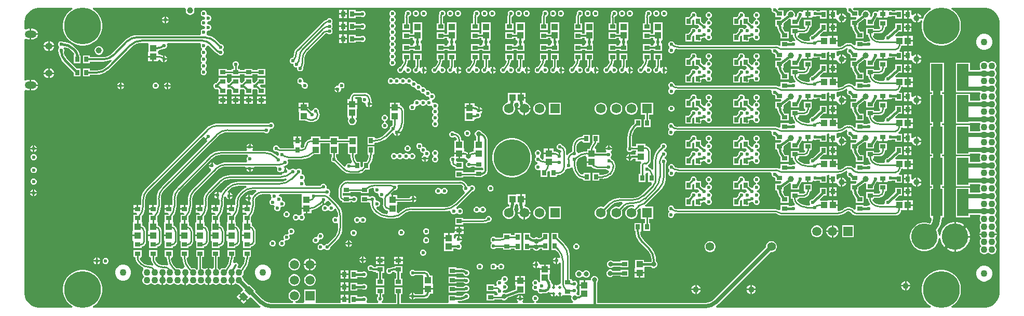
<source format=gbr>
%TF.GenerationSoftware,Altium Limited,Altium Designer,22.4.2 (48)*%
G04 Layer_Physical_Order=6*
G04 Layer_Color=16711680*
%FSLAX45Y45*%
%MOMM*%
%TF.SameCoordinates,DD45EC1B-027E-4741-A071-7A00BA1CB46E*%
%TF.FilePolarity,Positive*%
%TF.FileFunction,Copper,L6,Bot,Signal*%
%TF.Part,Single*%
G01*
G75*
%TA.AperFunction,Conductor*%
%ADD10C,0.30000*%
%ADD11C,0.25400*%
%ADD13C,0.50000*%
%ADD14C,0.40000*%
%ADD15C,0.70000*%
%ADD16C,0.38100*%
%TA.AperFunction,SMDPad,CuDef*%
%ADD19R,0.70000X0.90000*%
%ADD26R,1.05000X1.10000*%
%ADD27R,1.10000X1.05000*%
%ADD36R,0.90000X0.70000*%
%TA.AperFunction,ComponentPad*%
%ADD77R,1.50000X1.50000*%
%ADD78C,4.30000*%
%ADD79C,1.10000*%
%ADD80C,1.59000*%
%ADD81R,1.59000X1.59000*%
%ADD82C,1.50000*%
%ADD83O,1.25000X1.05000*%
%ADD84O,1.90000X1.20000*%
%ADD85R,1.50000X1.50000*%
%TA.AperFunction,ViaPad*%
%ADD86C,0.60000*%
%ADD87C,1.00000*%
%ADD88C,0.80000*%
%ADD89C,0.50000*%
%ADD90C,6.00000*%
%ADD91C,1.40000*%
%TA.AperFunction,Conductor*%
%ADD93C,1.20000*%
%TA.AperFunction,SMDPad,CuDef*%
%ADD94R,1.90000X4.44000*%
%ADD95R,0.70000X0.85000*%
G04:AMPARAMS|DCode=96|XSize=1.1mm|YSize=1.05mm|CornerRadius=0mm|HoleSize=0mm|Usage=FLASHONLY|Rotation=315.000|XOffset=0mm|YOffset=0mm|HoleType=Round|Shape=Rectangle|*
%AMROTATEDRECTD96*
4,1,4,-0.76014,0.01768,-0.01768,0.76014,0.76014,-0.01768,0.01768,-0.76014,-0.76014,0.01768,0.0*
%
%ADD96ROTATEDRECTD96*%

G36*
X16770090Y5940239D02*
X16816315Y5921092D01*
X16857915Y5893295D01*
X16893294Y5857915D01*
X16921092Y5816314D01*
X16940239Y5770089D01*
X16950000Y5721017D01*
Y5696000D01*
Y1304000D01*
Y1278983D01*
X16940239Y1229911D01*
X16921092Y1183686D01*
X16893294Y1142084D01*
X16857915Y1106705D01*
X16816315Y1078908D01*
X16770090Y1059761D01*
X16721017Y1050000D01*
X16172026D01*
X16165929Y1075400D01*
X16167715Y1076312D01*
X16208466Y1105918D01*
X16244083Y1141534D01*
X16273689Y1182284D01*
X16296556Y1227163D01*
X16312122Y1275067D01*
X16320000Y1324815D01*
Y1375185D01*
X16312122Y1424934D01*
X16296556Y1472838D01*
X16273689Y1517717D01*
X16244083Y1558466D01*
X16208466Y1594082D01*
X16167715Y1623689D01*
X16122836Y1646556D01*
X16074934Y1662121D01*
X16025185Y1670000D01*
X15974815D01*
X15925066Y1662121D01*
X15877164Y1646556D01*
X15832285Y1623689D01*
X15791534Y1594082D01*
X15755917Y1558466D01*
X15726311Y1517717D01*
X15703444Y1472838D01*
X15687878Y1424934D01*
X15680000Y1375185D01*
Y1324815D01*
X15687878Y1275067D01*
X15703444Y1227163D01*
X15726311Y1182284D01*
X15755917Y1141534D01*
X15791534Y1105918D01*
X15832285Y1076312D01*
X15834071Y1075400D01*
X15827974Y1050000D01*
X12334505D01*
X12327341Y1075400D01*
X12331977Y1078241D01*
X12368186Y1109167D01*
X12369047Y1109742D01*
X13219305Y1960000D01*
X13241849D01*
X13264738Y1966133D01*
X13285262Y1977982D01*
X13302019Y1994739D01*
X13313866Y2015261D01*
X13320000Y2038151D01*
Y2061849D01*
X13313866Y2084739D01*
X13302019Y2105261D01*
X13285262Y2122018D01*
X13264738Y2133866D01*
X13241849Y2140000D01*
X13218150D01*
X13195261Y2133866D01*
X13174739Y2122018D01*
X13157982Y2105261D01*
X13146133Y2084739D01*
X13139999Y2061849D01*
Y2039306D01*
X12289742Y1189047D01*
X12288286Y1186869D01*
X12260174Y1163798D01*
X12225824Y1145437D01*
X12188551Y1134131D01*
X12152359Y1130566D01*
X12149790Y1131077D01*
X10385783Y1131077D01*
Y1465931D01*
X10395865Y1476013D01*
X10405000Y1498065D01*
Y1521935D01*
X10395865Y1543987D01*
X10378987Y1560866D01*
X10356935Y1570000D01*
X10333065D01*
X10311013Y1560866D01*
X10294134Y1543987D01*
X10285000Y1521935D01*
Y1501434D01*
X10260463Y1497906D01*
X10259741Y1497901D01*
X10235724Y1497900D01*
X10192700D01*
Y1420000D01*
X10180000D01*
Y1407300D01*
X10099600D01*
Y1342100D01*
X10105000D01*
Y1266413D01*
X10089964Y1258376D01*
X10077059Y1254461D01*
X10056065Y1267559D01*
X10053897Y1293186D01*
X10062388Y1301677D01*
X10070000Y1320054D01*
Y1339946D01*
X10062388Y1358323D01*
X10049927Y1370784D01*
X10049077Y1385000D01*
X10049927Y1399216D01*
X10062388Y1411677D01*
X10070000Y1430054D01*
Y1449946D01*
X10062388Y1468323D01*
X10048323Y1482388D01*
X10029946Y1490000D01*
X10010054D01*
X10000400Y1486001D01*
X9978299Y1497222D01*
X9975000Y1500880D01*
Y1520000D01*
X9943340D01*
Y1889790D01*
X9943586D01*
X9940045Y1934778D01*
X9929511Y1978659D01*
X9912241Y2020351D01*
X9888662Y2058829D01*
X9859354Y2093144D01*
X9859180Y2092970D01*
X9750000Y2202150D01*
Y2275000D01*
X9640000D01*
Y2150400D01*
X9640000Y2145000D01*
X9640000D01*
X9640000Y2125000D01*
X9640000D01*
Y1995000D01*
X9712849D01*
X9732030Y1975820D01*
X9733270Y1974991D01*
X9759833Y1942623D01*
X9780265Y1904399D01*
X9789144Y1875128D01*
X9766685Y1861666D01*
X9758883Y1869467D01*
X9740202Y1877206D01*
Y1822502D01*
Y1767798D01*
X9758883Y1775536D01*
X9771259Y1787912D01*
X9786403Y1785207D01*
X9796659Y1780125D01*
Y1460000D01*
X9796382D01*
X9796570Y1458091D01*
X9773282Y1435401D01*
X9769977D01*
X9751453Y1427728D01*
X9746430Y1422705D01*
X9730002Y1416360D01*
X9713574Y1422705D01*
X9708552Y1427728D01*
X9692702Y1434293D01*
Y1385001D01*
X9667302D01*
Y1436211D01*
X9643765Y1448228D01*
X9641790Y1451219D01*
X9632622Y1481442D01*
X9616578Y1511458D01*
X9610002Y1519471D01*
Y1602101D01*
X9615402D01*
Y1667301D01*
X9535001D01*
X9454602D01*
Y1602101D01*
X9460002D01*
Y1470912D01*
X9435002Y1469947D01*
X9427390Y1488324D01*
X9413325Y1502389D01*
X9394948Y1510001D01*
X9375056D01*
X9356679Y1502389D01*
X9342614Y1488324D01*
X9335002Y1469947D01*
Y1450056D01*
X9342614Y1431679D01*
X9354291Y1420001D01*
X9342614Y1408324D01*
X9335002Y1389947D01*
Y1370056D01*
X9342614Y1351679D01*
X9356679Y1337613D01*
X9375056Y1330001D01*
X9394947D01*
X9420002Y1320056D01*
X9427614Y1301679D01*
X9441679Y1287613D01*
X9460056Y1280002D01*
X9479948D01*
X9498325Y1287613D01*
X9499929Y1289218D01*
X9540002D01*
Y1289095D01*
X9567412Y1292704D01*
X9592955Y1303284D01*
X9627301Y1298057D01*
X9627571Y1297701D01*
X9680002D01*
Y1285001D01*
X9692702D01*
Y1235709D01*
X9708552Y1242274D01*
X9713574Y1247297D01*
X9730002Y1253642D01*
X9746430Y1247297D01*
X9751453Y1242274D01*
X9767302Y1235709D01*
Y1285001D01*
X9792702D01*
Y1235709D01*
X9808551Y1242274D01*
X9821555Y1255278D01*
X9845000Y1260000D01*
X9845000Y1260000D01*
X9955368D01*
X9958244Y1257546D01*
X9970248Y1234600D01*
X9965002Y1221936D01*
Y1198067D01*
X9974137Y1176014D01*
X9991015Y1159136D01*
X9997434Y1156477D01*
X9992382Y1131077D01*
X9416385D01*
X9392842Y1135562D01*
X9392842Y1135563D01*
X9392842D01*
X9389948Y1155001D01*
X9393842Y1156614D01*
X9408325Y1162613D01*
X9422390Y1176679D01*
X9430002Y1195056D01*
Y1214947D01*
X9422390Y1233324D01*
X9408325Y1247389D01*
X9389948Y1255001D01*
X9370056D01*
X9351679Y1247389D01*
X9337614Y1233324D01*
X9330002Y1214947D01*
Y1195056D01*
X9337614Y1176679D01*
X9351679Y1162613D01*
X9366163Y1156614D01*
X9370056Y1155001D01*
X9367162Y1135563D01*
X9367162D01*
X9367162Y1135562D01*
X9343620Y1131077D01*
X9178563D01*
X9175839Y1135775D01*
X9170776Y1156477D01*
X9181968Y1167669D01*
X9189706Y1186350D01*
X9080298D01*
X9088036Y1167669D01*
X9099228Y1156477D01*
X9094165Y1135775D01*
X9091441Y1131077D01*
X8129505Y1131077D01*
X8114601Y1156477D01*
X8119466Y1165185D01*
X8169318D01*
Y1165175D01*
X8200727Y1168268D01*
X8230929Y1177430D01*
X8255364Y1190491D01*
X8264946D01*
X8283323Y1198103D01*
X8297388Y1212168D01*
X8305000Y1230545D01*
Y1250436D01*
X8297388Y1268814D01*
X8283323Y1282879D01*
X8264946Y1290491D01*
X8245054D01*
X8226677Y1282879D01*
X8212612Y1268814D01*
X8206501Y1254060D01*
X8190425Y1247401D01*
X8169901Y1244699D01*
X8169318Y1244815D01*
X8095000D01*
Y1260000D01*
X7965000D01*
Y1156477D01*
X7965000Y1150000D01*
X7949364Y1131077D01*
X7185686D01*
Y1270000D01*
X7215000D01*
Y1380000D01*
X7085000D01*
Y1270000D01*
X7114314D01*
Y1131077D01*
X6880635D01*
X6875583Y1156477D01*
X6878323Y1157612D01*
X6892388Y1171677D01*
X6900000Y1190054D01*
Y1209946D01*
X6892388Y1228323D01*
X6883341Y1237370D01*
Y1270000D01*
X6915000D01*
Y1380000D01*
X6785000D01*
Y1270000D01*
X6816660D01*
Y1237370D01*
X6807612Y1228323D01*
X6800000Y1209946D01*
Y1190054D01*
X6807612Y1171677D01*
X6821677Y1157612D01*
X6824418Y1156477D01*
X6819366Y1131077D01*
X6637709D01*
X6627188Y1156477D01*
X6632388Y1161677D01*
X6640000Y1180054D01*
Y1199945D01*
X6632388Y1218322D01*
X6618323Y1232388D01*
X6599945Y1240000D01*
X6580054D01*
X6561677Y1232388D01*
X6559104Y1229815D01*
X6475000D01*
Y1255000D01*
X6365000D01*
Y1131077D01*
X6330400D01*
Y1177300D01*
X6270000D01*
X6209600D01*
Y1131077D01*
X5801150D01*
X5800000Y1156000D01*
X5800000Y1156477D01*
Y1346000D01*
X5610000D01*
Y1156477D01*
X5610000Y1156000D01*
X5608850Y1131077D01*
X5475659D01*
X5463714Y1151529D01*
X5463517Y1155796D01*
X5486302Y1162108D01*
X5487668Y1162474D01*
X5509331Y1174981D01*
X5527018Y1192669D01*
X5539525Y1214332D01*
X5546000Y1238493D01*
Y1263507D01*
X5539525Y1287668D01*
X5527018Y1309331D01*
X5509331Y1327019D01*
X5487668Y1339526D01*
X5463507Y1346000D01*
X5438493D01*
X5414331Y1339526D01*
X5392669Y1327019D01*
X5374981Y1309331D01*
X5362474Y1287668D01*
X5356000Y1263507D01*
Y1238493D01*
X5362474Y1214332D01*
X5374981Y1192669D01*
X5392669Y1174981D01*
X5414331Y1162474D01*
X5415698Y1162108D01*
X5438483Y1155796D01*
X5438286Y1151529D01*
X5426341Y1131077D01*
X5080211D01*
X5077641Y1130565D01*
X5041449Y1134130D01*
X5004176Y1145437D01*
X4969826Y1163797D01*
X4941714Y1186868D01*
X4940258Y1189047D01*
X4812685Y1316620D01*
X4823796Y1327730D01*
X4717730Y1433796D01*
X4706619Y1422685D01*
X4624998Y1504307D01*
Y1509875D01*
X4619887Y1528950D01*
X4610013Y1546052D01*
X4597882Y1562501D01*
X4610014Y1578949D01*
X4619887Y1596051D01*
X4624998Y1615126D01*
Y1633263D01*
X4629355Y1656858D01*
X4658663Y1691173D01*
X4682242Y1729651D01*
X4699512Y1771343D01*
X4710046Y1815224D01*
X4713587Y1860212D01*
X4727136Y1880000D01*
X4745001D01*
Y1990000D01*
X4615001D01*
Y1880000D01*
X4636166D01*
X4646543Y1854600D01*
X4642847Y1817079D01*
X4630266Y1775603D01*
X4609834Y1737379D01*
X4583271Y1705012D01*
X4582031Y1704183D01*
X4574049Y1696201D01*
X4559873Y1700000D01*
X4541238D01*
X4537988Y1703131D01*
X4524955Y1722231D01*
X4530600Y1731640D01*
X4535297Y1744748D01*
X4534620Y1758655D01*
X4528673Y1771245D01*
X4518360Y1780600D01*
X4505252Y1785297D01*
X4491345Y1784620D01*
X4478755Y1778673D01*
X4453369Y1788493D01*
X4450561Y1791536D01*
X4455046Y1810221D01*
X4458587Y1855209D01*
X4458587D01*
X4460058Y1880000D01*
X4490001D01*
Y1990000D01*
X4360001D01*
Y1880000D01*
X4391660D01*
Y1855209D01*
X4391951Y1853746D01*
X4387847Y1812076D01*
X4375266Y1770600D01*
X4354834Y1732376D01*
X4328271Y1700008D01*
X4327031Y1699179D01*
X4324052Y1696201D01*
X4309876Y1700000D01*
X4290128D01*
X4271053Y1694889D01*
X4253951Y1685015D01*
X4237500Y1672885D01*
X4221049Y1685015D01*
X4203947Y1694889D01*
X4203341Y1695051D01*
Y1880000D01*
X4235001D01*
Y1990000D01*
X4105001D01*
Y1880000D01*
X4136660D01*
Y1707289D01*
X4112870Y1685581D01*
X4102765Y1685937D01*
X4099366Y1689336D01*
X4081033Y1699920D01*
X4062700Y1704833D01*
Y1625000D01*
X4037300D01*
Y1704833D01*
X4018966Y1699920D01*
X4000633Y1689336D01*
X3997234Y1685937D01*
X3971052Y1685015D01*
X3953950Y1694889D01*
X3948341Y1696391D01*
Y1880000D01*
X3980001D01*
Y1990000D01*
X3850001D01*
Y1880000D01*
X3881660D01*
Y1686579D01*
X3878950Y1685015D01*
X3862502Y1672883D01*
X3846054Y1685015D01*
X3828952Y1694889D01*
X3809877Y1700000D01*
X3790129D01*
X3775952Y1696201D01*
X3757971Y1714182D01*
X3756731Y1715011D01*
X3730167Y1747379D01*
X3709736Y1785603D01*
X3697154Y1827079D01*
X3694444Y1854600D01*
X3713645Y1880000D01*
X3725001D01*
Y1990000D01*
X3595001D01*
Y1880000D01*
X3605069D01*
X3626414Y1870212D01*
X3629955Y1825224D01*
X3640490Y1781343D01*
X3657760Y1739651D01*
X3664229Y1729093D01*
X3651138Y1701842D01*
X3643966Y1699920D01*
X3625632Y1689336D01*
X3622233Y1685937D01*
X3596051Y1685015D01*
X3578949Y1694889D01*
X3559874Y1700000D01*
X3540126D01*
X3525950Y1696201D01*
X3502971Y1719180D01*
X3501731Y1720008D01*
X3475167Y1752376D01*
X3454736Y1790600D01*
X3442154Y1832076D01*
X3439936Y1854600D01*
X3461316Y1880000D01*
X3470001D01*
Y1990000D01*
X3340001D01*
Y1880000D01*
X3347999D01*
X3371414Y1875209D01*
X3374955Y1830221D01*
X3385490Y1786341D01*
X3396465Y1759843D01*
X3377025Y1740403D01*
X3367033Y1744542D01*
X3335002Y1748759D01*
Y1748341D01*
X3295000D01*
X3294006Y1748143D01*
X3266016Y1751828D01*
X3239006Y1763016D01*
X3215813Y1780812D01*
X3198016Y1804006D01*
X3186829Y1831015D01*
X3183723Y1854600D01*
X3195456Y1880000D01*
X3215001D01*
Y1990000D01*
X3085001D01*
Y1880000D01*
X3103407D01*
X3116441Y1859999D01*
X3119872Y1825164D01*
X3130033Y1791668D01*
X3146534Y1760797D01*
X3147756Y1759308D01*
X3132158Y1738276D01*
X3117031Y1744542D01*
X3085000Y1748759D01*
Y1748759D01*
X3060239Y1750302D01*
X3041600Y1752756D01*
X3005817Y1767578D01*
X2994565Y1776212D01*
X2975542Y1791609D01*
X2953575Y1813575D01*
X2953297Y1813761D01*
X2939790Y1831364D01*
X2931172Y1852169D01*
X2930852Y1854600D01*
X2952005Y1880000D01*
X2960001D01*
Y1990000D01*
X2830001D01*
Y1880000D01*
X2838445D01*
X2861565Y1874495D01*
X2864503Y1844660D01*
X2873206Y1815971D01*
X2887338Y1789532D01*
X2906357Y1766357D01*
X2906356Y1766357D01*
X2906493Y1766357D01*
X2928391Y1744458D01*
X2928391Y1744458D01*
X2928113Y1744179D01*
X2960663Y1717466D01*
X2986995Y1703392D01*
X2992831Y1677060D01*
X2991823Y1672887D01*
X2989987Y1671051D01*
X2980113Y1653949D01*
X2975002Y1634874D01*
Y1615126D01*
X2980113Y1596051D01*
X2989987Y1578949D01*
X3002118Y1562501D01*
X2989986Y1546052D01*
X2980112Y1528950D01*
X2975001Y1509875D01*
Y1490127D01*
X2980112Y1471052D01*
X2989986Y1453950D01*
X3003950Y1439986D01*
X3021052Y1430112D01*
X3040127Y1425001D01*
X3059875D01*
X3078950Y1430112D01*
X3096052Y1439986D01*
X3112501Y1452118D01*
X3128949Y1439986D01*
X3146051Y1430112D01*
X3165126Y1425001D01*
X3184874D01*
X3203949Y1430112D01*
X3221051Y1439986D01*
X3223038Y1441973D01*
X3235663Y1450634D01*
X3250632Y1435665D01*
X3268965Y1425081D01*
X3287298Y1420168D01*
Y1500001D01*
X3312698D01*
Y1420168D01*
X3331032Y1425081D01*
X3349365Y1435665D01*
X3364334Y1450634D01*
X3376969Y1441969D01*
X3378951Y1439986D01*
X3396053Y1430112D01*
X3415128Y1425001D01*
X3434876D01*
X3453951Y1430112D01*
X3471053Y1439986D01*
X3487501Y1452118D01*
X3503950Y1439986D01*
X3521052Y1430112D01*
X3540127Y1425001D01*
X3559875D01*
X3578949Y1430112D01*
X3596051Y1439986D01*
X3598039Y1441974D01*
X3610663Y1450634D01*
X3625632Y1435665D01*
X3643966Y1425081D01*
X3662299Y1420168D01*
Y1500001D01*
X3687699D01*
Y1420168D01*
X3706032Y1425081D01*
X3724365Y1435665D01*
X3727770Y1439070D01*
X3753952Y1439986D01*
X3771054Y1430112D01*
X3790129Y1425001D01*
X3809877D01*
X3828951Y1430112D01*
X3846054Y1439986D01*
X3862502Y1452118D01*
X3878950Y1439986D01*
X3896052Y1430112D01*
X3915127Y1425001D01*
X3934875D01*
X3953950Y1430112D01*
X3971052Y1439986D01*
X3973039Y1441973D01*
X3985664Y1450634D01*
X4000633Y1435665D01*
X4018966Y1425081D01*
X4037300Y1420168D01*
Y1500001D01*
X4062700D01*
Y1420168D01*
X4081033Y1425081D01*
X4099366Y1435665D01*
X4114335Y1450634D01*
X4126960Y1441973D01*
X4128947Y1439986D01*
X4146049Y1430112D01*
X4165124Y1425001D01*
X4184872D01*
X4203947Y1430112D01*
X4221049Y1439986D01*
X4237500Y1452116D01*
X4253951Y1439986D01*
X4271053Y1430112D01*
X4290128Y1425001D01*
X4309876D01*
X4328950Y1430112D01*
X4346052Y1439986D01*
X4375634Y1435665D01*
X4393967Y1425081D01*
X4412300Y1420168D01*
Y1500001D01*
X4437700D01*
Y1420168D01*
X4456033Y1425081D01*
X4474367Y1435665D01*
X4489336Y1450634D01*
X4501960Y1441974D01*
X4503947Y1439986D01*
X4521049Y1430112D01*
X4540124Y1425001D01*
X4545693D01*
X4607507Y1363187D01*
X4618735Y1342437D01*
X4572632Y1296334D01*
X4629483Y1239483D01*
X4686334Y1182632D01*
X4732437Y1228735D01*
X4753187Y1217507D01*
X4860953Y1109741D01*
X4861814Y1109166D01*
X4898023Y1078240D01*
X4902658Y1075400D01*
X4895494Y1050000D01*
X2172026D01*
X2165928Y1075400D01*
X2167717Y1076312D01*
X2208466Y1105918D01*
X2244082Y1141534D01*
X2273689Y1182284D01*
X2296556Y1227163D01*
X2312121Y1275067D01*
X2320000Y1324815D01*
Y1375185D01*
X2312121Y1424934D01*
X2296556Y1472838D01*
X2273689Y1517717D01*
X2244082Y1558466D01*
X2208466Y1594082D01*
X2167717Y1623689D01*
X2122838Y1646556D01*
X2074934Y1662121D01*
X2025185Y1670000D01*
X1974815D01*
X1925067Y1662121D01*
X1877163Y1646556D01*
X1832284Y1623689D01*
X1791534Y1594082D01*
X1755918Y1558466D01*
X1726312Y1517717D01*
X1703444Y1472838D01*
X1687880Y1424934D01*
X1680000Y1375185D01*
Y1324815D01*
X1687880Y1275067D01*
X1703444Y1227163D01*
X1726312Y1182284D01*
X1755918Y1141534D01*
X1791534Y1105918D01*
X1832284Y1076312D01*
X1834073Y1075400D01*
X1827974Y1050000D01*
X1278983D01*
X1229911Y1059761D01*
X1183686Y1078908D01*
X1142084Y1106705D01*
X1106705Y1142084D01*
X1078908Y1183686D01*
X1059761Y1229911D01*
X1050000Y1278983D01*
Y1304000D01*
Y2350000D01*
Y4592718D01*
X1062855Y4601620D01*
X1075400Y4606469D01*
X1092707Y4599300D01*
X1115001Y4596365D01*
X1137301D01*
Y4682502D01*
Y4768638D01*
X1115001D01*
X1092707Y4765703D01*
X1075400Y4758535D01*
X1062855Y4763383D01*
X1050000Y4772285D01*
Y5427718D01*
X1062857Y5436620D01*
X1075400Y5441469D01*
X1092707Y5434300D01*
X1115001Y5431365D01*
X1137301D01*
Y5517501D01*
Y5603638D01*
X1115001D01*
X1092707Y5600703D01*
X1075400Y5593534D01*
X1062857Y5598382D01*
X1050000Y5607284D01*
Y5721017D01*
X1059761Y5770089D01*
X1078908Y5816314D01*
X1106705Y5857915D01*
X1142084Y5893295D01*
X1183686Y5921092D01*
X1229911Y5940239D01*
X1278983Y5950000D01*
X1827974D01*
X1834073Y5924600D01*
X1832284Y5923688D01*
X1791534Y5894082D01*
X1755918Y5858466D01*
X1726312Y5817716D01*
X1703444Y5772837D01*
X1687880Y5724933D01*
X1680000Y5675184D01*
Y5624815D01*
X1687880Y5575066D01*
X1703444Y5527162D01*
X1726312Y5482283D01*
X1755918Y5441534D01*
X1791534Y5405918D01*
X1832284Y5376311D01*
X1877163Y5353444D01*
X1925067Y5337879D01*
X1974815Y5330000D01*
X2025185D01*
X2074934Y5337879D01*
X2122838Y5353444D01*
X2167717Y5376311D01*
X2208466Y5405918D01*
X2244082Y5441534D01*
X2273689Y5482283D01*
X2296556Y5527162D01*
X2312121Y5575066D01*
X2320000Y5624815D01*
Y5675184D01*
X2312121Y5724933D01*
X2296556Y5772837D01*
X2273689Y5817716D01*
X2244082Y5858466D01*
X2208466Y5894082D01*
X2167717Y5923688D01*
X2165928Y5924600D01*
X2172026Y5950000D01*
X3668709D01*
X3683310Y5929109D01*
X3684122Y5924600D01*
X3680000Y5909216D01*
Y5890784D01*
X3684771Y5872981D01*
X3693986Y5857019D01*
X3707019Y5843986D01*
X3722981Y5834770D01*
X3740784Y5830000D01*
X3759216D01*
X3777019Y5834770D01*
X3792981Y5843986D01*
X3806014Y5857019D01*
X3815230Y5872981D01*
X3820000Y5890784D01*
Y5909216D01*
X3815878Y5924600D01*
X3816690Y5929109D01*
X3831291Y5950000D01*
X13221103D01*
X13236928Y5924600D01*
X13235001Y5919945D01*
Y5900054D01*
X13242612Y5881677D01*
X13256677Y5867612D01*
X13275053Y5860000D01*
X13282323D01*
X13294997Y5847327D01*
Y5795000D01*
X13384792D01*
X13392880Y5770923D01*
X13371860Y5754998D01*
X13294997D01*
Y5644998D01*
X13322649D01*
X13322722Y5644077D01*
X13333525Y5599079D01*
X13351234Y5556325D01*
X13375414Y5516868D01*
X13380000Y5511496D01*
Y5445001D01*
X13510001D01*
Y5555001D01*
X13449767D01*
X13436266Y5571452D01*
X13416512Y5608408D01*
X13411098Y5626258D01*
X13424995Y5644998D01*
X13424995D01*
Y5692922D01*
X13524226Y5768097D01*
X13525732Y5767694D01*
X13550002Y5760486D01*
X13550002D01*
Y5660001D01*
X13680000D01*
Y5714472D01*
X13680736Y5715346D01*
X13721730Y5789881D01*
X13728323Y5792612D01*
X13729201Y5793490D01*
X13754601Y5784600D01*
X13756233Y5784600D01*
X13812300D01*
Y5845000D01*
Y5905400D01*
X13754601D01*
Y5887031D01*
X13729201Y5876510D01*
X13728323Y5877388D01*
X13709946Y5885000D01*
X13690054D01*
X13671677Y5877388D01*
X13657613Y5863323D01*
X13650000Y5844945D01*
Y5828718D01*
X13632420Y5796755D01*
X13610229Y5807981D01*
X13614999Y5825784D01*
Y5844215D01*
X13610229Y5862019D01*
X13601015Y5877981D01*
X13587981Y5891014D01*
X13572018Y5900229D01*
X13554216Y5905000D01*
X13535783D01*
X13517981Y5900229D01*
X13502019Y5891014D01*
X13488986Y5877981D01*
X13479771Y5862019D01*
X13475000Y5844215D01*
Y5833135D01*
X13447742Y5812484D01*
X13424995Y5823789D01*
Y5905000D01*
X13352676D01*
X13333076Y5924600D01*
Y5924618D01*
X13348898Y5950000D01*
X14446101D01*
X14461928Y5924600D01*
X14460001Y5919945D01*
Y5900054D01*
X14467612Y5881677D01*
X14481677Y5867612D01*
X14500053Y5860000D01*
X14507323D01*
X14520000Y5847323D01*
Y5795000D01*
X14609789D01*
X14617880Y5770922D01*
X14596861Y5754999D01*
X14520000D01*
Y5645000D01*
X14547649D01*
X14547722Y5644077D01*
X14558525Y5599079D01*
X14576234Y5556325D01*
X14600414Y5516868D01*
X14605000Y5511497D01*
Y5445000D01*
X14735001D01*
Y5555000D01*
X14674768D01*
X14661266Y5571452D01*
X14641512Y5608408D01*
X14636098Y5626255D01*
X14650000Y5645000D01*
X14650000D01*
Y5692925D01*
X14749226Y5768097D01*
X14750737Y5767692D01*
X14775000Y5760480D01*
X14775000D01*
Y5660000D01*
X14905000D01*
Y5714471D01*
X14905737Y5715347D01*
X14910432Y5723887D01*
X14910471Y5724006D01*
X14910551Y5724102D01*
X14946643Y5790121D01*
X14953127Y5792807D01*
X14954201Y5793879D01*
X14979601Y5784599D01*
X14980841Y5784600D01*
X15037300D01*
Y5844999D01*
Y5905399D01*
X14979601D01*
Y5887032D01*
X14954201Y5876511D01*
X14953127Y5877583D01*
X14934750Y5885195D01*
X14914859D01*
X14896481Y5877583D01*
X14882417Y5863518D01*
X14874805Y5845141D01*
Y5828757D01*
X14857455Y5797022D01*
X14835229Y5807981D01*
X14839999Y5825784D01*
Y5844215D01*
X14835229Y5862019D01*
X14826015Y5877981D01*
X14812981Y5891014D01*
X14797018Y5900229D01*
X14779216Y5905000D01*
X14760783D01*
X14742981Y5900229D01*
X14727019Y5891014D01*
X14713986Y5877981D01*
X14704770Y5862019D01*
X14700000Y5844215D01*
Y5833135D01*
X14672746Y5812487D01*
X14650000Y5823792D01*
Y5904999D01*
X14577676D01*
X14558076Y5924600D01*
Y5924618D01*
X14573897Y5950000D01*
X15827974D01*
X15834071Y5924600D01*
X15832285Y5923688D01*
X15791534Y5894082D01*
X15755917Y5858466D01*
X15726311Y5817716D01*
X15703444Y5772837D01*
X15700967Y5765211D01*
X15686284Y5767300D01*
X15612700D01*
Y5705343D01*
X15629103Y5709738D01*
X15646297Y5719664D01*
X15660335Y5733703D01*
X15668767Y5748306D01*
X15692099Y5737918D01*
X15687878Y5724933D01*
X15680000Y5675184D01*
Y5624815D01*
X15687878Y5575066D01*
X15703444Y5527162D01*
X15726311Y5482283D01*
X15755917Y5441534D01*
X15791534Y5405918D01*
X15832285Y5376311D01*
X15877164Y5353444D01*
X15925066Y5337879D01*
X15974815Y5330000D01*
X16025185D01*
X16074934Y5337879D01*
X16122836Y5353444D01*
X16167715Y5376311D01*
X16208466Y5405918D01*
X16244083Y5441534D01*
X16273689Y5482283D01*
X16296556Y5527162D01*
X16312122Y5575066D01*
X16320000Y5624815D01*
Y5675184D01*
X16312122Y5724933D01*
X16296556Y5772837D01*
X16273689Y5817716D01*
X16244083Y5858466D01*
X16208466Y5894082D01*
X16167715Y5923688D01*
X16165929Y5924600D01*
X16172026Y5950000D01*
X16721017D01*
X16770090Y5940239D01*
D02*
G37*
%LPC*%
G36*
X6305400Y5915399D02*
X6257700D01*
Y5857699D01*
X6305400D01*
Y5915399D01*
D02*
G37*
G36*
X6232300D02*
X6184600D01*
Y5857699D01*
X6232300D01*
Y5915399D01*
D02*
G37*
G36*
X14217300Y5905401D02*
X14169601D01*
Y5847701D01*
X14217300D01*
Y5905401D01*
D02*
G37*
G36*
X15442300Y5905400D02*
X15394600D01*
Y5847700D01*
X15442300D01*
Y5905400D01*
D02*
G37*
G36*
X11489942Y5904998D02*
X11470051D01*
X11451674Y5897386D01*
X11437609Y5883321D01*
X11429997Y5864944D01*
Y5845052D01*
X11437609Y5826675D01*
X11451674Y5812610D01*
X11470051Y5804998D01*
X11489942D01*
X11508320Y5812610D01*
X11522385Y5826675D01*
X11529997Y5845052D01*
Y5864944D01*
X11522385Y5883321D01*
X11508320Y5897386D01*
X11489942Y5904998D01*
D02*
G37*
G36*
X11362942D02*
X11343051D01*
X11324674Y5897386D01*
X11310609Y5883321D01*
X11302997Y5864944D01*
Y5845052D01*
X11310609Y5826675D01*
X11324674Y5812610D01*
X11343051Y5804998D01*
X11362942D01*
X11381320Y5812610D01*
X11395385Y5826675D01*
X11402997Y5845052D01*
Y5864944D01*
X11395385Y5883321D01*
X11381320Y5897386D01*
X11362942Y5904998D01*
D02*
G37*
G36*
X10929943D02*
X10910051D01*
X10891674Y5897386D01*
X10877609Y5883321D01*
X10869997Y5864944D01*
Y5845052D01*
X10877609Y5826675D01*
X10891674Y5812610D01*
X10910051Y5804998D01*
X10929943D01*
X10948320Y5812610D01*
X10962385Y5826675D01*
X10969997Y5845052D01*
Y5864944D01*
X10962385Y5883321D01*
X10948320Y5897386D01*
X10929943Y5904998D01*
D02*
G37*
G36*
X10802943D02*
X10783051D01*
X10764674Y5897386D01*
X10750609Y5883321D01*
X10742997Y5864944D01*
Y5845052D01*
X10750609Y5826675D01*
X10764674Y5812610D01*
X10783051Y5804998D01*
X10802943D01*
X10821320Y5812610D01*
X10835385Y5826675D01*
X10842997Y5845052D01*
Y5864944D01*
X10835385Y5883321D01*
X10821320Y5897386D01*
X10802943Y5904998D01*
D02*
G37*
G36*
X10369943D02*
X10350051D01*
X10331674Y5897386D01*
X10317609Y5883321D01*
X10309997Y5864944D01*
Y5845052D01*
X10317609Y5826675D01*
X10331674Y5812610D01*
X10350051Y5804998D01*
X10369943D01*
X10388320Y5812610D01*
X10402385Y5826675D01*
X10409997Y5845052D01*
Y5864944D01*
X10402385Y5883321D01*
X10388320Y5897386D01*
X10369943Y5904998D01*
D02*
G37*
G36*
X10242943D02*
X10223051D01*
X10204674Y5897386D01*
X10190609Y5883321D01*
X10182997Y5864944D01*
Y5845052D01*
X10190609Y5826675D01*
X10204674Y5812610D01*
X10223051Y5804998D01*
X10242943D01*
X10261320Y5812610D01*
X10275385Y5826675D01*
X10282997Y5845052D01*
Y5864944D01*
X10275385Y5883321D01*
X10261320Y5897386D01*
X10242943Y5904998D01*
D02*
G37*
G36*
X9809943D02*
X9790052D01*
X9771674Y5897386D01*
X9757609Y5883321D01*
X9749997Y5864944D01*
Y5845052D01*
X9757609Y5826675D01*
X9771674Y5812610D01*
X9790052Y5804998D01*
X9809943D01*
X9828320Y5812610D01*
X9842385Y5826675D01*
X9849997Y5845052D01*
Y5864944D01*
X9842385Y5883321D01*
X9828320Y5897386D01*
X9809943Y5904998D01*
D02*
G37*
G36*
X9682943D02*
X9663052D01*
X9644674Y5897386D01*
X9630609Y5883321D01*
X9622997Y5864944D01*
Y5845052D01*
X9630609Y5826675D01*
X9644674Y5812610D01*
X9663052Y5804998D01*
X9682943D01*
X9701320Y5812610D01*
X9715385Y5826675D01*
X9722997Y5845052D01*
Y5864944D01*
X9715385Y5883321D01*
X9701320Y5897386D01*
X9682943Y5904998D01*
D02*
G37*
G36*
X9249943D02*
X9230052D01*
X9211674Y5897386D01*
X9197609Y5883321D01*
X9189997Y5864944D01*
Y5845052D01*
X9197609Y5826675D01*
X9211674Y5812610D01*
X9230052Y5804998D01*
X9249943D01*
X9268320Y5812610D01*
X9282385Y5826675D01*
X9289997Y5845052D01*
Y5864944D01*
X9282385Y5883321D01*
X9268320Y5897386D01*
X9249943Y5904998D01*
D02*
G37*
G36*
X9122943D02*
X9103052D01*
X9084674Y5897386D01*
X9070609Y5883321D01*
X9062997Y5864944D01*
Y5845052D01*
X9070609Y5826675D01*
X9084674Y5812610D01*
X9103052Y5804998D01*
X9122943D01*
X9141320Y5812610D01*
X9155385Y5826675D01*
X9162997Y5845052D01*
Y5864944D01*
X9155385Y5883321D01*
X9141320Y5897386D01*
X9122943Y5904998D01*
D02*
G37*
G36*
X8689943D02*
X8670052D01*
X8651675Y5897386D01*
X8637609Y5883321D01*
X8629997Y5864944D01*
Y5845052D01*
X8637609Y5826675D01*
X8651675Y5812610D01*
X8670052Y5804998D01*
X8689943D01*
X8708320Y5812610D01*
X8722385Y5826675D01*
X8729997Y5845052D01*
Y5864944D01*
X8722385Y5883321D01*
X8708320Y5897386D01*
X8689943Y5904998D01*
D02*
G37*
G36*
X8562943D02*
X8543052D01*
X8524675Y5897386D01*
X8510609Y5883321D01*
X8502997Y5864944D01*
Y5845052D01*
X8510609Y5826675D01*
X8524675Y5812610D01*
X8543052Y5804998D01*
X8562943D01*
X8581320Y5812610D01*
X8595385Y5826675D01*
X8602997Y5845052D01*
Y5864944D01*
X8595385Y5883321D01*
X8581320Y5897386D01*
X8562943Y5904998D01*
D02*
G37*
G36*
X8129943D02*
X8110052D01*
X8091675Y5897386D01*
X8077609Y5883321D01*
X8069998Y5864944D01*
Y5845052D01*
X8077609Y5826675D01*
X8091675Y5812610D01*
X8110052Y5804998D01*
X8129943D01*
X8148320Y5812610D01*
X8162386Y5826675D01*
X8169997Y5845052D01*
Y5864944D01*
X8162386Y5883321D01*
X8148320Y5897386D01*
X8129943Y5904998D01*
D02*
G37*
G36*
X8002943D02*
X7983052D01*
X7964675Y5897386D01*
X7950609Y5883321D01*
X7942998Y5864944D01*
Y5845052D01*
X7950609Y5826675D01*
X7964675Y5812610D01*
X7983052Y5804998D01*
X8002943D01*
X8021320Y5812610D01*
X8035386Y5826675D01*
X8042997Y5845052D01*
Y5864944D01*
X8035386Y5883321D01*
X8021320Y5897386D01*
X8002943Y5904998D01*
D02*
G37*
G36*
X7569943D02*
X7550052D01*
X7531675Y5897386D01*
X7517610Y5883321D01*
X7509998Y5864944D01*
Y5845052D01*
X7517610Y5826675D01*
X7531675Y5812610D01*
X7550052Y5804998D01*
X7569943D01*
X7588320Y5812610D01*
X7602386Y5826675D01*
X7609997Y5845052D01*
Y5864944D01*
X7602386Y5883321D01*
X7588320Y5897386D01*
X7569943Y5904998D01*
D02*
G37*
G36*
X7442943D02*
X7423052D01*
X7404675Y5897386D01*
X7390610Y5883321D01*
X7382998Y5864944D01*
Y5845052D01*
X7390610Y5826675D01*
X7404675Y5812610D01*
X7423052Y5804998D01*
X7442943D01*
X7461320Y5812610D01*
X7475386Y5826675D01*
X7482997Y5845052D01*
Y5864944D01*
X7475386Y5883321D01*
X7461320Y5897386D01*
X7442943Y5904998D01*
D02*
G37*
G36*
X6450000Y5909999D02*
X6340000D01*
Y5780000D01*
X6450000D01*
Y5805184D01*
X6534104D01*
X6536677Y5802611D01*
X6555054Y5795000D01*
X6574946D01*
X6593323Y5802611D01*
X6607388Y5816677D01*
X6615000Y5835054D01*
Y5854945D01*
X6607388Y5873322D01*
X6593323Y5887388D01*
X6574946Y5894999D01*
X6555054D01*
X6536677Y5887388D01*
X6534104Y5884814D01*
X6450000D01*
Y5909999D01*
D02*
G37*
G36*
X15612700Y5854656D02*
Y5792700D01*
X15674657D01*
X15670262Y5809103D01*
X15660335Y5826296D01*
X15646297Y5840335D01*
X15629103Y5850261D01*
X15612700Y5854656D01*
D02*
G37*
G36*
X14387700D02*
Y5792700D01*
X14449657D01*
X14445262Y5809103D01*
X14435335Y5826296D01*
X14421297Y5840335D01*
X14404105Y5850261D01*
X14387700Y5854656D01*
D02*
G37*
G36*
X6305400Y5832299D02*
X6257700D01*
Y5774599D01*
X6305400D01*
Y5832299D01*
D02*
G37*
G36*
X6232300D02*
X6184600D01*
Y5774599D01*
X6232300D01*
Y5832299D01*
D02*
G37*
G36*
X13895399Y5905401D02*
X13895399Y5905400D01*
X13837700D01*
Y5845000D01*
Y5784600D01*
X13895401D01*
Y5792967D01*
X13904939Y5799533D01*
X13920801Y5805904D01*
X13935054Y5800000D01*
X13954945D01*
X13973323Y5807612D01*
X13974927Y5809216D01*
X14024998D01*
Y5770001D01*
X14134998D01*
Y5900001D01*
X14024998D01*
Y5890783D01*
X13974927D01*
X13973323Y5892388D01*
X13954945Y5900000D01*
X13935054D01*
X13920801Y5894096D01*
X13917044Y5895605D01*
X13895401Y5905400D01*
X13895399Y5905401D01*
D02*
G37*
G36*
X15120399Y5905400D02*
X15120399Y5905399D01*
X15062700D01*
Y5844999D01*
Y5784600D01*
X15120399D01*
Y5792968D01*
X15129941Y5799535D01*
X15145799Y5805904D01*
X15160054Y5800000D01*
X15179945D01*
X15198323Y5807612D01*
X15199927Y5809216D01*
X15250000D01*
Y5770000D01*
X15360001D01*
Y5900000D01*
X15250000D01*
Y5890783D01*
X15199927D01*
X15198323Y5892388D01*
X15179945Y5900000D01*
X15160054D01*
X15145799Y5894095D01*
X15142043Y5895604D01*
X15120399Y5905400D01*
X15120399Y5905400D01*
D02*
G37*
G36*
X14217300Y5822301D02*
X14169601D01*
Y5764601D01*
X14217300D01*
Y5822301D01*
D02*
G37*
G36*
X15442300Y5822300D02*
X15394600D01*
Y5764600D01*
X15442300D01*
Y5822300D01*
D02*
G37*
G36*
X3362700Y5804704D02*
Y5762700D01*
X3404704D01*
X3396966Y5781381D01*
X3381381Y5796966D01*
X3362700Y5804704D01*
D02*
G37*
G36*
X3337300D02*
X3318618Y5796966D01*
X3303034Y5781381D01*
X3295296Y5762700D01*
X3337300D01*
Y5804704D01*
D02*
G37*
G36*
X15515401Y5905400D02*
X15467700D01*
Y5835000D01*
Y5764600D01*
X15500211D01*
X15510675Y5764600D01*
X15524855Y5754406D01*
X15532420Y5746250D01*
X15539665Y5733703D01*
X15553703Y5719664D01*
X15570897Y5709738D01*
X15587300Y5705343D01*
Y5780000D01*
Y5854656D01*
X15570897Y5850261D01*
X15553703Y5840335D01*
X15540800Y5827431D01*
X15535620Y5827758D01*
X15515401Y5835068D01*
Y5905400D01*
D02*
G37*
G36*
X14449657Y5767300D02*
X14387700D01*
Y5705343D01*
X14404105Y5709738D01*
X14421297Y5719664D01*
X14435335Y5733703D01*
X14445262Y5750896D01*
X14449657Y5767300D01*
D02*
G37*
G36*
X14290401Y5905401D02*
X14242700D01*
Y5835001D01*
Y5764601D01*
X14275211D01*
X14285677Y5764601D01*
X14299857Y5754406D01*
X14307420Y5746251D01*
X14314665Y5733703D01*
X14328703Y5719664D01*
X14345897Y5709738D01*
X14362300Y5705343D01*
Y5780000D01*
Y5854656D01*
X14345897Y5850261D01*
X14328703Y5840335D01*
X14315800Y5827432D01*
X14310619Y5827760D01*
X14290401Y5835069D01*
Y5905401D01*
D02*
G37*
G36*
X3404704Y5737300D02*
X3362700D01*
Y5695296D01*
X3381381Y5703034D01*
X3396966Y5718618D01*
X3404704Y5737300D01*
D02*
G37*
G36*
X3337300D02*
X3295296D01*
X3303034Y5718618D01*
X3318618Y5703034D01*
X3337300Y5695296D01*
Y5737300D01*
D02*
G37*
G36*
X12219945Y5875000D02*
X12200053D01*
X12181676Y5867388D01*
X12167611Y5853323D01*
X12159999Y5834945D01*
Y5815054D01*
X12167611Y5796677D01*
X12181676Y5782612D01*
X12195351Y5776948D01*
X12200053Y5775000D01*
Y5750000D01*
X12195351Y5748052D01*
X12181676Y5742388D01*
X12167611Y5728323D01*
X12159999Y5709945D01*
Y5701257D01*
X12151739Y5689594D01*
X12124431Y5684769D01*
X12084999Y5717049D01*
Y5794999D01*
X12029185D01*
X12009999Y5815054D01*
Y5834945D01*
X12002387Y5853323D01*
X11988322Y5867388D01*
X11969945Y5875000D01*
X11950053D01*
X11931676Y5867388D01*
X11917611Y5853323D01*
X11909999Y5834945D01*
Y5823445D01*
X11883742Y5794999D01*
X11824999D01*
Y5665000D01*
X11934999D01*
Y5742606D01*
X11951943Y5756848D01*
X11974999Y5747371D01*
Y5665000D01*
X12034458D01*
X12051489Y5647547D01*
X12045507Y5623961D01*
X12028618Y5616966D01*
X12022774Y5611122D01*
X12009558Y5602825D01*
X11989587Y5611122D01*
X11988322Y5612388D01*
X11969945Y5620000D01*
X11950053D01*
X11931676Y5612388D01*
X11917611Y5598323D01*
X11909999Y5579945D01*
Y5563362D01*
X11880663Y5524999D01*
X11824999D01*
Y5395000D01*
X11934999D01*
Y5478049D01*
X11935339Y5478997D01*
X11952436Y5495902D01*
X11974999Y5488194D01*
Y5395000D01*
X12044023D01*
X12051002Y5394660D01*
X12051950Y5395000D01*
X12084999D01*
Y5434018D01*
X12085339Y5441002D01*
X12105467Y5454314D01*
X12106882D01*
X12120539Y5457031D01*
X12125010Y5460018D01*
X12125054Y5460000D01*
X12144945D01*
X12162416Y5444222D01*
X12167612Y5431677D01*
X12181677Y5417612D01*
X12200054Y5410000D01*
X12219946D01*
X12238323Y5417612D01*
X12252388Y5431677D01*
X12260000Y5450054D01*
Y5469946D01*
X12252388Y5488323D01*
X12239927Y5500784D01*
X12239077Y5514997D01*
X12239926Y5529217D01*
X12252387Y5541677D01*
X12259999Y5560054D01*
Y5579945D01*
X12252387Y5598323D01*
X12238322Y5612388D01*
X12219945Y5620000D01*
X12210201Y5637114D01*
X12216410Y5650000D01*
X12219945D01*
X12238322Y5657612D01*
X12252387Y5671677D01*
X12259999Y5690054D01*
Y5709945D01*
X12252387Y5728323D01*
X12238322Y5742388D01*
X12224647Y5748052D01*
X12219945Y5750000D01*
Y5775000D01*
X12224647Y5776947D01*
X12238322Y5782612D01*
X12252387Y5796677D01*
X12259999Y5815054D01*
Y5834945D01*
X12252387Y5853323D01*
X12238322Y5867388D01*
X12219945Y5875000D01*
D02*
G37*
G36*
X12999944D02*
X12980052D01*
X12961674Y5867388D01*
X12947610Y5853323D01*
X12939998Y5834945D01*
Y5815054D01*
X12947610Y5796677D01*
X12961674Y5782612D01*
X12975349Y5776948D01*
X12980052Y5775000D01*
Y5750000D01*
X12975349Y5748052D01*
X12961674Y5742388D01*
X12947610Y5728323D01*
X12939998Y5709945D01*
Y5701257D01*
X12931738Y5689594D01*
X12904430Y5684769D01*
X12864998Y5717049D01*
Y5795000D01*
X12809184D01*
X12789998Y5815054D01*
Y5834945D01*
X12782386Y5853323D01*
X12768321Y5867388D01*
X12749944Y5875000D01*
X12730052D01*
X12711675Y5867388D01*
X12697610Y5853323D01*
X12689998Y5834945D01*
Y5823445D01*
X12663741Y5795000D01*
X12604998D01*
Y5665000D01*
X12714998D01*
Y5742606D01*
X12731942Y5756848D01*
X12754998Y5747371D01*
Y5665000D01*
X12814458D01*
X12831490Y5647547D01*
X12825507Y5623962D01*
X12808617Y5616966D01*
X12802773Y5611122D01*
X12789557Y5602825D01*
X12769586Y5611122D01*
X12768321Y5612388D01*
X12749944Y5620000D01*
X12730052D01*
X12711675Y5612388D01*
X12697610Y5598323D01*
X12689998Y5579945D01*
Y5563362D01*
X12660662Y5525000D01*
X12604998D01*
Y5395000D01*
X12714998D01*
Y5478049D01*
X12715338Y5478997D01*
X12732435Y5495902D01*
X12754998Y5488194D01*
Y5395000D01*
X12824017D01*
X12831001Y5394660D01*
X12831949Y5395000D01*
X12864998D01*
Y5434018D01*
X12865338Y5441002D01*
X12885466Y5454314D01*
X12886880D01*
X12900539Y5457031D01*
X12905009Y5460018D01*
X12905054Y5460000D01*
X12924944D01*
X12942415Y5444222D01*
X12947610Y5431677D01*
X12961676Y5417612D01*
X12980054Y5410000D01*
X12999945D01*
X13018323Y5417612D01*
X13032387Y5431677D01*
X13039999Y5450054D01*
Y5469946D01*
X13032387Y5488323D01*
X13019926Y5500784D01*
X13019077Y5514997D01*
X13019925Y5529217D01*
X13032385Y5541677D01*
X13039998Y5560054D01*
Y5579945D01*
X13032385Y5598323D01*
X13018321Y5612388D01*
X12999944Y5620000D01*
X12990199Y5637114D01*
X12996410Y5650000D01*
X12999944D01*
X13018321Y5657612D01*
X13032385Y5671677D01*
X13039998Y5690054D01*
Y5709945D01*
X13032385Y5728323D01*
X13018321Y5742388D01*
X13004646Y5748052D01*
X12999944Y5750000D01*
Y5775000D01*
X13004646Y5776947D01*
X13018321Y5782612D01*
X13032385Y5796677D01*
X13039998Y5815054D01*
Y5834945D01*
X13032385Y5853323D01*
X13018321Y5867388D01*
X12999944Y5875000D01*
D02*
G37*
G36*
X6305400Y5715400D02*
X6257699D01*
Y5657700D01*
X6305400D01*
Y5715400D01*
D02*
G37*
G36*
X6232299D02*
X6184600D01*
Y5657700D01*
X6232299D01*
Y5715400D01*
D02*
G37*
G36*
X14290401Y5695401D02*
X14242700D01*
Y5637701D01*
X14290401D01*
Y5695401D01*
D02*
G37*
G36*
X14217300D02*
X14169601D01*
Y5637701D01*
X14217300D01*
Y5695401D01*
D02*
G37*
G36*
X15515401Y5695400D02*
X15467700D01*
Y5637700D01*
X15515401D01*
Y5695400D01*
D02*
G37*
G36*
X15442300D02*
X15394600D01*
Y5637700D01*
X15442300D01*
Y5695400D01*
D02*
G37*
G36*
X15114999Y5749999D02*
X14985001D01*
Y5640000D01*
X14993681D01*
X15007201Y5618678D01*
X14995415Y5599537D01*
X14989999Y5598460D01*
Y5598340D01*
X14905000D01*
Y5620000D01*
X14775000D01*
Y5510000D01*
X14808113D01*
X14809750Y5493386D01*
X14819429Y5461479D01*
X14835146Y5432073D01*
X14846094Y5418733D01*
X14830496Y5397701D01*
X14824947Y5400000D01*
X14805054D01*
X14786678Y5392388D01*
X14785072Y5390783D01*
X14735001D01*
Y5405000D01*
X14605000D01*
Y5343072D01*
X14579610Y5332555D01*
X14564726Y5347508D01*
X14547809Y5360489D01*
X14545137Y5361595D01*
X14530780Y5367542D01*
X14528108Y5368649D01*
X14506966Y5371432D01*
Y5371374D01*
X14478535D01*
Y5371547D01*
X14453928Y5368307D01*
X14430995Y5358808D01*
X14411304Y5343698D01*
X14411302Y5343698D01*
X14392255Y5328362D01*
X14386713Y5324108D01*
X14357600Y5312050D01*
X14327580Y5308098D01*
X14326361Y5308341D01*
X14307899Y5324598D01*
X14307899Y5333741D01*
Y5392298D01*
X14229999D01*
Y5404998D01*
X14217299D01*
Y5485398D01*
X14152100D01*
Y5479998D01*
X14038130D01*
X14031143Y5479998D01*
X14021346Y5505398D01*
X14081596Y5560001D01*
X14134998D01*
Y5690001D01*
X14024998D01*
Y5618788D01*
X13899438Y5505000D01*
X13895055D01*
X13876677Y5497388D01*
X13862611Y5483323D01*
X13855000Y5464945D01*
Y5445054D01*
X13861757Y5428740D01*
X13857993Y5418112D01*
X13850027Y5403340D01*
X13806924D01*
X13805983Y5403153D01*
X13770079Y5406689D01*
X13734650Y5417437D01*
X13701997Y5434890D01*
X13674107Y5457778D01*
X13673575Y5458575D01*
X13673297Y5458761D01*
X13659790Y5476364D01*
X13656380Y5484598D01*
X13671529Y5509999D01*
X13680000D01*
Y5531659D01*
X13764999D01*
Y5531500D01*
X13789200Y5534686D01*
X13811749Y5544027D01*
X13831114Y5558886D01*
X13845973Y5578250D01*
X13855315Y5600800D01*
X13858501Y5624999D01*
X13877689Y5639998D01*
X13890001D01*
Y5749998D01*
X13760001D01*
Y5639998D01*
X13768678D01*
X13782198Y5618676D01*
X13770415Y5599537D01*
X13764999Y5598460D01*
Y5598340D01*
X13680000D01*
Y5619998D01*
X13550002D01*
Y5509999D01*
X13582500D01*
X13584505Y5489659D01*
X13593205Y5460971D01*
X13607338Y5434531D01*
X13619357Y5419886D01*
X13603758Y5398854D01*
X13600043Y5400394D01*
X13580150D01*
X13561774Y5392782D01*
X13560062Y5391070D01*
X13524109Y5390941D01*
X13510001Y5404999D01*
Y5404999D01*
X13380000D01*
Y5339786D01*
X13366000Y5330480D01*
X13354601Y5326185D01*
X13333078Y5335101D01*
X13306715Y5338571D01*
Y5338341D01*
X11708639D01*
X11707420Y5338098D01*
X11677399Y5342050D01*
X11650000Y5353400D01*
Y5359946D01*
X11642388Y5378323D01*
X11628323Y5392388D01*
X11609946Y5400000D01*
X11590054D01*
X11571677Y5392388D01*
X11557612Y5378323D01*
X11550000Y5359946D01*
Y5340054D01*
X11557612Y5321677D01*
X11563002Y5316287D01*
X11568914Y5300000D01*
X11563002Y5283713D01*
X11557612Y5278323D01*
X11550000Y5259946D01*
Y5240054D01*
X11557612Y5221677D01*
X11571677Y5207612D01*
X11590054Y5200000D01*
X11609946D01*
X11628323Y5207612D01*
X11642388Y5221677D01*
X11650000Y5240054D01*
Y5255160D01*
X11662372Y5268928D01*
X11671136Y5275291D01*
X11672110Y5274996D01*
X11708639Y5271398D01*
Y5271660D01*
X13216501D01*
X13235001Y5249945D01*
Y5230054D01*
X13242612Y5211677D01*
X13256677Y5197612D01*
X13275053Y5190000D01*
X13282323D01*
X13294997Y5177327D01*
Y5125000D01*
X13384792D01*
X13392880Y5100923D01*
X13371866Y5085003D01*
X13294997D01*
Y4975003D01*
X13322649D01*
X13322722Y4974077D01*
X13333525Y4929079D01*
X13351234Y4886325D01*
X13375414Y4846868D01*
X13380000Y4841496D01*
Y4774996D01*
X13510001D01*
Y4884996D01*
X13449771D01*
X13436266Y4901452D01*
X13416512Y4938408D01*
X13411096Y4956262D01*
X13424995Y4975003D01*
X13424995D01*
Y5022922D01*
X13524226Y5098097D01*
X13525797Y5097676D01*
X13550002Y5090415D01*
X13550002D01*
Y4989996D01*
X13680000D01*
Y5044472D01*
X13680736Y5045346D01*
X13721730Y5119881D01*
X13728323Y5122612D01*
X13729201Y5123490D01*
X13754601Y5114600D01*
X13756233Y5114600D01*
X13812300D01*
Y5175000D01*
X13837700D01*
Y5114600D01*
X13895401D01*
Y5122967D01*
X13904939Y5129533D01*
X13920801Y5135904D01*
X13935054Y5130000D01*
X13954945D01*
X13973323Y5137612D01*
X13974927Y5139216D01*
X14025005D01*
Y5100001D01*
X14135004D01*
X14135004Y5213228D01*
X14158057Y5228331D01*
X14169601Y5222784D01*
Y5177701D01*
X14230000D01*
Y5165001D01*
X14242700D01*
Y5094601D01*
X14275211D01*
X14285677Y5094601D01*
X14299857Y5084406D01*
X14307420Y5076251D01*
X14314665Y5063703D01*
X14328703Y5049665D01*
X14345897Y5039738D01*
X14362300Y5035343D01*
Y5110000D01*
Y5184656D01*
X14345897Y5180261D01*
X14328703Y5170335D01*
X14315800Y5157432D01*
X14310619Y5157760D01*
X14290401Y5165069D01*
X14290401Y5235401D01*
X14302113Y5238615D01*
X14326361Y5241398D01*
Y5241398D01*
X14362891Y5244996D01*
X14398015Y5255651D01*
X14430386Y5272954D01*
X14458760Y5296240D01*
X14462614Y5297727D01*
X14477541Y5279540D01*
X14477861Y5278572D01*
X14467612Y5268323D01*
X14460001Y5249946D01*
Y5230054D01*
X14467612Y5211677D01*
X14481677Y5197612D01*
X14500053Y5190000D01*
X14507323D01*
X14519997Y5177327D01*
Y5125000D01*
X14609790D01*
X14617880Y5100923D01*
X14596860Y5084998D01*
X14519997D01*
Y4974998D01*
X14547649D01*
X14547722Y4974077D01*
X14558525Y4929079D01*
X14576234Y4886325D01*
X14600414Y4846868D01*
X14605000Y4841496D01*
Y4775001D01*
X14735001D01*
Y4885001D01*
X14674767D01*
X14661266Y4901452D01*
X14641512Y4938408D01*
X14636098Y4956258D01*
X14649995Y4974998D01*
X14649995D01*
Y5022922D01*
X14749226Y5098097D01*
X14750732Y5097694D01*
X14775002Y5090486D01*
X14775002D01*
Y4990001D01*
X14905000D01*
Y5044472D01*
X14905736Y5045346D01*
X14946730Y5119881D01*
X14953323Y5122612D01*
X14954201Y5123490D01*
X14979601Y5114600D01*
X14981232Y5114600D01*
X15037302D01*
Y5175000D01*
X15062701D01*
Y5114600D01*
X15120401D01*
Y5122967D01*
X15129939Y5129533D01*
X15145801Y5135904D01*
X15160054Y5130000D01*
X15179945D01*
X15198323Y5137612D01*
X15199927Y5139216D01*
X15249998D01*
Y5100001D01*
X15359998D01*
Y5230001D01*
X15321982D01*
X15313361Y5255401D01*
X15322548Y5262452D01*
X15336606Y5280772D01*
X15344981Y5300991D01*
X15345444Y5302106D01*
X15348457Y5325000D01*
X15351700Y5325695D01*
X15377100Y5324599D01*
Y5324600D01*
X15442300D01*
Y5405000D01*
Y5485399D01*
X15377100D01*
Y5479999D01*
X15263129D01*
X15256145Y5480000D01*
X15246347Y5505399D01*
X15306595Y5560000D01*
X15360001D01*
Y5690000D01*
X15250000D01*
Y5618789D01*
X15124438Y5505000D01*
X15120055D01*
X15101677Y5497388D01*
X15087611Y5483323D01*
X15080000Y5464945D01*
Y5445054D01*
X15080544Y5443741D01*
X15063573Y5418340D01*
X14988640D01*
X14987421Y5418098D01*
X14957401Y5422050D01*
X14928288Y5434109D01*
X14904266Y5452542D01*
X14903575Y5453575D01*
X14902919Y5454013D01*
X14886949Y5474826D01*
X14882901Y5484600D01*
X14899583Y5510000D01*
X14905000D01*
Y5531659D01*
X14989999D01*
Y5531500D01*
X15014200Y5534686D01*
X15036749Y5544027D01*
X15056114Y5558886D01*
X15070973Y5578250D01*
X15080315Y5600800D01*
X15083501Y5624999D01*
X15102687Y5640000D01*
X15114999D01*
Y5749999D01*
D02*
G37*
G36*
X6450000Y5710000D02*
X6340000D01*
Y5580000D01*
X6450000D01*
Y5605185D01*
X6534104D01*
X6536677Y5602612D01*
X6555054Y5595000D01*
X6574946D01*
X6593323Y5602612D01*
X6607388Y5616677D01*
X6615000Y5635054D01*
Y5654946D01*
X6607388Y5673323D01*
X6593323Y5687388D01*
X6574946Y5695000D01*
X6555054D01*
X6536677Y5687388D01*
X6534104Y5684815D01*
X6450000D01*
Y5710000D01*
D02*
G37*
G36*
X11235942Y5904998D02*
X11216051D01*
X11197674Y5897386D01*
X11183609Y5883321D01*
X11175997Y5864944D01*
Y5845052D01*
X11177444Y5841558D01*
X11169521Y5822429D01*
X11165230Y5789835D01*
X11165666D01*
Y5694997D01*
X11134007D01*
Y5584997D01*
X11264007D01*
Y5694997D01*
X11232347D01*
Y5789833D01*
X11232348Y5789835D01*
X11246502Y5809372D01*
X11254320Y5812610D01*
X11268385Y5826675D01*
X11275997Y5845052D01*
Y5864944D01*
X11268385Y5883321D01*
X11254320Y5897386D01*
X11235942Y5904998D01*
D02*
G37*
G36*
X10675943D02*
X10656051D01*
X10637674Y5897386D01*
X10623609Y5883321D01*
X10615997Y5864944D01*
Y5845052D01*
X10617444Y5841558D01*
X10609521Y5822429D01*
X10605230Y5789835D01*
X10605666D01*
Y5694997D01*
X10574007D01*
Y5584997D01*
X10704007D01*
Y5694997D01*
X10672347D01*
Y5789833D01*
X10672348Y5789835D01*
X10686502Y5809372D01*
X10694320Y5812610D01*
X10708385Y5826675D01*
X10715997Y5845052D01*
Y5864944D01*
X10708385Y5883321D01*
X10694320Y5897386D01*
X10675943Y5904998D01*
D02*
G37*
G36*
X10115943D02*
X10096051D01*
X10077674Y5897386D01*
X10063609Y5883321D01*
X10055997Y5864944D01*
Y5845052D01*
X10057444Y5841558D01*
X10049521Y5822429D01*
X10045230Y5789835D01*
X10045666D01*
Y5694997D01*
X10014007D01*
Y5584997D01*
X10144007D01*
Y5694997D01*
X10112348D01*
Y5789833D01*
X10112348Y5789835D01*
X10126502Y5809372D01*
X10134320Y5812610D01*
X10148385Y5826675D01*
X10155997Y5845052D01*
Y5864944D01*
X10148385Y5883321D01*
X10134320Y5897386D01*
X10115943Y5904998D01*
D02*
G37*
G36*
X9555943D02*
X9536052D01*
X9517674Y5897386D01*
X9503609Y5883321D01*
X9495997Y5864944D01*
Y5845052D01*
X9497445Y5841558D01*
X9489521Y5822429D01*
X9485230Y5789835D01*
X9485667D01*
Y5694997D01*
X9454007D01*
Y5584997D01*
X9584007D01*
Y5694997D01*
X9552348D01*
Y5789833D01*
X9552348Y5789835D01*
X9566503Y5809372D01*
X9574320Y5812610D01*
X9588385Y5826675D01*
X9595997Y5845052D01*
Y5864944D01*
X9588385Y5883321D01*
X9574320Y5897386D01*
X9555943Y5904998D01*
D02*
G37*
G36*
X8995943D02*
X8976052D01*
X8957674Y5897386D01*
X8943609Y5883321D01*
X8935997Y5864944D01*
Y5845052D01*
X8937445Y5841558D01*
X8929521Y5822429D01*
X8925230Y5789835D01*
X8925667D01*
Y5694997D01*
X8894007D01*
Y5584997D01*
X9024007D01*
Y5694997D01*
X8992348D01*
Y5789833D01*
X8992348Y5789835D01*
X9006503Y5809372D01*
X9014320Y5812610D01*
X9028385Y5826675D01*
X9035997Y5845052D01*
Y5864944D01*
X9028385Y5883321D01*
X9014320Y5897386D01*
X8995943Y5904998D01*
D02*
G37*
G36*
X8435943D02*
X8416052D01*
X8397675Y5897386D01*
X8383609Y5883321D01*
X8375997Y5864944D01*
Y5845052D01*
X8377445Y5841558D01*
X8369521Y5822429D01*
X8365230Y5789835D01*
X8365667D01*
Y5694997D01*
X8334007D01*
Y5584997D01*
X8464007D01*
Y5694997D01*
X8432348D01*
Y5789833D01*
X8432348Y5789835D01*
X8446503Y5809372D01*
X8454320Y5812610D01*
X8468385Y5826675D01*
X8475997Y5845052D01*
Y5864944D01*
X8468385Y5883321D01*
X8454320Y5897386D01*
X8435943Y5904998D01*
D02*
G37*
G36*
X7875943D02*
X7856052D01*
X7837675Y5897386D01*
X7823609Y5883321D01*
X7815998Y5864944D01*
Y5845052D01*
X7817445Y5841558D01*
X7809521Y5822429D01*
X7805230Y5789835D01*
X7805667D01*
Y5694997D01*
X7774008D01*
Y5584997D01*
X7904007D01*
Y5694997D01*
X7872348D01*
Y5789833D01*
X7872348Y5789835D01*
X7886503Y5809372D01*
X7894320Y5812610D01*
X7908386Y5826675D01*
X7915997Y5845052D01*
Y5864944D01*
X7908386Y5883321D01*
X7894320Y5897386D01*
X7875943Y5904998D01*
D02*
G37*
G36*
X7315943D02*
X7296052D01*
X7277675Y5897386D01*
X7263610Y5883321D01*
X7255998Y5864944D01*
Y5845052D01*
X7257445Y5841558D01*
X7249521Y5822429D01*
X7245230Y5789835D01*
X7245667D01*
Y5694997D01*
X7214008D01*
Y5584997D01*
X7344007D01*
Y5694997D01*
X7312348D01*
Y5789833D01*
X7312349Y5789835D01*
X7326503Y5809372D01*
X7334320Y5812610D01*
X7348386Y5826675D01*
X7355997Y5845052D01*
Y5864944D01*
X7348386Y5883321D01*
X7334320Y5897386D01*
X7315943Y5904998D01*
D02*
G37*
G36*
X6305400Y5632300D02*
X6257699D01*
Y5574600D01*
X6305400D01*
Y5632300D01*
D02*
G37*
G36*
X6232299D02*
X6184600D01*
Y5574600D01*
X6232299D01*
Y5632300D01*
D02*
G37*
G36*
X14290401Y5612301D02*
X14242700D01*
Y5554601D01*
X14290401D01*
Y5612301D01*
D02*
G37*
G36*
X14217300D02*
X14169601D01*
Y5554601D01*
X14217300D01*
Y5612301D01*
D02*
G37*
G36*
X15515401Y5612300D02*
X15467700D01*
Y5554600D01*
X15515401D01*
Y5612300D01*
D02*
G37*
G36*
X15442300D02*
X15394600D01*
Y5554600D01*
X15442300D01*
Y5612300D01*
D02*
G37*
G36*
X1185001Y5603638D02*
X1162701D01*
Y5530201D01*
X1269466D01*
X1268203Y5539795D01*
X1259597Y5560570D01*
X1245909Y5578409D01*
X1228069Y5592098D01*
X1207295Y5600703D01*
X1185001Y5603638D01*
D02*
G37*
G36*
X11454006Y5707498D02*
X11304007D01*
Y5562498D01*
Y5525686D01*
X11264007D01*
Y5545000D01*
X11134007D01*
Y5435000D01*
X11264007D01*
Y5454314D01*
X11304007D01*
Y5422499D01*
X11313919D01*
X11330891Y5397098D01*
X11329999Y5394946D01*
Y5375055D01*
X11314007Y5349999D01*
X11314006D01*
X11299313Y5330685D01*
X11264007D01*
Y5349999D01*
X11134007D01*
Y5239999D01*
X11264007D01*
Y5259313D01*
X11314007D01*
Y5239999D01*
X11444006D01*
Y5349999D01*
X11444007D01*
X11429999Y5375055D01*
Y5394946D01*
X11429107Y5397098D01*
X11446079Y5422499D01*
X11454006D01*
Y5562498D01*
Y5707498D01*
D02*
G37*
G36*
X10894006D02*
X10744007D01*
Y5562498D01*
Y5525686D01*
X10704007D01*
Y5545000D01*
X10574007D01*
Y5435000D01*
X10704007D01*
Y5454314D01*
X10744007D01*
Y5422499D01*
X10753919D01*
X10770891Y5397098D01*
X10770000Y5394946D01*
Y5375055D01*
X10754007Y5349999D01*
X10754006D01*
X10739314Y5330685D01*
X10704007D01*
Y5349999D01*
X10574007D01*
Y5239999D01*
X10704007D01*
Y5259313D01*
X10754007D01*
Y5239999D01*
X10884006D01*
Y5349999D01*
X10884007D01*
X10869999Y5375055D01*
Y5394946D01*
X10869108Y5397098D01*
X10886080Y5422499D01*
X10894006D01*
Y5562498D01*
Y5707498D01*
D02*
G37*
G36*
X10334007D02*
X10184007D01*
Y5562498D01*
Y5525686D01*
X10144007D01*
Y5545000D01*
X10014007D01*
Y5435000D01*
X10144007D01*
Y5454314D01*
X10184007D01*
Y5422499D01*
X10193919D01*
X10210891Y5397098D01*
X10210000Y5394946D01*
Y5375055D01*
X10194007Y5349999D01*
X10194007D01*
X10179314Y5330685D01*
X10144007D01*
Y5349999D01*
X10014007D01*
Y5239999D01*
X10144007D01*
Y5259313D01*
X10194007D01*
Y5239999D01*
X10324007D01*
Y5349999D01*
X10324007D01*
X10309999Y5375055D01*
Y5394946D01*
X10309108Y5397098D01*
X10326080Y5422499D01*
X10334007D01*
Y5562498D01*
Y5707498D01*
D02*
G37*
G36*
X9774007D02*
X9624007D01*
Y5562498D01*
Y5525686D01*
X9584007D01*
Y5545000D01*
X9454007D01*
Y5435000D01*
X9584007D01*
Y5454314D01*
X9624007D01*
Y5422499D01*
X9633920D01*
X9650892Y5397098D01*
X9650000Y5394946D01*
Y5375055D01*
X9634007Y5349999D01*
X9634007D01*
X9619314Y5330685D01*
X9584007D01*
Y5349999D01*
X9454007D01*
Y5239999D01*
X9584007D01*
Y5259313D01*
X9634007D01*
Y5239999D01*
X9764007D01*
Y5349999D01*
X9764007D01*
X9750000Y5375055D01*
Y5394946D01*
X9749108Y5397098D01*
X9766080Y5422499D01*
X9774007D01*
Y5562498D01*
Y5707498D01*
D02*
G37*
G36*
X9214007D02*
X9064007D01*
Y5562498D01*
Y5525686D01*
X9024007D01*
Y5545000D01*
X8894007D01*
Y5435000D01*
X9024007D01*
Y5454314D01*
X9064007D01*
Y5422499D01*
X9073920D01*
X9090892Y5397098D01*
X9090000Y5394946D01*
Y5375055D01*
X9074007Y5349999D01*
X9074007D01*
X9059314Y5330685D01*
X9024007D01*
Y5349999D01*
X8894007D01*
Y5239999D01*
X9024007D01*
Y5259313D01*
X9074007D01*
Y5239999D01*
X9204007D01*
Y5349999D01*
X9204007D01*
X9190000Y5375055D01*
Y5394946D01*
X9189108Y5397098D01*
X9206080Y5422499D01*
X9214007D01*
Y5562498D01*
Y5707498D01*
D02*
G37*
G36*
X8654007D02*
X8504007D01*
Y5562498D01*
Y5525686D01*
X8464007D01*
Y5545000D01*
X8334007D01*
Y5435000D01*
X8464007D01*
Y5454314D01*
X8504007D01*
Y5422499D01*
X8513920D01*
X8530892Y5397098D01*
X8530000Y5394946D01*
Y5375055D01*
X8514007Y5349999D01*
X8514007D01*
X8499314Y5330685D01*
X8464007D01*
Y5349999D01*
X8334007D01*
Y5239999D01*
X8464007D01*
Y5259313D01*
X8514007D01*
Y5239999D01*
X8644007D01*
Y5349999D01*
X8644007D01*
X8630000Y5375055D01*
Y5394946D01*
X8629108Y5397098D01*
X8646080Y5422499D01*
X8654007D01*
Y5562498D01*
Y5707498D01*
D02*
G37*
G36*
X8094007D02*
X7944007D01*
Y5562498D01*
Y5525686D01*
X7904007D01*
Y5545000D01*
X7774008D01*
Y5435000D01*
X7904007D01*
Y5454314D01*
X7944007D01*
Y5422499D01*
X7953920D01*
X7970892Y5397098D01*
X7970000Y5394946D01*
Y5375055D01*
X7954007Y5349999D01*
X7954007D01*
X7939314Y5330685D01*
X7904007D01*
Y5349999D01*
X7774008D01*
Y5239999D01*
X7904007D01*
Y5259313D01*
X7954007D01*
Y5239999D01*
X8084007D01*
Y5349999D01*
X8084007D01*
X8070000Y5375055D01*
Y5394946D01*
X8069108Y5397098D01*
X8086080Y5422499D01*
X8094007D01*
Y5562498D01*
Y5707498D01*
D02*
G37*
G36*
X7534007D02*
X7384007D01*
Y5562498D01*
Y5525686D01*
X7344007D01*
Y5545000D01*
X7214008D01*
Y5435000D01*
X7344007D01*
Y5454314D01*
X7384007D01*
Y5422499D01*
X7393920D01*
X7410892Y5397098D01*
X7410000Y5394946D01*
Y5375055D01*
X7394007Y5349999D01*
X7394007D01*
X7379314Y5330685D01*
X7344007D01*
Y5349999D01*
X7214008D01*
Y5239999D01*
X7344007D01*
Y5259313D01*
X7394007D01*
Y5239999D01*
X7524007D01*
Y5349999D01*
X7524007D01*
X7510000Y5375055D01*
Y5394946D01*
X7509108Y5397098D01*
X7526080Y5422499D01*
X7534007D01*
Y5562498D01*
Y5707498D01*
D02*
G37*
G36*
X6034946Y5775000D02*
X6015054D01*
X5996677Y5767388D01*
X5982612Y5753323D01*
X5981864Y5751518D01*
X5966008Y5746708D01*
X5939357Y5732463D01*
X5915997Y5713292D01*
X5916069Y5713220D01*
X5916069Y5713219D01*
X5484709Y5281860D01*
X5484373Y5282196D01*
X5463653Y5255192D01*
X5450627Y5223746D01*
X5446184Y5190000D01*
X5446184D01*
X5443675Y5165639D01*
X5443487Y5164205D01*
X5433530Y5140168D01*
X5425728Y5130000D01*
X5415054D01*
X5396677Y5122388D01*
X5382612Y5108323D01*
X5375000Y5089946D01*
Y5070054D01*
X5382612Y5051677D01*
X5396677Y5037612D01*
X5415054Y5030000D01*
X5434945Y5029946D01*
X5435000Y5010108D01*
Y5010054D01*
X5436459Y5006533D01*
X5442612Y4991677D01*
X5456677Y4977612D01*
X5471533Y4971459D01*
X5475054Y4970000D01*
X5475107D01*
X5494946Y4969946D01*
X5495000Y4950054D01*
X5502612Y4931677D01*
X5516677Y4917612D01*
X5535054Y4910000D01*
X5554945D01*
X5573323Y4917612D01*
X5587388Y4931677D01*
X5595000Y4950054D01*
Y4969153D01*
X5609062Y5003103D01*
X5613920Y5040000D01*
X5613341D01*
Y5089790D01*
X5613049Y5091253D01*
X5617154Y5132923D01*
X5629735Y5174399D01*
X5650167Y5212623D01*
X5676730Y5244991D01*
X5677970Y5245820D01*
X5953576Y5521425D01*
X5953637Y5521516D01*
X5964895Y5529039D01*
X5978176Y5531681D01*
X5978284Y5531659D01*
X5987630D01*
X5996677Y5522612D01*
X6015054Y5515000D01*
X6034946D01*
X6053323Y5522612D01*
X6067388Y5536677D01*
X6075000Y5555054D01*
Y5574945D01*
X6067388Y5593323D01*
X6055711Y5605000D01*
X6067388Y5616677D01*
X6075000Y5635054D01*
Y5654946D01*
X6067388Y5673323D01*
X6055711Y5685000D01*
X6067388Y5696677D01*
X6075000Y5715054D01*
Y5734946D01*
X6067388Y5753323D01*
X6053323Y5767388D01*
X6034946Y5775000D01*
D02*
G37*
G36*
X3984946Y5900000D02*
X3965054D01*
X3946677Y5892388D01*
X3932612Y5878323D01*
X3925000Y5859946D01*
Y5840054D01*
X3932612Y5821677D01*
X3946677Y5807612D01*
X3965054Y5800000D01*
X3978743D01*
X3989504Y5792379D01*
X3994761Y5774999D01*
X3989504Y5757621D01*
X3978743Y5750000D01*
X3965054D01*
X3946677Y5742388D01*
X3932612Y5728323D01*
X3925000Y5709946D01*
Y5690054D01*
X3932612Y5671677D01*
X3946677Y5657612D01*
X3965054Y5650000D01*
X3978743D01*
X3989504Y5642379D01*
X3994761Y5624999D01*
X3989504Y5607621D01*
X3978743Y5600000D01*
X3965054D01*
X3946677Y5592388D01*
X3932612Y5578323D01*
X3925000Y5559946D01*
Y5540054D01*
X3930786Y5526086D01*
X3924101Y5509711D01*
X3917682Y5500686D01*
X2886068D01*
Y5501233D01*
X2836107Y5496312D01*
X2788066Y5481739D01*
X2743792Y5458074D01*
X2704984Y5426226D01*
X2705372Y5425839D01*
X2484161Y5204629D01*
X2483267Y5203290D01*
X2451340Y5177088D01*
X2413515Y5156871D01*
X2372473Y5144420D01*
X2331368Y5140372D01*
X2329790Y5140686D01*
X2115000D01*
Y5170000D01*
X2005000D01*
Y5040000D01*
X2115000D01*
Y5069314D01*
X2329790D01*
Y5069107D01*
X2375139Y5072676D01*
X2419372Y5083295D01*
X2461398Y5100703D01*
X2473374Y5078841D01*
X2384162Y4989629D01*
X2383268Y4988291D01*
X2351340Y4962089D01*
X2313515Y4941871D01*
X2272473Y4929421D01*
X2231369Y4925372D01*
X2229790Y4925686D01*
X2115000D01*
Y4955001D01*
X2005000D01*
Y4825001D01*
X2115000D01*
Y4854315D01*
X2229790D01*
Y4854107D01*
X2275140Y4857676D01*
X2319372Y4868296D01*
X2361399Y4885704D01*
X2400185Y4909472D01*
X2434776Y4939015D01*
X2434629Y4939162D01*
X2805839Y5310372D01*
X2806733Y5311710D01*
X2838661Y5337912D01*
X2876485Y5358130D01*
X2917528Y5370580D01*
X2958632Y5374628D01*
X2960210Y5374314D01*
X3054494D01*
X3075000Y5362500D01*
Y5227900D01*
X3069600D01*
Y5162700D01*
X3150000D01*
Y5150000D01*
X3162700D01*
Y5072100D01*
X3230400D01*
Y5084362D01*
X3251158Y5102603D01*
X3252721Y5102402D01*
X3272103Y5094186D01*
X3278034Y5079868D01*
X3293619Y5064283D01*
X3312300Y5056545D01*
Y5111249D01*
Y5165953D01*
X3307685Y5164042D01*
X3294897Y5170877D01*
X3263794Y5180312D01*
X3231448Y5183498D01*
X3230646Y5202601D01*
X3230400Y5227900D01*
D01*
X3230165Y5229094D01*
X3250634Y5256633D01*
X3259886Y5257544D01*
X3293030Y5267598D01*
X3318569Y5281249D01*
X3334946D01*
X3353323Y5288861D01*
X3367388Y5302926D01*
X3375000Y5321303D01*
Y5341194D01*
X3371802Y5348914D01*
X3385211Y5373191D01*
X3386681Y5374314D01*
X3913836D01*
X3916689Y5371884D01*
X3928715Y5348914D01*
X3925000Y5339946D01*
Y5320054D01*
X3932612Y5301677D01*
X3946677Y5287612D01*
X3949974Y5286246D01*
Y5258754D01*
X3946677Y5257388D01*
X3932612Y5243323D01*
X3925000Y5224946D01*
Y5205054D01*
X3932612Y5186677D01*
X3945073Y5174216D01*
X3945923Y5160000D01*
X3945073Y5145784D01*
X3932612Y5133323D01*
X3925000Y5114946D01*
Y5095054D01*
X3932612Y5076677D01*
X3940652Y5068637D01*
X3944391Y5053126D01*
X3940652Y5037615D01*
X3932612Y5029575D01*
X3925000Y5011197D01*
Y4991306D01*
X3932612Y4972929D01*
X3941540Y4964001D01*
X3944629Y4948750D01*
X3941540Y4933499D01*
X3932612Y4924571D01*
X3925000Y4906194D01*
Y4886303D01*
X3932612Y4867925D01*
X3946677Y4853860D01*
X3965054Y4846248D01*
X3984946D01*
X4003323Y4853860D01*
X4017388Y4867925D01*
X4025000Y4886303D01*
Y4906194D01*
X4017388Y4924571D01*
X4008460Y4933499D01*
X4005371Y4948750D01*
X4008460Y4964001D01*
X4017388Y4972929D01*
X4025000Y4991306D01*
Y5011197D01*
X4017388Y5029575D01*
X4009348Y5037615D01*
X4005609Y5053126D01*
X4009348Y5068637D01*
X4017388Y5076677D01*
X4025000Y5095054D01*
Y5114946D01*
X4017388Y5133323D01*
X4004927Y5145784D01*
X4004077Y5160000D01*
X4004927Y5174216D01*
X4017388Y5186677D01*
X4025000Y5205054D01*
Y5224946D01*
X4017388Y5243323D01*
X4003323Y5257388D01*
X4000026Y5258754D01*
Y5286246D01*
X4003323Y5287612D01*
X4017388Y5301677D01*
X4025000Y5320054D01*
Y5322573D01*
X4043318Y5333685D01*
X4050400Y5334133D01*
X4067224Y5317308D01*
X4147057Y5237476D01*
X4164773Y5219271D01*
X4164794Y5219254D01*
X4189735Y5200117D01*
X4207094Y5192926D01*
X4207612Y5191677D01*
X4221677Y5177612D01*
X4240054Y5170000D01*
X4259946D01*
X4278323Y5177612D01*
X4292388Y5191677D01*
X4300000Y5210055D01*
Y5229946D01*
X4293803Y5244906D01*
X4292388Y5248323D01*
X4292375Y5248336D01*
X4278433Y5262500D01*
X4292375Y5276664D01*
X4292388Y5276677D01*
X4293803Y5280094D01*
X4300000Y5295054D01*
Y5314946D01*
X4292388Y5333323D01*
X4278323Y5347388D01*
X4259946Y5355000D01*
X4250467D01*
X4189628Y5415839D01*
X4189775Y5415986D01*
X4155185Y5445529D01*
X4116398Y5469297D01*
X4074372Y5486705D01*
X4030139Y5497325D01*
X4029043Y5497411D01*
X4018343Y5519689D01*
X4018242Y5523740D01*
X4025000Y5540054D01*
Y5553743D01*
X4033813Y5566187D01*
X4046257Y5575000D01*
X4059946D01*
X4078323Y5582612D01*
X4092388Y5596677D01*
X4100000Y5615054D01*
Y5634946D01*
X4092388Y5653323D01*
X4078323Y5667388D01*
X4059946Y5675000D01*
X4046257D01*
X4033813Y5683813D01*
X4027877Y5692194D01*
X4035496Y5717379D01*
X4046257Y5725000D01*
X4059946D01*
X4078323Y5732612D01*
X4092388Y5746677D01*
X4100000Y5765054D01*
Y5784946D01*
X4092388Y5803323D01*
X4078323Y5817388D01*
X4059946Y5825000D01*
X4046257D01*
X4033813Y5833813D01*
X4025000Y5846257D01*
Y5859946D01*
X4017388Y5878323D01*
X4003323Y5892388D01*
X3984946Y5900000D01*
D02*
G37*
G36*
X6305400Y5510400D02*
X6257700D01*
Y5452700D01*
X6305400D01*
Y5510400D01*
D02*
G37*
G36*
X6232300D02*
X6184600D01*
Y5452700D01*
X6232300D01*
Y5510400D01*
D02*
G37*
G36*
X1269466Y5504801D02*
X1162701D01*
Y5431365D01*
X1185001D01*
X1207295Y5434300D01*
X1228069Y5442905D01*
X1245909Y5456593D01*
X1259597Y5474433D01*
X1268203Y5495207D01*
X1269466Y5504801D01*
D02*
G37*
G36*
X15532899Y5485399D02*
X15467700D01*
Y5417700D01*
X15532899D01*
Y5485399D01*
D02*
G37*
G36*
X14307899Y5485398D02*
X14242699D01*
Y5417698D01*
X14307899D01*
Y5485398D01*
D02*
G37*
G36*
X6450000Y5505000D02*
X6340000D01*
Y5375000D01*
X6450000D01*
Y5400185D01*
X6534104D01*
X6536677Y5397612D01*
X6555054Y5390000D01*
X6574946D01*
X6593323Y5397612D01*
X6607388Y5411677D01*
X6615000Y5430054D01*
Y5449945D01*
X6607388Y5468322D01*
X6593323Y5482388D01*
X6574946Y5489999D01*
X6555054D01*
X6536677Y5482388D01*
X6534104Y5479815D01*
X6450000D01*
Y5505000D01*
D02*
G37*
G36*
X6305400Y5427300D02*
X6257700D01*
Y5369600D01*
X6305400D01*
Y5427300D01*
D02*
G37*
G36*
X6232300D02*
X6184600D01*
Y5369600D01*
X6232300D01*
Y5427300D01*
D02*
G37*
G36*
X1462700Y5400717D02*
Y5335200D01*
X1536901D01*
X1535895Y5342836D01*
X1528046Y5361787D01*
X1515559Y5378059D01*
X1499286Y5390546D01*
X1480336Y5398395D01*
X1462700Y5400717D01*
D02*
G37*
G36*
X1437300D02*
X1419664Y5398395D01*
X1400714Y5390546D01*
X1384441Y5378059D01*
X1371955Y5361787D01*
X1364105Y5342836D01*
X1363100Y5335200D01*
X1437300D01*
Y5400717D01*
D02*
G37*
G36*
X15532899Y5392300D02*
X15467700D01*
Y5324600D01*
X15532899D01*
Y5392300D01*
D02*
G37*
G36*
X16717114Y5520000D02*
X16682886D01*
X16649821Y5511141D01*
X16620178Y5494026D01*
X16595975Y5469822D01*
X16578859Y5440178D01*
X16570000Y5407115D01*
Y5372885D01*
X16578859Y5339822D01*
X16595975Y5310178D01*
X16620178Y5285974D01*
X16649821Y5268859D01*
X16682886Y5260000D01*
X16717114D01*
X16750179Y5268859D01*
X16779822Y5285974D01*
X16804025Y5310178D01*
X16821141Y5339822D01*
X16830000Y5372885D01*
Y5407115D01*
X16821141Y5440178D01*
X16804025Y5469822D01*
X16779822Y5494026D01*
X16750179Y5511141D01*
X16717114Y5520000D01*
D02*
G37*
G36*
X1536901Y5309800D02*
X1462700D01*
Y5244284D01*
X1480336Y5246605D01*
X1499286Y5254455D01*
X1515559Y5266941D01*
X1528046Y5283214D01*
X1535895Y5302164D01*
X1536901Y5309800D01*
D02*
G37*
G36*
X1437300D02*
X1363100D01*
X1364105Y5302164D01*
X1371955Y5283214D01*
X1384441Y5266941D01*
X1400714Y5254455D01*
X1419664Y5246605D01*
X1437300Y5244284D01*
Y5309800D01*
D02*
G37*
G36*
X2274216Y5320000D02*
X2255784D01*
X2237981Y5315229D01*
X2222019Y5306014D01*
X2208986Y5292981D01*
X2199771Y5277019D01*
X2195000Y5259216D01*
Y5240784D01*
X2199771Y5222981D01*
X2208986Y5207019D01*
X2222019Y5193986D01*
X2237981Y5184770D01*
X2255784Y5180000D01*
X2274216D01*
X2292019Y5184770D01*
X2307981Y5193986D01*
X2321014Y5207019D01*
X2330230Y5222981D01*
X2335000Y5240784D01*
Y5259216D01*
X2330230Y5277019D01*
X2321014Y5292981D01*
X2307981Y5306014D01*
X2292019Y5315229D01*
X2274216Y5320000D01*
D02*
G37*
G36*
X15442300Y5235401D02*
X15394601D01*
Y5177701D01*
X15442300D01*
Y5235401D01*
D02*
G37*
G36*
X3337700Y5165953D02*
Y5123949D01*
X3379704D01*
X3371966Y5142631D01*
X3356381Y5158215D01*
X3337700Y5165953D01*
D02*
G37*
G36*
X15612700Y5184656D02*
Y5122700D01*
X15674657D01*
X15670262Y5139103D01*
X15660335Y5156296D01*
X15646297Y5170335D01*
X15629103Y5180261D01*
X15612700Y5184656D01*
D02*
G37*
G36*
X14387700D02*
Y5122700D01*
X14449657D01*
X14445262Y5139103D01*
X14435335Y5156296D01*
X14421297Y5170335D01*
X14404105Y5180261D01*
X14387700Y5184656D01*
D02*
G37*
G36*
X14217300Y5152301D02*
X14169601D01*
Y5094601D01*
X14217300D01*
Y5152301D01*
D02*
G37*
G36*
X15442300Y5152301D02*
X15394601D01*
Y5094601D01*
X15442300D01*
Y5152301D01*
D02*
G37*
G36*
X3137300Y5137300D02*
X3069600D01*
Y5072100D01*
X3137300D01*
Y5137300D01*
D02*
G37*
G36*
X3379704Y5098549D02*
X3337700D01*
Y5056545D01*
X3356381Y5064283D01*
X3371966Y5079868D01*
X3379704Y5098549D01*
D02*
G37*
G36*
X16834874Y5075000D02*
X16815126D01*
X16796051Y5069889D01*
X16778949Y5060015D01*
X16762500Y5047884D01*
X16746051Y5060015D01*
X16728949Y5069889D01*
X16709874Y5075000D01*
X16690126D01*
X16671051Y5069889D01*
X16653949Y5060015D01*
X16639986Y5046051D01*
X16630112Y5028949D01*
X16625000Y5009874D01*
Y4990126D01*
X16630112Y4971051D01*
X16638525Y4956477D01*
X16635594Y4946254D01*
X16626936Y4931077D01*
X16467499D01*
Y5052001D01*
X16237500D01*
Y4568001D01*
X16467499D01*
Y4568923D01*
X16626936D01*
X16635594Y4553746D01*
X16638525Y4543523D01*
X16630112Y4528949D01*
X16625000Y4509874D01*
Y4490126D01*
X16630112Y4471051D01*
X16638525Y4456477D01*
X16635594Y4446254D01*
X16626936Y4431077D01*
X16467500D01*
Y4542000D01*
X16237500D01*
Y4058001D01*
X16467500D01*
Y4068923D01*
X16626936D01*
X16635594Y4053746D01*
X16638525Y4043523D01*
X16630112Y4028949D01*
X16625000Y4009874D01*
Y3990126D01*
X16630112Y3971051D01*
X16638525Y3956477D01*
X16635594Y3946254D01*
X16626936Y3931077D01*
X16467500D01*
Y4032000D01*
X16237500D01*
Y3548000D01*
X16467500D01*
Y3568923D01*
X16626936D01*
X16635594Y3553746D01*
X16638525Y3543523D01*
X16630112Y3528949D01*
X16625000Y3509874D01*
Y3490126D01*
X16630112Y3471051D01*
X16638525Y3456477D01*
X16635594Y3446254D01*
X16626936Y3431077D01*
X16467500D01*
Y3522000D01*
X16237500D01*
Y3038000D01*
X16467500D01*
Y3068922D01*
X16626936D01*
X16635594Y3053746D01*
X16638525Y3043522D01*
X16630112Y3028949D01*
X16625000Y3009874D01*
Y2990126D01*
X16630112Y2971051D01*
X16638525Y2956477D01*
X16635594Y2946254D01*
X16626936Y2931077D01*
X16467500D01*
Y3012000D01*
X16237500D01*
Y2528000D01*
X16467500D01*
Y2568922D01*
X16626936D01*
X16635594Y2553746D01*
X16638525Y2543522D01*
X16630112Y2528949D01*
X16625000Y2509874D01*
Y2490126D01*
X16630112Y2471051D01*
X16639986Y2453949D01*
X16652116Y2437500D01*
X16639986Y2421051D01*
X16630112Y2403949D01*
X16625000Y2384874D01*
Y2365126D01*
X16630112Y2346051D01*
X16639986Y2328949D01*
X16639066Y2302767D01*
X16635664Y2299366D01*
X16625079Y2281033D01*
X16620168Y2262700D01*
X16700000D01*
Y2237300D01*
X16620168D01*
X16625079Y2218967D01*
X16635664Y2200633D01*
X16650633Y2185664D01*
X16641971Y2173036D01*
X16639986Y2171051D01*
X16630112Y2153949D01*
X16625000Y2134874D01*
Y2115126D01*
X16630112Y2096051D01*
X16639986Y2078949D01*
X16652116Y2062500D01*
X16639986Y2046051D01*
X16630112Y2028949D01*
X16625000Y2009874D01*
Y1990126D01*
X16630112Y1971051D01*
X16639986Y1953949D01*
X16653949Y1939985D01*
X16671051Y1930111D01*
X16690126Y1925000D01*
X16709874D01*
X16728949Y1930111D01*
X16746051Y1939985D01*
X16762500Y1952116D01*
X16778949Y1939985D01*
X16796051Y1930111D01*
X16815126Y1925000D01*
X16834874D01*
X16853949Y1930111D01*
X16871051Y1939985D01*
X16885014Y1953949D01*
X16894888Y1971051D01*
X16900000Y1990126D01*
Y2009874D01*
X16894888Y2028949D01*
X16885014Y2046051D01*
X16872884Y2062500D01*
X16885014Y2078949D01*
X16894888Y2096051D01*
X16900000Y2115126D01*
Y2134874D01*
X16894888Y2153949D01*
X16885014Y2171051D01*
X16885934Y2197233D01*
X16889336Y2200633D01*
X16899921Y2218967D01*
X16904832Y2237300D01*
X16825000D01*
Y2262700D01*
X16904832D01*
X16899921Y2281033D01*
X16889336Y2299366D01*
X16885934Y2302767D01*
X16885014Y2328949D01*
X16894888Y2346051D01*
X16900000Y2365126D01*
Y2384874D01*
X16894888Y2403949D01*
X16885014Y2421051D01*
X16872884Y2437500D01*
X16885014Y2453949D01*
X16894888Y2471051D01*
X16900000Y2490126D01*
Y2509874D01*
X16894888Y2528949D01*
X16885014Y2546051D01*
X16872884Y2562500D01*
X16885014Y2578949D01*
X16894888Y2596051D01*
X16900000Y2615126D01*
Y2634874D01*
X16894888Y2653949D01*
X16885014Y2671051D01*
X16872884Y2687500D01*
X16885014Y2703949D01*
X16894888Y2721051D01*
X16900000Y2740126D01*
Y2759874D01*
X16894888Y2778949D01*
X16885014Y2796051D01*
X16872884Y2812500D01*
X16885014Y2828949D01*
X16894888Y2846051D01*
X16900000Y2865126D01*
Y2884874D01*
X16894888Y2903949D01*
X16885014Y2921051D01*
X16872884Y2937500D01*
X16885014Y2953949D01*
X16894888Y2971051D01*
X16900000Y2990126D01*
Y3009874D01*
X16894888Y3028949D01*
X16885014Y3046051D01*
X16872884Y3062500D01*
X16885014Y3078949D01*
X16894888Y3096051D01*
X16900000Y3115126D01*
Y3134874D01*
X16894888Y3153949D01*
X16885014Y3171051D01*
X16872884Y3187500D01*
X16885014Y3203949D01*
X16894888Y3221051D01*
X16900000Y3240126D01*
Y3259874D01*
X16894888Y3278949D01*
X16885014Y3296051D01*
X16872884Y3312500D01*
X16885014Y3328949D01*
X16894888Y3346051D01*
X16900000Y3365126D01*
Y3384874D01*
X16894888Y3403949D01*
X16885014Y3421051D01*
X16872884Y3437500D01*
X16885014Y3453949D01*
X16894888Y3471051D01*
X16900000Y3490126D01*
Y3509874D01*
X16894888Y3528949D01*
X16885014Y3546051D01*
X16872884Y3562500D01*
X16885014Y3578949D01*
X16894888Y3596051D01*
X16900000Y3615126D01*
Y3634874D01*
X16894888Y3653949D01*
X16885014Y3671051D01*
X16872884Y3687500D01*
X16885014Y3703949D01*
X16894888Y3721051D01*
X16900000Y3740126D01*
Y3759874D01*
X16894888Y3778949D01*
X16885014Y3796051D01*
X16872884Y3812500D01*
X16885014Y3828949D01*
X16894888Y3846051D01*
X16900000Y3865126D01*
Y3884874D01*
X16894888Y3903949D01*
X16885014Y3921051D01*
X16872884Y3937500D01*
X16885014Y3953949D01*
X16894888Y3971051D01*
X16900000Y3990126D01*
Y4009874D01*
X16894888Y4028949D01*
X16885014Y4046051D01*
X16872884Y4062500D01*
X16885014Y4078949D01*
X16894888Y4096051D01*
X16900000Y4115126D01*
Y4134874D01*
X16894888Y4153949D01*
X16885014Y4171051D01*
X16872884Y4187500D01*
X16885014Y4203949D01*
X16894888Y4221051D01*
X16900000Y4240126D01*
Y4259874D01*
X16894888Y4278949D01*
X16885014Y4296051D01*
X16872884Y4312500D01*
X16885014Y4328949D01*
X16894888Y4346051D01*
X16900000Y4365126D01*
Y4384874D01*
X16894888Y4403949D01*
X16885014Y4421051D01*
X16872884Y4437500D01*
X16885014Y4453949D01*
X16894888Y4471051D01*
X16900000Y4490126D01*
Y4509874D01*
X16894888Y4528949D01*
X16885014Y4546051D01*
X16872884Y4562500D01*
X16885014Y4578949D01*
X16894888Y4596051D01*
X16900000Y4615126D01*
Y4634874D01*
X16894888Y4653949D01*
X16885014Y4671051D01*
X16872884Y4687500D01*
X16885014Y4703949D01*
X16894888Y4721051D01*
X16900000Y4740126D01*
Y4759874D01*
X16894888Y4778949D01*
X16885014Y4796051D01*
X16872884Y4812500D01*
X16885014Y4828949D01*
X16894888Y4846051D01*
X16900000Y4865126D01*
Y4884874D01*
X16894888Y4903949D01*
X16885014Y4921051D01*
X16872884Y4937500D01*
X16885014Y4953949D01*
X16894888Y4971051D01*
X16900000Y4990126D01*
Y5009874D01*
X16894888Y5028949D01*
X16885014Y5046051D01*
X16871051Y5060015D01*
X16853949Y5069889D01*
X16834874Y5075000D01*
D02*
G37*
G36*
X1659946Y5400000D02*
X1640054D01*
X1621677Y5392388D01*
X1607612Y5378323D01*
X1600000Y5359946D01*
Y5340054D01*
X1607612Y5321677D01*
X1613002Y5316287D01*
X1618914Y5300000D01*
X1613002Y5283713D01*
X1607612Y5278323D01*
X1600000Y5259946D01*
Y5240054D01*
X1607612Y5221677D01*
X1611679Y5217610D01*
X1612605Y5205840D01*
X1622946Y5162767D01*
X1639898Y5121843D01*
X1663043Y5084074D01*
X1691811Y5050390D01*
X1691872Y5050452D01*
X1855000Y4887324D01*
Y4825001D01*
X1965000D01*
Y4955000D01*
X1902677D01*
X1749549Y5108128D01*
X1748175Y5109047D01*
X1724196Y5138264D01*
X1705611Y5173035D01*
X1694166Y5210764D01*
X1692956Y5223048D01*
X1700000Y5240054D01*
Y5259946D01*
X1692388Y5278323D01*
X1688844Y5281867D01*
X1700378Y5306254D01*
X1706492Y5305652D01*
X1746592Y5293488D01*
X1783548Y5273734D01*
X1814523Y5248314D01*
X1815556Y5246767D01*
X1851161Y5211163D01*
X1851162Y5211161D01*
X1862484Y5195236D01*
X1862074Y5193849D01*
X1855000Y5170000D01*
X1855000D01*
X1855000Y5169999D01*
Y5040000D01*
X1965000D01*
Y5170000D01*
X1950909D01*
X1946334Y5204754D01*
X1931983Y5239401D01*
X1909153Y5269153D01*
X1909154Y5269153D01*
X1891199Y5286489D01*
X1873322Y5304532D01*
X1873322Y5304532D01*
X1838133Y5334586D01*
X1798676Y5358766D01*
X1755922Y5376475D01*
X1710924Y5387278D01*
X1681084Y5389627D01*
X1678323Y5392388D01*
X1659946Y5400000D01*
D02*
G37*
G36*
X15674657Y5097300D02*
X15612700D01*
Y5035343D01*
X15629103Y5039738D01*
X15646297Y5049665D01*
X15660335Y5063703D01*
X15670262Y5080896D01*
X15674657Y5097300D01*
D02*
G37*
G36*
X15515401Y5235401D02*
X15467702D01*
Y5165001D01*
Y5094601D01*
X15500211D01*
X15510677Y5094601D01*
X15524857Y5084406D01*
X15532420Y5076251D01*
X15539665Y5063703D01*
X15553703Y5049665D01*
X15570897Y5039738D01*
X15587300Y5035343D01*
Y5110000D01*
Y5184656D01*
X15570897Y5180261D01*
X15553703Y5170335D01*
X15540800Y5157432D01*
X15535619Y5157760D01*
X15515401Y5165069D01*
Y5235401D01*
D02*
G37*
G36*
X14449657Y5097300D02*
X14387700D01*
Y5035343D01*
X14404105Y5039738D01*
X14421297Y5049665D01*
X14435335Y5063703D01*
X14445262Y5080896D01*
X14449657Y5097300D01*
D02*
G37*
G36*
X12999944Y5205000D02*
X12980052D01*
X12961674Y5197388D01*
X12947610Y5183323D01*
X12939998Y5164945D01*
Y5145054D01*
X12947610Y5126677D01*
X12961674Y5112612D01*
X12975349Y5106948D01*
X12980052Y5105000D01*
Y5080000D01*
X12975349Y5078052D01*
X12961674Y5072388D01*
X12947610Y5058323D01*
X12939998Y5039945D01*
Y5031257D01*
X12931738Y5019594D01*
X12904430Y5014769D01*
X12864998Y5047049D01*
Y5124999D01*
X12809184D01*
X12789998Y5145054D01*
Y5164945D01*
X12782386Y5183323D01*
X12768321Y5197388D01*
X12749944Y5205000D01*
X12730052D01*
X12711675Y5197388D01*
X12697610Y5183323D01*
X12689998Y5164945D01*
Y5153445D01*
X12663740Y5124999D01*
X12604998D01*
Y4995000D01*
X12714998D01*
Y5072606D01*
X12731942Y5086848D01*
X12754998Y5077371D01*
Y4995000D01*
X12814458D01*
X12831488Y4977547D01*
X12825507Y4953961D01*
X12808617Y4946966D01*
X12802773Y4941122D01*
X12789557Y4932825D01*
X12769586Y4941122D01*
X12768321Y4942388D01*
X12749944Y4950000D01*
X12730052D01*
X12711675Y4942388D01*
X12697610Y4928323D01*
X12689998Y4909945D01*
Y4893362D01*
X12660662Y4854999D01*
X12604998D01*
Y4725000D01*
X12714998D01*
Y4808049D01*
X12715338Y4808997D01*
X12732435Y4825902D01*
X12754998Y4818194D01*
Y4725000D01*
X12824022D01*
X12831001Y4724660D01*
X12831949Y4725000D01*
X12864998D01*
Y4764018D01*
X12865338Y4771002D01*
X12885466Y4784314D01*
X12886880D01*
X12900539Y4787031D01*
X12905009Y4790018D01*
X12905054Y4790000D01*
X12924944D01*
X12942415Y4774222D01*
X12947610Y4761677D01*
X12961676Y4747612D01*
X12980054Y4740000D01*
X12999945D01*
X13018323Y4747612D01*
X13032387Y4761677D01*
X13039999Y4780054D01*
Y4799946D01*
X13032387Y4818323D01*
X13019926Y4830784D01*
X13019077Y4844997D01*
X13019925Y4859217D01*
X13032385Y4871677D01*
X13039998Y4890054D01*
Y4909945D01*
X13032385Y4928323D01*
X13018321Y4942388D01*
X12999944Y4950000D01*
X12990199Y4967114D01*
X12996410Y4980000D01*
X12999944D01*
X13018321Y4987612D01*
X13032385Y5001677D01*
X13039998Y5020054D01*
Y5039945D01*
X13032385Y5058323D01*
X13018321Y5072388D01*
X13004646Y5078052D01*
X12999944Y5080000D01*
Y5105000D01*
X13004646Y5106947D01*
X13018321Y5112612D01*
X13032385Y5126677D01*
X13039998Y5145054D01*
Y5164945D01*
X13032385Y5183323D01*
X13018321Y5197388D01*
X12999944Y5205000D01*
D02*
G37*
G36*
X12219945D02*
X12200053D01*
X12181676Y5197388D01*
X12167611Y5183323D01*
X12159999Y5164945D01*
Y5145054D01*
X12167611Y5126677D01*
X12181676Y5112612D01*
X12195351Y5106948D01*
X12200053Y5105000D01*
Y5080000D01*
X12195351Y5078052D01*
X12181676Y5072388D01*
X12167611Y5058323D01*
X12159999Y5039945D01*
Y5031257D01*
X12151739Y5019594D01*
X12124431Y5014769D01*
X12084999Y5047049D01*
Y5124999D01*
X12029274D01*
X12010059Y5144985D01*
Y5164876D01*
X12002447Y5183253D01*
X11988382Y5197319D01*
X11970005Y5204930D01*
X11950114D01*
X11931737Y5197319D01*
X11917671Y5183253D01*
X11910059Y5164876D01*
Y5153431D01*
X11883759Y5124999D01*
X11824999D01*
Y4995000D01*
X11934999D01*
Y5072554D01*
X11951938Y5086772D01*
X11974999Y5077277D01*
Y4995000D01*
X12034458D01*
X12051489Y4977547D01*
X12045507Y4953961D01*
X12028618Y4946966D01*
X12022774Y4941122D01*
X12009558Y4932825D01*
X11989587Y4941122D01*
X11988322Y4942388D01*
X11969945Y4950000D01*
X11950053D01*
X11931676Y4942388D01*
X11917611Y4928323D01*
X11909999Y4909945D01*
Y4893362D01*
X11880663Y4854999D01*
X11824999D01*
Y4725000D01*
X11934999D01*
Y4808049D01*
X11935339Y4808997D01*
X11952436Y4825902D01*
X11974999Y4818194D01*
Y4725000D01*
X12044023D01*
X12051002Y4724660D01*
X12051950Y4725000D01*
X12084999D01*
Y4764018D01*
X12085339Y4771002D01*
X12105467Y4784314D01*
X12106882D01*
X12120539Y4787031D01*
X12125010Y4790018D01*
X12125054Y4790000D01*
X12144945D01*
X12162416Y4774222D01*
X12167612Y4761677D01*
X12181677Y4747612D01*
X12200054Y4740000D01*
X12219946D01*
X12238323Y4747612D01*
X12252388Y4761677D01*
X12260000Y4780054D01*
Y4799946D01*
X12252388Y4818323D01*
X12239927Y4830784D01*
X12239077Y4844997D01*
X12239926Y4859217D01*
X12252387Y4871677D01*
X12259999Y4890054D01*
Y4909945D01*
X12252387Y4928323D01*
X12238322Y4942388D01*
X12219945Y4950000D01*
X12210201Y4967114D01*
X12216410Y4980000D01*
X12219945D01*
X12238322Y4987612D01*
X12252387Y5001677D01*
X12259999Y5020054D01*
Y5039945D01*
X12252387Y5058323D01*
X12238322Y5072388D01*
X12224647Y5078052D01*
X12219945Y5080000D01*
Y5105000D01*
X12224647Y5106947D01*
X12238322Y5112612D01*
X12252387Y5126677D01*
X12259999Y5145054D01*
Y5164945D01*
X12252387Y5183323D01*
X12238322Y5197388D01*
X12219945Y5205000D01*
D02*
G37*
G36*
X7059946Y5900000D02*
X7040054D01*
X7021677Y5892388D01*
X7007612Y5878323D01*
X7000000Y5859946D01*
Y5840054D01*
X7007612Y5821677D01*
X7013002Y5816287D01*
X7018914Y5800000D01*
X7013002Y5783713D01*
X7007612Y5778323D01*
X7000000Y5759946D01*
Y5740054D01*
X7007612Y5721677D01*
X7013002Y5716287D01*
X7018914Y5700000D01*
X7013002Y5683713D01*
X7007612Y5678323D01*
X7000000Y5659945D01*
Y5640054D01*
X7007612Y5621677D01*
X7013002Y5616287D01*
X7018914Y5600000D01*
X7013002Y5583712D01*
X7007612Y5578323D01*
X7000000Y5559946D01*
Y5540054D01*
X7007612Y5521677D01*
X7013002Y5516287D01*
X7018914Y5500000D01*
X7013002Y5483713D01*
X7007612Y5478323D01*
X7000000Y5459946D01*
Y5440054D01*
X7007612Y5421677D01*
X7013002Y5416287D01*
X7018914Y5400000D01*
X7013002Y5383713D01*
X7007612Y5378323D01*
X7000000Y5359946D01*
Y5340054D01*
X7007612Y5321677D01*
X7013002Y5316287D01*
X7018914Y5300000D01*
X7013002Y5283713D01*
X7007612Y5278323D01*
X7000000Y5259946D01*
Y5240054D01*
X7007612Y5221677D01*
X7013002Y5216288D01*
X7018914Y5200000D01*
X7013002Y5183713D01*
X7007612Y5178323D01*
X7000000Y5159946D01*
Y5140054D01*
X7007612Y5121677D01*
X7013002Y5116287D01*
X7018914Y5100000D01*
X7013002Y5083713D01*
X7007612Y5078323D01*
X7000000Y5059946D01*
Y5040054D01*
X7007612Y5021677D01*
X7021677Y5007612D01*
X7040054Y5000000D01*
X7059946D01*
X7078323Y5007612D01*
X7092388Y5021677D01*
X7100000Y5040054D01*
Y5059946D01*
X7092388Y5078323D01*
X7086998Y5083713D01*
X7081086Y5100000D01*
X7086998Y5116287D01*
X7092388Y5121677D01*
X7100000Y5140054D01*
Y5159946D01*
X7092388Y5178323D01*
X7086999Y5183713D01*
X7081086Y5200000D01*
X7086999Y5216288D01*
X7092388Y5221677D01*
X7100000Y5240054D01*
Y5259946D01*
X7092388Y5278323D01*
X7086998Y5283713D01*
X7081086Y5300000D01*
X7086998Y5316287D01*
X7092388Y5321677D01*
X7100000Y5340054D01*
Y5359946D01*
X7092388Y5378323D01*
X7086998Y5383713D01*
X7081086Y5400000D01*
X7086998Y5416287D01*
X7092388Y5421677D01*
X7100000Y5440054D01*
Y5459946D01*
X7092388Y5478323D01*
X7086998Y5483713D01*
X7081086Y5500000D01*
X7086998Y5516287D01*
X7092388Y5521677D01*
X7100000Y5540054D01*
Y5559946D01*
X7092388Y5578323D01*
X7086999Y5583712D01*
X7081086Y5600000D01*
X7086999Y5616287D01*
X7092388Y5621677D01*
X7100000Y5640054D01*
Y5659945D01*
X7092388Y5678323D01*
X7086998Y5683713D01*
X7081086Y5700000D01*
X7086998Y5716287D01*
X7092388Y5721677D01*
X7100000Y5740054D01*
Y5759946D01*
X7092388Y5778323D01*
X7086998Y5783713D01*
X7081086Y5800000D01*
X7086998Y5816287D01*
X7092388Y5821677D01*
X7100000Y5840054D01*
Y5859946D01*
X7092388Y5878323D01*
X7078323Y5892388D01*
X7059946Y5900000D01*
D02*
G37*
G36*
X14290401Y5025401D02*
X14242700D01*
Y4967701D01*
X14290401D01*
Y5025401D01*
D02*
G37*
G36*
X14217300D02*
X14169601D01*
Y4967701D01*
X14217300D01*
Y5025401D01*
D02*
G37*
G36*
X15515401D02*
X15467702D01*
Y4967701D01*
X15515401D01*
Y5025401D01*
D02*
G37*
G36*
X15442300D02*
X15394601D01*
Y4967701D01*
X15442300D01*
Y5025401D01*
D02*
G37*
G36*
X11492697Y4984705D02*
Y4942701D01*
X11534701D01*
X11526963Y4961383D01*
X11511378Y4976967D01*
X11492697Y4984705D01*
D02*
G37*
G36*
X10932697D02*
Y4942701D01*
X10974701D01*
X10966963Y4961383D01*
X10951378Y4976967D01*
X10932697Y4984705D01*
D02*
G37*
G36*
X10372697D02*
Y4942701D01*
X10414701D01*
X10406963Y4961383D01*
X10391379Y4976967D01*
X10372697Y4984705D01*
D02*
G37*
G36*
X9812697D02*
Y4942701D01*
X9854701D01*
X9846963Y4961383D01*
X9831379Y4976967D01*
X9812697Y4984705D01*
D02*
G37*
G36*
X9252697D02*
Y4942701D01*
X9294701D01*
X9286963Y4961383D01*
X9271379Y4976967D01*
X9252697Y4984705D01*
D02*
G37*
G36*
X8692697D02*
Y4942701D01*
X8734701D01*
X8726963Y4961383D01*
X8711379Y4976967D01*
X8692697Y4984705D01*
D02*
G37*
G36*
X8132697D02*
Y4942701D01*
X8174701D01*
X8166963Y4961383D01*
X8151379Y4976967D01*
X8132697Y4984705D01*
D02*
G37*
G36*
X7572698D02*
Y4942701D01*
X7614702D01*
X7606963Y4961383D01*
X7591379Y4976967D01*
X7572698Y4984705D01*
D02*
G37*
G36*
X13890001Y5080003D02*
X13760001D01*
Y4970003D01*
X13768687D01*
X13782205Y4948683D01*
X13770416Y4929537D01*
X13764999Y4928460D01*
Y4928340D01*
X13680000D01*
Y4949998D01*
X13550002D01*
Y4839999D01*
X13582993D01*
X13584505Y4824659D01*
X13593205Y4795971D01*
X13607338Y4769531D01*
X13611272Y4764739D01*
X13626006Y4746007D01*
X13610039Y4726253D01*
X13600043Y4730394D01*
X13580150D01*
X13561774Y4722782D01*
X13560062Y4721070D01*
X13524109Y4720941D01*
X13510001Y4734999D01*
Y4734999D01*
X13380000D01*
Y4674786D01*
X13366000Y4665480D01*
X13354601Y4661185D01*
X13333078Y4670101D01*
X13306715Y4673572D01*
Y4673341D01*
X11708639D01*
X11707420Y4673098D01*
X11677399Y4677050D01*
X11650000Y4688400D01*
Y4694946D01*
X11642388Y4713323D01*
X11628323Y4727388D01*
X11609946Y4735000D01*
X11590054D01*
X11571677Y4727388D01*
X11557612Y4713323D01*
X11550000Y4694946D01*
Y4675054D01*
X11557612Y4656677D01*
X11563002Y4651287D01*
X11568914Y4635000D01*
X11563002Y4618713D01*
X11557612Y4613323D01*
X11550000Y4594946D01*
Y4575054D01*
X11557612Y4556677D01*
X11571677Y4542612D01*
X11590054Y4535000D01*
X11609946D01*
X11628323Y4542612D01*
X11642388Y4556677D01*
X11650000Y4575054D01*
Y4590160D01*
X11662372Y4603928D01*
X11671136Y4610292D01*
X11672110Y4609996D01*
X11708639Y4606398D01*
Y4606660D01*
X13218571D01*
X13235544Y4581259D01*
X13235001Y4579946D01*
Y4560054D01*
X13242612Y4541677D01*
X13256677Y4527612D01*
X13275053Y4520000D01*
X13282323D01*
X13294997Y4507327D01*
Y4454995D01*
X13384784D01*
X13392874Y4430918D01*
X13371860Y4414998D01*
X13294997D01*
Y4304998D01*
X13322649D01*
X13322722Y4304077D01*
X13333525Y4259079D01*
X13351234Y4216325D01*
X13375414Y4176868D01*
X13380000Y4171496D01*
Y4105001D01*
X13510001D01*
Y4215001D01*
X13449767D01*
X13436266Y4231453D01*
X13416512Y4268409D01*
X13411098Y4286258D01*
X13424995Y4304998D01*
X13424995D01*
Y4352922D01*
X13524226Y4428097D01*
X13525732Y4427694D01*
X13550002Y4420486D01*
X13550002D01*
Y4320001D01*
X13680000D01*
Y4374472D01*
X13680736Y4375346D01*
X13721730Y4449881D01*
X13728323Y4452612D01*
X13729201Y4453490D01*
X13754601Y4444595D01*
X13756229Y4444595D01*
X13812300D01*
Y4504995D01*
X13837700D01*
Y4444595D01*
X13895401D01*
Y4452967D01*
X13904939Y4459533D01*
X13920801Y4465904D01*
X13935054Y4460000D01*
X13954945D01*
X13973323Y4467612D01*
X13974927Y4469216D01*
X14024998D01*
Y4430001D01*
X14134998D01*
Y4548499D01*
X14142918Y4555546D01*
X14158192Y4563815D01*
X14169595Y4557986D01*
Y4507702D01*
X14229996D01*
Y4495002D01*
X14242696D01*
Y4424601D01*
X14275211D01*
X14285677Y4424601D01*
X14299850Y4414410D01*
X14307419Y4406253D01*
X14314665Y4393703D01*
X14328703Y4379665D01*
X14345897Y4369738D01*
X14362300Y4365343D01*
Y4440000D01*
Y4514656D01*
X14345897Y4510261D01*
X14328703Y4500335D01*
X14315796Y4487427D01*
X14310635Y4487752D01*
X14290396Y4495061D01*
X14290396Y4565401D01*
X14302740Y4572103D01*
X14326361Y4576398D01*
X14326361Y4576399D01*
X14362891Y4579996D01*
X14398015Y4590651D01*
X14430386Y4607954D01*
X14457253Y4630003D01*
X14461346Y4629673D01*
X14462402Y4629034D01*
X14467612Y4598323D01*
X14460001Y4579946D01*
Y4560054D01*
X14467612Y4541677D01*
X14481677Y4527612D01*
X14500053Y4520000D01*
X14507323D01*
X14519997Y4507327D01*
Y4455000D01*
X14609790D01*
X14617880Y4430923D01*
X14596860Y4414998D01*
X14519997D01*
Y4304998D01*
X14547649D01*
X14547722Y4304077D01*
X14558525Y4259079D01*
X14576234Y4216325D01*
X14600414Y4176868D01*
X14605000Y4171496D01*
Y4105001D01*
X14735001D01*
Y4215001D01*
X14674767D01*
X14661266Y4231453D01*
X14641512Y4268409D01*
X14636098Y4286258D01*
X14649995Y4304998D01*
X14649995D01*
Y4352922D01*
X14749226Y4428097D01*
X14750732Y4427694D01*
X14775002Y4420486D01*
X14775002D01*
Y4320001D01*
X14905000D01*
Y4374472D01*
X14905736Y4375346D01*
X14946730Y4449881D01*
X14953323Y4452612D01*
X14954201Y4453490D01*
X14979601Y4444600D01*
X14981232Y4444600D01*
X15037302D01*
Y4505000D01*
X15062701D01*
Y4444600D01*
X15120401D01*
Y4452967D01*
X15129939Y4459533D01*
X15145801Y4465904D01*
X15160054Y4460000D01*
X15179945D01*
X15198323Y4467612D01*
X15199927Y4469216D01*
X15249998D01*
Y4430001D01*
X15359998D01*
Y4560001D01*
X15314021D01*
X15307106Y4576522D01*
X15306844Y4585401D01*
X15322548Y4597452D01*
X15336606Y4615772D01*
X15345444Y4637106D01*
X15348456Y4659998D01*
X15377100D01*
Y4654598D01*
X15442300D01*
Y4734998D01*
Y4815398D01*
X15377100D01*
Y4809998D01*
X15263130D01*
X15256142Y4809999D01*
X15246346Y4835398D01*
X15306596Y4890001D01*
X15359998D01*
Y5020001D01*
X15249998D01*
Y4948788D01*
X15124438Y4835000D01*
X15120055D01*
X15101677Y4827388D01*
X15087611Y4813323D01*
X15080000Y4794945D01*
Y4775054D01*
X15061501Y4753341D01*
X14988640D01*
X14987421Y4753098D01*
X14957401Y4757050D01*
X14928288Y4769109D01*
X14904266Y4787542D01*
X14903575Y4788575D01*
X14902919Y4789014D01*
X14886949Y4809827D01*
X14884973Y4814598D01*
X14901944Y4839999D01*
X14905000D01*
Y4861659D01*
X14989999D01*
Y4861500D01*
X15014200Y4864686D01*
X15036749Y4874027D01*
X15056114Y4888886D01*
X15070973Y4908250D01*
X15080315Y4930800D01*
X15083501Y4954999D01*
X15102687Y4969998D01*
X15115001D01*
Y5079998D01*
X14985001D01*
Y4969998D01*
X14993678D01*
X15007198Y4948676D01*
X14995415Y4929537D01*
X14989999Y4928460D01*
Y4928340D01*
X14905000D01*
Y4949998D01*
X14775002D01*
Y4839999D01*
X14808606D01*
X14809750Y4828386D01*
X14819429Y4796479D01*
X14835146Y4767073D01*
X14852310Y4746158D01*
X14836987Y4725012D01*
X14824947Y4730000D01*
X14805054D01*
X14786678Y4722388D01*
X14785072Y4720784D01*
X14735001D01*
Y4734999D01*
X14605000D01*
Y4678071D01*
X14579611Y4667554D01*
X14564726Y4682508D01*
X14547809Y4695489D01*
X14545137Y4696595D01*
X14530780Y4702542D01*
X14528108Y4703649D01*
X14506966Y4706433D01*
Y4706374D01*
X14478535D01*
Y4706547D01*
X14453928Y4703307D01*
X14430995Y4693808D01*
X14411304Y4678698D01*
X14411302Y4678698D01*
X14392255Y4663362D01*
X14386713Y4659109D01*
X14357600Y4647050D01*
X14328592Y4643231D01*
X14307899Y4658832D01*
X14307899Y4668741D01*
Y4722298D01*
X14229999D01*
Y4734998D01*
X14217299D01*
Y4815398D01*
X14152100D01*
Y4809998D01*
X14038130D01*
X14031143Y4809999D01*
X14021346Y4835398D01*
X14081596Y4890001D01*
X14135004D01*
Y5020001D01*
X14025005D01*
Y4948793D01*
X13899438Y4835000D01*
X13895055D01*
X13876677Y4827388D01*
X13862611Y4813323D01*
X13855000Y4794945D01*
Y4775054D01*
X13859686Y4763741D01*
X13850385Y4743926D01*
X13845027Y4738341D01*
X13806924D01*
X13805983Y4738153D01*
X13770079Y4741690D01*
X13734650Y4752437D01*
X13701997Y4769890D01*
X13674107Y4792778D01*
X13673575Y4793575D01*
X13673297Y4793761D01*
X13659790Y4811364D01*
X13658450Y4814598D01*
X13675423Y4839999D01*
X13680000D01*
Y4861659D01*
X13764999D01*
Y4861500D01*
X13789200Y4864686D01*
X13811749Y4874027D01*
X13831114Y4888886D01*
X13845973Y4908250D01*
X13855315Y4930800D01*
X13858501Y4954999D01*
X13877686Y4970003D01*
X13890001D01*
Y5080003D01*
D02*
G37*
G36*
X4504945Y5075000D02*
X4485054D01*
X4466677Y5067388D01*
X4452612Y5053323D01*
X4445000Y5034946D01*
Y5015054D01*
X4452612Y4996677D01*
X4461659Y4987630D01*
Y4949999D01*
X4430000D01*
Y4928340D01*
X4349999D01*
Y4949999D01*
X4220000D01*
Y4840000D01*
X4349999D01*
Y4861659D01*
X4430000D01*
Y4840000D01*
X4560000D01*
Y4861659D01*
X4640000D01*
Y4840000D01*
X4770000D01*
Y4861659D01*
X4850000D01*
Y4840000D01*
X4980000D01*
Y4949999D01*
X4850000D01*
Y4928340D01*
X4770000D01*
Y4949999D01*
X4640000D01*
Y4928340D01*
X4560000D01*
Y4949999D01*
X4528340D01*
Y4987630D01*
X4537388Y4996677D01*
X4545000Y5015054D01*
Y5034946D01*
X4537388Y5053323D01*
X4523322Y5067388D01*
X4504945Y5075000D01*
D02*
G37*
G36*
X1462700Y4955714D02*
Y4890197D01*
X1536901D01*
X1535895Y4897833D01*
X1528046Y4916784D01*
X1515559Y4933056D01*
X1499286Y4945543D01*
X1480336Y4953392D01*
X1462700Y4955714D01*
D02*
G37*
G36*
X1437300D02*
X1419664Y4953392D01*
X1400714Y4945543D01*
X1384441Y4933056D01*
X1371955Y4916784D01*
X1364105Y4897833D01*
X1363100Y4890197D01*
X1437300D01*
Y4955714D01*
D02*
G37*
G36*
X15515401Y4942301D02*
X15467702D01*
Y4884601D01*
X15515401D01*
Y4942301D01*
D02*
G37*
G36*
X15442300D02*
X15394601D01*
Y4884601D01*
X15442300D01*
Y4942301D01*
D02*
G37*
G36*
X14290401Y4942301D02*
X14242700D01*
Y4884601D01*
X14290401D01*
Y4942301D01*
D02*
G37*
G36*
X14217300D02*
X14169601D01*
Y4884601D01*
X14217300D01*
Y4942301D01*
D02*
G37*
G36*
X11264007Y5199997D02*
X11134007D01*
Y5089997D01*
X11139900D01*
X11155031Y5069595D01*
X11149271Y5050608D01*
X11128840Y5012384D01*
X11102282Y4980023D01*
X11102249Y4980001D01*
X11089051D01*
X11070674Y4972389D01*
X11056609Y4958324D01*
X11048997Y4939947D01*
Y4920055D01*
X11056609Y4901678D01*
X11070674Y4887613D01*
X11089051Y4880001D01*
X11108942D01*
X11127320Y4887613D01*
X11141385Y4901678D01*
X11148997Y4920055D01*
X11150597Y4920411D01*
X11175997Y4920055D01*
X11183609Y4901678D01*
X11197674Y4887613D01*
X11216051Y4880001D01*
X11235942D01*
X11254320Y4887613D01*
X11268385Y4901678D01*
X11275997Y4920055D01*
Y4939947D01*
X11268385Y4958324D01*
X11254320Y4972389D01*
X11235942Y4980001D01*
X11216051D01*
X11215888Y4979933D01*
X11198543Y5000242D01*
X11201248Y5004656D01*
X11218518Y5046349D01*
X11228997Y5089997D01*
X11264007D01*
Y5199997D01*
D02*
G37*
G36*
X10704007D02*
X10574007D01*
Y5089997D01*
X10579900D01*
X10595031Y5069595D01*
X10589271Y5050608D01*
X10568840Y5012384D01*
X10542282Y4980023D01*
X10542249Y4980001D01*
X10529051D01*
X10510674Y4972389D01*
X10496609Y4958324D01*
X10488997Y4939947D01*
Y4920055D01*
X10496609Y4901678D01*
X10510674Y4887613D01*
X10529051Y4880001D01*
X10548943D01*
X10567320Y4887613D01*
X10581385Y4901678D01*
X10588997Y4920055D01*
X10590597Y4920411D01*
X10615997Y4920055D01*
X10623609Y4901678D01*
X10637674Y4887613D01*
X10656051Y4880001D01*
X10675943D01*
X10694320Y4887613D01*
X10708385Y4901678D01*
X10715997Y4920055D01*
Y4939947D01*
X10708385Y4958324D01*
X10694320Y4972389D01*
X10675943Y4980001D01*
X10656051D01*
X10655888Y4979933D01*
X10638543Y5000242D01*
X10641248Y5004656D01*
X10658518Y5046349D01*
X10668997Y5089997D01*
X10704007D01*
Y5199997D01*
D02*
G37*
G36*
X10144007D02*
X10014007D01*
Y5089997D01*
X10019900D01*
X10035031Y5069595D01*
X10029272Y5050608D01*
X10008840Y5012384D01*
X9982282Y4980023D01*
X9982249Y4980001D01*
X9969051D01*
X9950674Y4972389D01*
X9936609Y4958324D01*
X9928997Y4939947D01*
Y4920055D01*
X9936609Y4901678D01*
X9950674Y4887613D01*
X9969051Y4880001D01*
X9988943D01*
X10007320Y4887613D01*
X10021385Y4901678D01*
X10028997Y4920055D01*
X10030597Y4920411D01*
X10055997Y4920055D01*
X10063609Y4901678D01*
X10077674Y4887613D01*
X10096051Y4880001D01*
X10115943D01*
X10134320Y4887613D01*
X10148385Y4901678D01*
X10155997Y4920055D01*
Y4939947D01*
X10148385Y4958324D01*
X10134320Y4972389D01*
X10115943Y4980001D01*
X10096051D01*
X10095888Y4979933D01*
X10078543Y5000242D01*
X10081248Y5004656D01*
X10098518Y5046349D01*
X10108997Y5089997D01*
X10144007D01*
Y5199997D01*
D02*
G37*
G36*
X9584007D02*
X9454007D01*
Y5089997D01*
X9459901D01*
X9475031Y5069595D01*
X9469272Y5050608D01*
X9448840Y5012384D01*
X9422282Y4980023D01*
X9422249Y4980001D01*
X9409052D01*
X9390674Y4972389D01*
X9376609Y4958324D01*
X9368997Y4939947D01*
Y4920055D01*
X9376609Y4901678D01*
X9390674Y4887613D01*
X9409052Y4880001D01*
X9428943D01*
X9447320Y4887613D01*
X9461385Y4901678D01*
X9468997Y4920055D01*
X9470597Y4920411D01*
X9495997Y4920055D01*
X9503609Y4901678D01*
X9517674Y4887613D01*
X9536052Y4880001D01*
X9555943D01*
X9574320Y4887613D01*
X9588385Y4901678D01*
X9595997Y4920055D01*
Y4939947D01*
X9588385Y4958324D01*
X9574320Y4972389D01*
X9555943Y4980001D01*
X9536052D01*
X9535888Y4979933D01*
X9518543Y5000242D01*
X9521248Y5004656D01*
X9538518Y5046349D01*
X9548997Y5089997D01*
X9584007D01*
Y5199997D01*
D02*
G37*
G36*
X9024007D02*
X8894007D01*
Y5089997D01*
X8899901D01*
X8915031Y5069595D01*
X8909272Y5050608D01*
X8888840Y5012384D01*
X8862282Y4980023D01*
X8862249Y4980001D01*
X8849052D01*
X8830674Y4972389D01*
X8816609Y4958324D01*
X8808997Y4939947D01*
Y4920055D01*
X8816609Y4901678D01*
X8830674Y4887613D01*
X8849052Y4880001D01*
X8868943D01*
X8887320Y4887613D01*
X8901385Y4901678D01*
X8908997Y4920055D01*
X8910597Y4920411D01*
X8935997Y4920055D01*
X8943609Y4901678D01*
X8957674Y4887613D01*
X8976052Y4880001D01*
X8995943D01*
X9014320Y4887613D01*
X9028385Y4901678D01*
X9035997Y4920055D01*
Y4939947D01*
X9028385Y4958324D01*
X9014320Y4972389D01*
X8995943Y4980001D01*
X8976052D01*
X8975888Y4979933D01*
X8958543Y5000242D01*
X8961248Y5004656D01*
X8978518Y5046349D01*
X8988997Y5089997D01*
X9024007D01*
Y5199997D01*
D02*
G37*
G36*
X8464007D02*
X8334007D01*
Y5089997D01*
X8339901D01*
X8355032Y5069595D01*
X8349272Y5050608D01*
X8328841Y5012384D01*
X8302282Y4980023D01*
X8302250Y4980001D01*
X8289052D01*
X8270675Y4972389D01*
X8256609Y4958324D01*
X8248997Y4939947D01*
Y4920055D01*
X8256609Y4901678D01*
X8270675Y4887613D01*
X8289052Y4880001D01*
X8308943D01*
X8327320Y4887613D01*
X8341385Y4901678D01*
X8348997Y4920055D01*
X8350597Y4920411D01*
X8375997Y4920055D01*
X8383609Y4901678D01*
X8397675Y4887613D01*
X8416052Y4880001D01*
X8435943D01*
X8454320Y4887613D01*
X8468385Y4901678D01*
X8475997Y4920055D01*
Y4939947D01*
X8468385Y4958324D01*
X8454320Y4972389D01*
X8435943Y4980001D01*
X8416052D01*
X8415888Y4979933D01*
X8398543Y5000242D01*
X8401248Y5004656D01*
X8418518Y5046349D01*
X8428997Y5089997D01*
X8464007D01*
Y5199997D01*
D02*
G37*
G36*
X7904007D02*
X7774008D01*
Y5089997D01*
X7779901D01*
X7795032Y5069595D01*
X7789272Y5050608D01*
X7768841Y5012384D01*
X7742282Y4980023D01*
X7742250Y4980001D01*
X7729052D01*
X7710675Y4972389D01*
X7696609Y4958324D01*
X7688998Y4939947D01*
Y4920055D01*
X7696609Y4901678D01*
X7710675Y4887613D01*
X7729052Y4880001D01*
X7748943D01*
X7767320Y4887613D01*
X7781386Y4901678D01*
X7788997Y4920055D01*
X7790598Y4920411D01*
X7815998Y4920055D01*
X7823609Y4901678D01*
X7837675Y4887613D01*
X7856052Y4880001D01*
X7875943D01*
X7894320Y4887613D01*
X7908386Y4901678D01*
X7915997Y4920055D01*
Y4939947D01*
X7908386Y4958324D01*
X7894320Y4972389D01*
X7875943Y4980001D01*
X7856052D01*
X7855888Y4979933D01*
X7838543Y5000242D01*
X7841248Y5004656D01*
X7858518Y5046349D01*
X7868997Y5089997D01*
X7904007D01*
Y5199997D01*
D02*
G37*
G36*
X7344007D02*
X7214008D01*
Y5089997D01*
X7219901D01*
X7235032Y5069595D01*
X7229272Y5050608D01*
X7208841Y5012384D01*
X7182282Y4980023D01*
X7182250Y4980001D01*
X7169052D01*
X7150675Y4972389D01*
X7136610Y4958324D01*
X7128998Y4939947D01*
Y4920055D01*
X7136610Y4901678D01*
X7150675Y4887613D01*
X7169052Y4880001D01*
X7188943D01*
X7207320Y4887613D01*
X7221386Y4901678D01*
X7228997Y4920055D01*
X7230598Y4920411D01*
X7255998Y4920055D01*
X7263610Y4901678D01*
X7277675Y4887613D01*
X7296052Y4880001D01*
X7315943D01*
X7334320Y4887613D01*
X7348386Y4901678D01*
X7355997Y4920055D01*
Y4939947D01*
X7348386Y4958324D01*
X7334320Y4972389D01*
X7315943Y4980001D01*
X7296052D01*
X7295888Y4979933D01*
X7278543Y5000242D01*
X7281249Y5004656D01*
X7298518Y5046349D01*
X7308997Y5089997D01*
X7344007D01*
Y5199997D01*
D02*
G37*
G36*
X11534701Y4917301D02*
X11492697D01*
Y4875297D01*
X11511378Y4883035D01*
X11526963Y4898620D01*
X11534701Y4917301D01*
D02*
G37*
G36*
X11444006Y5199997D02*
X11314007D01*
Y5089997D01*
X11345666D01*
Y4992785D01*
X11343051Y4980001D01*
X11324674Y4972389D01*
X11310609Y4958324D01*
X11302997Y4939947D01*
Y4920055D01*
X11310609Y4901678D01*
X11324674Y4887613D01*
X11343051Y4880001D01*
X11362942D01*
X11381320Y4887613D01*
X11395385Y4901678D01*
X11400874Y4914931D01*
X11403825Y4915435D01*
X11426463Y4914475D01*
X11433031Y4898620D01*
X11448615Y4883035D01*
X11467297Y4875297D01*
Y4930001D01*
Y4984705D01*
X11448615Y4976967D01*
X11434423Y4962774D01*
X11432126Y4962965D01*
X11411090Y4980145D01*
X11412755Y4992787D01*
X11412347D01*
Y5089997D01*
X11444006D01*
Y5199997D01*
D02*
G37*
G36*
X10974701Y4917301D02*
X10932697D01*
Y4875297D01*
X10951378Y4883035D01*
X10966963Y4898620D01*
X10974701Y4917301D01*
D02*
G37*
G36*
X10884006Y5199997D02*
X10754007D01*
Y5089997D01*
X10785666D01*
Y4992785D01*
X10783051Y4980001D01*
X10764674Y4972389D01*
X10750609Y4958324D01*
X10742997Y4939947D01*
Y4920055D01*
X10750609Y4901678D01*
X10764674Y4887613D01*
X10783051Y4880001D01*
X10802943D01*
X10821320Y4887613D01*
X10835385Y4901678D01*
X10840874Y4914931D01*
X10843825Y4915435D01*
X10866463Y4914475D01*
X10873031Y4898620D01*
X10888616Y4883035D01*
X10907297Y4875297D01*
Y4930001D01*
Y4984705D01*
X10888616Y4976967D01*
X10874423Y4962774D01*
X10872127Y4962965D01*
X10851091Y4980145D01*
X10852755Y4992787D01*
X10852347D01*
Y5089997D01*
X10884006D01*
Y5199997D01*
D02*
G37*
G36*
X10414701Y4917301D02*
X10372697D01*
Y4875297D01*
X10391379Y4883035D01*
X10406963Y4898620D01*
X10414701Y4917301D01*
D02*
G37*
G36*
X10324007Y5199997D02*
X10194007D01*
Y5089997D01*
X10225666D01*
Y4992785D01*
X10223051Y4980001D01*
X10204674Y4972389D01*
X10190609Y4958324D01*
X10182997Y4939947D01*
Y4920055D01*
X10190609Y4901678D01*
X10204674Y4887613D01*
X10223051Y4880001D01*
X10242943D01*
X10261320Y4887613D01*
X10275385Y4901678D01*
X10280875Y4914931D01*
X10283825Y4915435D01*
X10306464Y4914475D01*
X10313031Y4898620D01*
X10328616Y4883035D01*
X10347297Y4875297D01*
Y4930001D01*
Y4984705D01*
X10328616Y4976967D01*
X10314423Y4962774D01*
X10312127Y4962965D01*
X10291091Y4980145D01*
X10292755Y4992787D01*
X10292347D01*
Y5089997D01*
X10324007D01*
Y5199997D01*
D02*
G37*
G36*
X9854701Y4917301D02*
X9812697D01*
Y4875297D01*
X9831379Y4883035D01*
X9846963Y4898620D01*
X9854701Y4917301D01*
D02*
G37*
G36*
X9764007Y5199997D02*
X9634007D01*
Y5089997D01*
X9665666D01*
Y4992785D01*
X9663051Y4980001D01*
X9644674Y4972389D01*
X9630609Y4958324D01*
X9622997Y4939947D01*
Y4920055D01*
X9630609Y4901678D01*
X9644674Y4887613D01*
X9663052Y4880001D01*
X9682943D01*
X9701320Y4887613D01*
X9715385Y4901678D01*
X9720875Y4914931D01*
X9723825Y4915435D01*
X9746464Y4914475D01*
X9753031Y4898620D01*
X9768616Y4883035D01*
X9787297Y4875297D01*
Y4930001D01*
Y4984705D01*
X9768616Y4976967D01*
X9754423Y4962774D01*
X9752127Y4962965D01*
X9731091Y4980145D01*
X9732755Y4992787D01*
X9732347D01*
Y5089997D01*
X9764007D01*
Y5199997D01*
D02*
G37*
G36*
X9294701Y4917301D02*
X9252697D01*
Y4875297D01*
X9271379Y4883035D01*
X9286963Y4898620D01*
X9294701Y4917301D01*
D02*
G37*
G36*
X9204007Y5199997D02*
X9074007D01*
Y5089997D01*
X9105666D01*
Y4992785D01*
X9103051Y4980001D01*
X9084674Y4972389D01*
X9070609Y4958324D01*
X9062997Y4939947D01*
Y4920055D01*
X9070609Y4901678D01*
X9084674Y4887613D01*
X9103052Y4880001D01*
X9122943D01*
X9141320Y4887613D01*
X9155385Y4901678D01*
X9160875Y4914931D01*
X9163825Y4915435D01*
X9186464Y4914475D01*
X9193031Y4898620D01*
X9208616Y4883035D01*
X9227297Y4875297D01*
Y4930001D01*
Y4984705D01*
X9208616Y4976967D01*
X9194423Y4962774D01*
X9192127Y4962965D01*
X9171091Y4980145D01*
X9172755Y4992787D01*
X9172347D01*
Y5089997D01*
X9204007D01*
Y5199997D01*
D02*
G37*
G36*
X8734701Y4917301D02*
X8692697D01*
Y4875297D01*
X8711379Y4883035D01*
X8726963Y4898620D01*
X8734701Y4917301D01*
D02*
G37*
G36*
X8644007Y5199997D02*
X8514007D01*
Y5089997D01*
X8545666D01*
Y4992785D01*
X8543051Y4980001D01*
X8524675Y4972389D01*
X8510609Y4958324D01*
X8502997Y4939947D01*
Y4920055D01*
X8510609Y4901678D01*
X8524675Y4887613D01*
X8543052Y4880001D01*
X8562943D01*
X8581320Y4887613D01*
X8595385Y4901678D01*
X8600875Y4914931D01*
X8603826Y4915435D01*
X8626464Y4914475D01*
X8633032Y4898620D01*
X8648616Y4883035D01*
X8667297Y4875297D01*
Y4930001D01*
Y4984705D01*
X8648616Y4976967D01*
X8634423Y4962774D01*
X8632127Y4962965D01*
X8611091Y4980145D01*
X8612755Y4992787D01*
X8612348D01*
Y5089997D01*
X8644007D01*
Y5199997D01*
D02*
G37*
G36*
X8174701Y4917301D02*
X8132697D01*
Y4875297D01*
X8151379Y4883035D01*
X8166963Y4898620D01*
X8174701Y4917301D01*
D02*
G37*
G36*
X8084007Y5199997D02*
X7954007D01*
Y5089997D01*
X7985667D01*
Y4992785D01*
X7983052Y4980001D01*
X7964675Y4972389D01*
X7950609Y4958324D01*
X7942998Y4939947D01*
Y4920055D01*
X7950609Y4901678D01*
X7964675Y4887613D01*
X7983052Y4880001D01*
X8002943D01*
X8021320Y4887613D01*
X8035386Y4901678D01*
X8040875Y4914931D01*
X8043826Y4915435D01*
X8066464Y4914475D01*
X8073032Y4898620D01*
X8088616Y4883035D01*
X8107297Y4875297D01*
Y4930001D01*
Y4984705D01*
X8088616Y4976967D01*
X8074423Y4962774D01*
X8072127Y4962965D01*
X8051091Y4980145D01*
X8052755Y4992787D01*
X8052348D01*
Y5089997D01*
X8084007D01*
Y5199997D01*
D02*
G37*
G36*
X7614702Y4917301D02*
X7572698D01*
Y4875297D01*
X7591379Y4883035D01*
X7606963Y4898620D01*
X7614702Y4917301D01*
D02*
G37*
G36*
X7524007Y5199997D02*
X7394007D01*
Y5089997D01*
X7425667D01*
Y4992785D01*
X7423052Y4980001D01*
X7404675Y4972389D01*
X7390610Y4958324D01*
X7382998Y4939947D01*
Y4920055D01*
X7390610Y4901678D01*
X7404675Y4887613D01*
X7423052Y4880001D01*
X7442943D01*
X7461320Y4887613D01*
X7475386Y4901678D01*
X7480875Y4914931D01*
X7483826Y4915435D01*
X7506464Y4914475D01*
X7513032Y4898620D01*
X7528616Y4883035D01*
X7547298Y4875297D01*
Y4930001D01*
Y4984705D01*
X7528616Y4976967D01*
X7514423Y4962774D01*
X7512127Y4962965D01*
X7491091Y4980145D01*
X7492755Y4992787D01*
X7492348D01*
Y5089997D01*
X7524007D01*
Y5199997D01*
D02*
G37*
G36*
X1536901Y4864797D02*
X1462700D01*
Y4799281D01*
X1480336Y4801603D01*
X1499286Y4809452D01*
X1515559Y4821939D01*
X1528046Y4838211D01*
X1535895Y4857161D01*
X1536901Y4864797D01*
D02*
G37*
G36*
X1437300D02*
X1363100D01*
X1364105Y4857161D01*
X1371955Y4838211D01*
X1384441Y4821939D01*
X1400714Y4809452D01*
X1419664Y4801603D01*
X1437300Y4799281D01*
Y4864797D01*
D02*
G37*
G36*
X7334946Y4800000D02*
X7315054D01*
X7296677Y4792388D01*
X7291287Y4786998D01*
X7275000Y4781086D01*
X7258713Y4786998D01*
X7253323Y4792388D01*
X7234946Y4800000D01*
X7215054D01*
X7196677Y4792388D01*
X7191287Y4786998D01*
X7175000Y4781086D01*
X7158713Y4786998D01*
X7153323Y4792388D01*
X7134946Y4800000D01*
X7115054D01*
X7096677Y4792388D01*
X7091287Y4786998D01*
X7075000Y4781086D01*
X7058713Y4786998D01*
X7053323Y4792388D01*
X7034946Y4800000D01*
X7015054D01*
X6996677Y4792388D01*
X6982612Y4778323D01*
X6975000Y4759946D01*
Y4740054D01*
X6982612Y4721677D01*
X6996677Y4707612D01*
X7015054Y4700000D01*
X7034946D01*
X7053323Y4707612D01*
X7058713Y4713002D01*
X7075000Y4718914D01*
X7091287Y4713002D01*
X7096677Y4707612D01*
X7115054Y4700000D01*
X7134946D01*
X7153323Y4707612D01*
X7158713Y4713002D01*
X7175000Y4718914D01*
X7191287Y4713002D01*
X7196677Y4707612D01*
X7215054Y4700000D01*
X7234946D01*
X7253323Y4707612D01*
X7258713Y4713002D01*
X7275000Y4718914D01*
X7291287Y4713002D01*
X7296677Y4707612D01*
X7315054Y4700000D01*
X7334946D01*
X7335050Y4700043D01*
X7350000Y4690054D01*
X7357612Y4671677D01*
X7371677Y4657612D01*
X7390054Y4650000D01*
X7409945D01*
X7428999Y4630399D01*
X7432612Y4621677D01*
X7446677Y4607612D01*
X7465054Y4600000D01*
X7484946D01*
X7485050Y4600043D01*
X7500000Y4590054D01*
X7507612Y4571677D01*
X7521677Y4557612D01*
X7540054Y4550000D01*
X7559945D01*
X7578999Y4530399D01*
X7582612Y4521677D01*
X7596677Y4507612D01*
X7615054Y4500000D01*
X7634945D01*
X7653999Y4480399D01*
X7656070Y4475400D01*
X7650156Y4460331D01*
X7643368Y4450000D01*
X7640054D01*
X7621677Y4442388D01*
X7616287Y4436998D01*
X7600000Y4431086D01*
X7583713Y4436998D01*
X7578323Y4442388D01*
X7559946Y4450000D01*
X7540054D01*
X7521677Y4442388D01*
X7516287Y4436998D01*
X7500000Y4431086D01*
X7483712Y4436998D01*
X7478323Y4442388D01*
X7459946Y4450000D01*
X7440054D01*
X7421677Y4442388D01*
X7407612Y4428323D01*
X7400000Y4409946D01*
Y4396257D01*
X7391187Y4383813D01*
X7378743Y4375000D01*
X7365054D01*
X7346677Y4367388D01*
X7332612Y4353323D01*
X7325000Y4334946D01*
Y4315054D01*
X7332612Y4296677D01*
X7346677Y4282612D01*
X7365054Y4275000D01*
X7384946D01*
X7403323Y4282612D01*
X7417388Y4296677D01*
X7425000Y4315054D01*
Y4328743D01*
X7433813Y4341187D01*
X7446257Y4350000D01*
X7459946D01*
X7478323Y4357612D01*
X7483712Y4363002D01*
X7500000Y4368914D01*
X7516287Y4363002D01*
X7521677Y4357612D01*
X7540054Y4350000D01*
X7559946D01*
X7578323Y4357612D01*
X7583713Y4363002D01*
X7600000Y4368914D01*
X7616287Y4363002D01*
X7621677Y4357612D01*
X7640054Y4350000D01*
X7659946D01*
X7674600Y4356070D01*
X7689669Y4350157D01*
X7700000Y4343368D01*
Y4340054D01*
X7707612Y4321677D01*
X7713002Y4316287D01*
X7718914Y4300000D01*
X7713002Y4283713D01*
X7707612Y4278323D01*
X7700000Y4259946D01*
Y4240054D01*
X7707612Y4221677D01*
X7713002Y4216287D01*
X7718914Y4200000D01*
X7713002Y4183712D01*
X7707612Y4178323D01*
X7700000Y4159946D01*
Y4140054D01*
X7707612Y4121677D01*
X7713002Y4116287D01*
X7718914Y4100000D01*
X7713002Y4083713D01*
X7707612Y4078323D01*
X7700000Y4059946D01*
Y4040054D01*
X7707612Y4021677D01*
X7721677Y4007612D01*
X7740054Y4000000D01*
X7759946D01*
X7778323Y4007612D01*
X7792388Y4021677D01*
X7800000Y4040054D01*
Y4059946D01*
X7792388Y4078323D01*
X7786998Y4083713D01*
X7781086Y4100000D01*
X7786998Y4116287D01*
X7792388Y4121677D01*
X7800000Y4140054D01*
Y4159946D01*
X7792388Y4178323D01*
X7786998Y4183712D01*
X7781086Y4200000D01*
X7786998Y4216287D01*
X7792388Y4221677D01*
X7800000Y4240054D01*
Y4259946D01*
X7792388Y4278323D01*
X7786998Y4283713D01*
X7781086Y4300000D01*
X7786998Y4316287D01*
X7792388Y4321677D01*
X7800000Y4340054D01*
Y4359946D01*
X7792388Y4378323D01*
X7778323Y4392388D01*
X7759946Y4400000D01*
X7740054D01*
X7725400Y4393930D01*
X7710331Y4399843D01*
X7700000Y4406632D01*
Y4409946D01*
X7693930Y4424600D01*
X7699844Y4439669D01*
X7706632Y4450000D01*
X7709946D01*
X7728323Y4457612D01*
X7742388Y4471677D01*
X7750000Y4490054D01*
Y4509946D01*
X7742388Y4528323D01*
X7728323Y4542388D01*
X7709946Y4550000D01*
X7690055D01*
X7671001Y4569600D01*
X7667388Y4578323D01*
X7653323Y4592388D01*
X7634946Y4600000D01*
X7615055D01*
X7596001Y4619601D01*
X7592388Y4628323D01*
X7578323Y4642388D01*
X7559946Y4650000D01*
X7540054D01*
X7539950Y4649957D01*
X7525000Y4659946D01*
X7517388Y4678323D01*
X7503323Y4692388D01*
X7484946Y4700000D01*
X7465055D01*
X7446001Y4719601D01*
X7442388Y4728323D01*
X7428323Y4742388D01*
X7409946Y4750000D01*
X7390054D01*
X7389950Y4749956D01*
X7375000Y4759946D01*
X7367388Y4778323D01*
X7353323Y4792388D01*
X7334946Y4800000D01*
D02*
G37*
G36*
X14307899Y4815398D02*
X14242699D01*
Y4747698D01*
X14307899D01*
Y4815398D01*
D02*
G37*
G36*
X15532899D02*
X15467700D01*
Y4747698D01*
X15532899D01*
Y4815398D01*
D02*
G37*
G36*
X4980000Y4800000D02*
X4850000D01*
Y4758105D01*
X4838382Y4749190D01*
X4838552Y4749020D01*
X4809533Y4720000D01*
X4800054D01*
X4795400Y4718072D01*
X4770000Y4733897D01*
Y4800000D01*
X4640000D01*
Y4758105D01*
X4628382Y4749191D01*
X4628553Y4749020D01*
X4599533Y4720000D01*
X4590054D01*
X4585400Y4718072D01*
X4560000Y4733897D01*
Y4800000D01*
X4430000D01*
Y4758105D01*
X4418382Y4749191D01*
X4418553Y4749020D01*
X4418552Y4749019D01*
X4389533Y4720000D01*
X4380054D01*
X4375400Y4718072D01*
X4349999Y4733897D01*
Y4800000D01*
X4220000D01*
Y4769779D01*
X4208382Y4749191D01*
X4190592Y4731060D01*
X4179533Y4720000D01*
X4170054D01*
X4151677Y4712388D01*
X4137612Y4698323D01*
X4130000Y4679946D01*
Y4660054D01*
X4137612Y4641677D01*
X4151677Y4627612D01*
X4170054Y4620000D01*
X4189946D01*
X4200260Y4624272D01*
X4220000Y4604532D01*
Y4535000D01*
X4349999D01*
Y4606103D01*
X4375400Y4621928D01*
X4380054Y4620000D01*
X4399946D01*
X4410260Y4624272D01*
X4430000Y4604532D01*
Y4535000D01*
X4560000D01*
Y4606103D01*
X4585400Y4621928D01*
X4590054Y4620000D01*
X4609946D01*
X4620260Y4624272D01*
X4640000Y4604532D01*
Y4535000D01*
X4770000D01*
Y4606103D01*
X4795400Y4621928D01*
X4800054Y4620000D01*
X4819946D01*
X4830260Y4624272D01*
X4850000Y4604532D01*
Y4535000D01*
X4980000D01*
Y4645000D01*
X4910467D01*
X4890867Y4664600D01*
X4901388Y4690000D01*
X4980000D01*
Y4800000D01*
D02*
G37*
G36*
X1185001Y4768638D02*
X1162701D01*
Y4695202D01*
X1269466D01*
X1268202Y4704796D01*
X1259597Y4725570D01*
X1245909Y4743410D01*
X1228069Y4757098D01*
X1207295Y4765703D01*
X1185001Y4768638D01*
D02*
G37*
G36*
X3392698Y4729704D02*
Y4687700D01*
X3434702D01*
X3426964Y4706381D01*
X3411380Y4721966D01*
X3392698Y4729704D01*
D02*
G37*
G36*
X3367298D02*
X3348617Y4721966D01*
X3333032Y4706381D01*
X3325294Y4687700D01*
X3367298D01*
Y4729704D01*
D02*
G37*
G36*
X2632700D02*
Y4687700D01*
X2674704D01*
X2666966Y4706381D01*
X2651381Y4721966D01*
X2632700Y4729704D01*
D02*
G37*
G36*
X2607300D02*
X2588618Y4721966D01*
X2573034Y4706381D01*
X2565296Y4687700D01*
X2607300D01*
Y4729704D01*
D02*
G37*
G36*
X15532899Y4722298D02*
X15467700D01*
Y4654598D01*
X15532899D01*
Y4722298D01*
D02*
G37*
G36*
X5559946Y4800000D02*
X5540054D01*
X5521677Y4792388D01*
X5507612Y4778323D01*
X5500000Y4759946D01*
Y4740054D01*
X5507612Y4721677D01*
X5521677Y4707612D01*
X5540054Y4700000D01*
X5553743D01*
X5566187Y4691187D01*
X5575000Y4678743D01*
Y4665054D01*
X5582612Y4646677D01*
X5596677Y4632612D01*
X5615054Y4625000D01*
X5634946D01*
X5653323Y4632612D01*
X5667388Y4646677D01*
X5675000Y4665054D01*
Y4684946D01*
X5667388Y4703323D01*
X5653323Y4717388D01*
X5634946Y4725000D01*
X5621257D01*
X5608813Y4733813D01*
X5600000Y4746257D01*
Y4759946D01*
X5592388Y4778323D01*
X5578323Y4792388D01*
X5559946Y4800000D01*
D02*
G37*
G36*
X3199946Y4725000D02*
X3180054D01*
X3161677Y4717388D01*
X3147612Y4703323D01*
X3140000Y4684946D01*
Y4665054D01*
X3147612Y4646677D01*
X3161677Y4632612D01*
X3180054Y4625000D01*
X3199946D01*
X3218323Y4632612D01*
X3232388Y4646677D01*
X3240000Y4665054D01*
Y4684946D01*
X3232388Y4703323D01*
X3218323Y4717388D01*
X3199946Y4725000D01*
D02*
G37*
G36*
X3434702Y4662300D02*
X3392698D01*
Y4620296D01*
X3411380Y4628034D01*
X3426964Y4643619D01*
X3434702Y4662300D01*
D02*
G37*
G36*
X3367298D02*
X3325294D01*
X3333032Y4643619D01*
X3348617Y4628034D01*
X3367298Y4620296D01*
Y4662300D01*
D02*
G37*
G36*
X2674704D02*
X2632700D01*
Y4620296D01*
X2651381Y4628034D01*
X2666966Y4643619D01*
X2674704Y4662300D01*
D02*
G37*
G36*
X2607300D02*
X2565296D01*
X2573034Y4643619D01*
X2588618Y4628034D01*
X2607300Y4620296D01*
Y4662300D01*
D02*
G37*
G36*
X1269466Y4669802D02*
X1162701D01*
Y4596365D01*
X1185001D01*
X1207295Y4599300D01*
X1228069Y4607905D01*
X1245909Y4621594D01*
X1259597Y4639433D01*
X1268202Y4660208D01*
X1269466Y4669802D01*
D02*
G37*
G36*
X6229946Y4730000D02*
X6210054D01*
X6191677Y4722388D01*
X6177612Y4708323D01*
X6170000Y4689946D01*
Y4675400D01*
X6148980D01*
X6128619Y4666966D01*
X6113034Y4651381D01*
X6105296Y4632700D01*
X6160000D01*
Y4620000D01*
X6172700D01*
Y4565296D01*
X6191382Y4573034D01*
X6206966Y4588618D01*
X6215400Y4608980D01*
Y4630000D01*
X6229946D01*
X6248323Y4637612D01*
X6262388Y4651677D01*
X6270000Y4670054D01*
Y4689946D01*
X6262388Y4708323D01*
X6248323Y4722388D01*
X6229946Y4730000D01*
D02*
G37*
G36*
X6147300Y4607300D02*
X6105296D01*
X6113034Y4588618D01*
X6128619Y4573034D01*
X6147300Y4565296D01*
Y4607300D01*
D02*
G37*
G36*
X6600000Y4558586D02*
Y4558341D01*
X6445001D01*
Y4558414D01*
X6423411Y4555572D01*
X6421137Y4554629D01*
X6403293Y4547239D01*
X6386018Y4533983D01*
X6372762Y4516707D01*
X6365371Y4498863D01*
X6364428Y4496589D01*
X6361586Y4475000D01*
X6353619Y4452900D01*
X6314600D01*
Y4387700D01*
X6394999D01*
X6475400D01*
Y4452900D01*
X6452189D01*
X6438485Y4478300D01*
X6440318Y4481970D01*
X6448797Y4491660D01*
X6537762D01*
X6552615Y4466259D01*
X6550000Y4459946D01*
Y4440054D01*
X6557612Y4421677D01*
X6571677Y4407612D01*
X6590054Y4400000D01*
X6591083D01*
X6611477Y4392195D01*
X6614550Y4376533D01*
Y4368980D01*
X6622984Y4348618D01*
X6638568Y4333034D01*
X6657250Y4325296D01*
Y4380000D01*
X6669950D01*
Y4392700D01*
X6724654D01*
X6716915Y4411381D01*
X6703290Y4425007D01*
Y4455051D01*
X6703535D01*
X6700007Y4481848D01*
X6689664Y4506818D01*
X6673210Y4528261D01*
X6651768Y4544715D01*
X6626797Y4555058D01*
X6600000Y4558586D01*
D02*
G37*
G36*
X15442300Y4565401D02*
X15394601D01*
Y4507701D01*
X15442300D01*
Y4565401D01*
D02*
G37*
G36*
X9222900Y4560400D02*
X9157700D01*
Y4492700D01*
X9222900D01*
Y4560400D01*
D02*
G37*
G36*
X4985400Y4500400D02*
X4927700D01*
Y4452700D01*
X4985400D01*
Y4500400D01*
D02*
G37*
G36*
X4775400D02*
X4717699D01*
Y4452700D01*
X4775400D01*
Y4500400D01*
D02*
G37*
G36*
X4565400D02*
X4507699D01*
Y4452700D01*
X4565400D01*
Y4500400D01*
D02*
G37*
G36*
X4355399D02*
X4297699D01*
Y4452700D01*
X4355399D01*
Y4500400D01*
D02*
G37*
G36*
X15612700Y4514656D02*
Y4452700D01*
X15674657D01*
X15670262Y4469103D01*
X15660335Y4486296D01*
X15646297Y4500335D01*
X15629103Y4510261D01*
X15612700Y4514656D01*
D02*
G37*
G36*
X14387700D02*
Y4452700D01*
X14449657D01*
X14445262Y4469103D01*
X14435335Y4486296D01*
X14421297Y4500335D01*
X14404105Y4510261D01*
X14387700Y4514656D01*
D02*
G37*
G36*
X4482299Y4500400D02*
X4424600D01*
Y4452700D01*
X4482299D01*
Y4500400D01*
D02*
G37*
G36*
X4692299D02*
X4634600D01*
Y4452700D01*
X4692299D01*
Y4500400D01*
D02*
G37*
G36*
X4272299D02*
X4214600D01*
Y4452700D01*
X4272299D01*
Y4500400D01*
D02*
G37*
G36*
X4902300D02*
X4844600D01*
Y4452700D01*
X4902300D01*
Y4500400D01*
D02*
G37*
G36*
X14217296Y4482302D02*
X14169595D01*
Y4424601D01*
X14217296D01*
Y4482302D01*
D02*
G37*
G36*
X15442300Y4482301D02*
X15394601D01*
Y4424601D01*
X15442300D01*
Y4482301D01*
D02*
G37*
G36*
X4985400Y4427300D02*
X4927700D01*
Y4379600D01*
X4985400D01*
Y4427300D01*
D02*
G37*
G36*
X4902300D02*
X4844600D01*
Y4379600D01*
X4902300D01*
Y4427300D01*
D02*
G37*
G36*
X4775400D02*
X4717699D01*
Y4379600D01*
X4775400D01*
Y4427300D01*
D02*
G37*
G36*
X4692299D02*
X4634600D01*
Y4379600D01*
X4692299D01*
Y4427300D01*
D02*
G37*
G36*
X4565400D02*
X4507699D01*
Y4379600D01*
X4565400D01*
Y4427300D01*
D02*
G37*
G36*
X4482299D02*
X4424600D01*
Y4379600D01*
X4482299D01*
Y4427300D01*
D02*
G37*
G36*
X4355399D02*
X4297699D01*
Y4379600D01*
X4355399D01*
Y4427300D01*
D02*
G37*
G36*
X4272299D02*
X4214600D01*
Y4379600D01*
X4272299D01*
Y4427300D01*
D02*
G37*
G36*
X15674657D02*
X15612700D01*
Y4365343D01*
X15629103Y4369738D01*
X15646297Y4379665D01*
X15660335Y4393703D01*
X15670262Y4410896D01*
X15674657Y4427300D01*
D02*
G37*
G36*
X15515401Y4565401D02*
X15467702D01*
Y4495001D01*
Y4424601D01*
X15500211D01*
X15510677Y4424601D01*
X15524857Y4414406D01*
X15532420Y4406251D01*
X15539665Y4393703D01*
X15553703Y4379665D01*
X15570897Y4369738D01*
X15587300Y4365343D01*
Y4440000D01*
Y4514656D01*
X15570897Y4510261D01*
X15553703Y4500335D01*
X15540800Y4487432D01*
X15535619Y4487760D01*
X15515401Y4495069D01*
Y4565401D01*
D02*
G37*
G36*
X14449657Y4427300D02*
X14387700D01*
Y4365343D01*
X14404105Y4369738D01*
X14421297Y4379665D01*
X14435335Y4393703D01*
X14445262Y4410896D01*
X14449657Y4427300D01*
D02*
G37*
G36*
X12999944Y4535000D02*
X12980052D01*
X12961674Y4527388D01*
X12947610Y4513323D01*
X12939998Y4494946D01*
Y4475054D01*
X12947610Y4456677D01*
X12961674Y4442612D01*
X12975349Y4436948D01*
X12980052Y4435000D01*
Y4410000D01*
X12975349Y4408052D01*
X12961674Y4402388D01*
X12947610Y4388323D01*
X12939998Y4369946D01*
Y4361257D01*
X12931738Y4349595D01*
X12904430Y4344769D01*
X12864998Y4377049D01*
Y4454999D01*
X12809184D01*
X12789998Y4475055D01*
Y4494946D01*
X12782386Y4513323D01*
X12768321Y4527388D01*
X12749944Y4535000D01*
X12730052D01*
X12711675Y4527388D01*
X12697610Y4513323D01*
X12689998Y4494946D01*
Y4483445D01*
X12663740Y4454999D01*
X12604998D01*
Y4325000D01*
X12714998D01*
Y4402606D01*
X12731942Y4416848D01*
X12754998Y4407371D01*
Y4325000D01*
X12814458D01*
X12831488Y4307547D01*
X12825507Y4283961D01*
X12808617Y4276966D01*
X12802773Y4271122D01*
X12789557Y4262825D01*
X12769586Y4271123D01*
X12768321Y4272388D01*
X12749944Y4280000D01*
X12730052D01*
X12711675Y4272388D01*
X12697610Y4258323D01*
X12689998Y4239946D01*
Y4223362D01*
X12660662Y4185000D01*
X12604998D01*
Y4055000D01*
X12714998D01*
Y4138049D01*
X12715338Y4138997D01*
X12732435Y4155903D01*
X12754998Y4148194D01*
Y4055000D01*
X12824022D01*
X12831001Y4054660D01*
X12831949Y4055000D01*
X12864998D01*
Y4094018D01*
X12865338Y4101002D01*
X12885466Y4114314D01*
X12886880D01*
X12900539Y4117031D01*
X12905009Y4120018D01*
X12905054Y4120000D01*
X12924944D01*
X12942415Y4104222D01*
X12947610Y4091677D01*
X12961676Y4077612D01*
X12980054Y4070000D01*
X12999945D01*
X13018323Y4077612D01*
X13032387Y4091677D01*
X13039999Y4110055D01*
Y4129946D01*
X13032387Y4148323D01*
X13019926Y4160784D01*
X13019077Y4174997D01*
X13019925Y4189217D01*
X13032385Y4201677D01*
X13039998Y4220054D01*
Y4239946D01*
X13032385Y4258323D01*
X13018321Y4272388D01*
X12999944Y4280000D01*
X12990199Y4297114D01*
X12996410Y4310000D01*
X12999944D01*
X13018321Y4317612D01*
X13032385Y4331677D01*
X13039998Y4350054D01*
Y4369946D01*
X13032385Y4388323D01*
X13018321Y4402388D01*
X13004646Y4408052D01*
X12999944Y4410000D01*
Y4435000D01*
X13004646Y4436947D01*
X13018321Y4442612D01*
X13032385Y4456677D01*
X13039998Y4475054D01*
Y4494946D01*
X13032385Y4513323D01*
X13018321Y4527388D01*
X12999944Y4535000D01*
D02*
G37*
G36*
X12219945D02*
X12200053D01*
X12181676Y4527388D01*
X12167611Y4513323D01*
X12159999Y4494946D01*
Y4475054D01*
X12167611Y4456677D01*
X12181676Y4442612D01*
X12195351Y4436948D01*
X12200053Y4435000D01*
Y4410000D01*
X12195351Y4408052D01*
X12181676Y4402388D01*
X12167611Y4388323D01*
X12159999Y4369946D01*
Y4361257D01*
X12151739Y4349595D01*
X12124431Y4344769D01*
X12084999Y4377049D01*
Y4454999D01*
X12029185D01*
X12009999Y4475055D01*
Y4494946D01*
X12002387Y4513323D01*
X11988322Y4527388D01*
X11969945Y4535000D01*
X11950053D01*
X11931676Y4527388D01*
X11917611Y4513323D01*
X11909999Y4494946D01*
Y4483445D01*
X11883742Y4454999D01*
X11824999D01*
Y4325000D01*
X11934999D01*
Y4402606D01*
X11951943Y4416848D01*
X11974999Y4407371D01*
Y4325000D01*
X12034458D01*
X12051489Y4307547D01*
X12045507Y4283961D01*
X12028618Y4276966D01*
X12022774Y4271122D01*
X12009558Y4262825D01*
X11989587Y4271123D01*
X11988322Y4272388D01*
X11969945Y4280000D01*
X11950053D01*
X11931676Y4272388D01*
X11917611Y4258323D01*
X11909999Y4239946D01*
Y4223362D01*
X11880663Y4185000D01*
X11824999D01*
Y4055000D01*
X11934999D01*
Y4138049D01*
X11935339Y4138997D01*
X11952436Y4155903D01*
X11974999Y4148194D01*
Y4055000D01*
X12044023D01*
X12051002Y4054660D01*
X12051950Y4055000D01*
X12084999D01*
Y4094018D01*
X12085339Y4101002D01*
X12105467Y4114314D01*
X12106882D01*
X12120539Y4117031D01*
X12125010Y4120018D01*
X12125054Y4120000D01*
X12144945D01*
X12162416Y4104222D01*
X12167612Y4091677D01*
X12181677Y4077612D01*
X12200054Y4070000D01*
X12219946D01*
X12238323Y4077612D01*
X12252388Y4091677D01*
X12260000Y4110055D01*
Y4129946D01*
X12252388Y4148323D01*
X12239927Y4160784D01*
X12239077Y4174997D01*
X12239926Y4189217D01*
X12252387Y4201677D01*
X12259999Y4220054D01*
Y4239946D01*
X12252387Y4258323D01*
X12238322Y4272388D01*
X12219945Y4280000D01*
X12210201Y4297114D01*
X12216410Y4310000D01*
X12219945D01*
X12238322Y4317612D01*
X12252387Y4331677D01*
X12259999Y4350054D01*
Y4369946D01*
X12252387Y4388323D01*
X12238322Y4402388D01*
X12224647Y4408052D01*
X12219945Y4410000D01*
Y4435000D01*
X12224647Y4436947D01*
X12238322Y4442612D01*
X12252387Y4456677D01*
X12259999Y4475054D01*
Y4494946D01*
X12252387Y4513323D01*
X12238322Y4527388D01*
X12219945Y4535000D01*
D02*
G37*
G36*
X5685400Y4397900D02*
X5617699D01*
Y4332700D01*
X5685400D01*
Y4397900D01*
D02*
G37*
G36*
X5592299D02*
X5524600D01*
Y4332700D01*
X5592299D01*
Y4397900D01*
D02*
G37*
G36*
X7077300D02*
X7009600D01*
Y4332700D01*
X7077300D01*
Y4397900D01*
D02*
G37*
G36*
X8294797Y4391651D02*
X8227098D01*
Y4326451D01*
X8294797D01*
Y4391651D01*
D02*
G37*
G36*
X6724654Y4367300D02*
X6682650D01*
Y4325296D01*
X6701331Y4333034D01*
X6716915Y4348618D01*
X6724654Y4367300D01*
D02*
G37*
G36*
X9132300Y4560400D02*
X9067100D01*
Y4555000D01*
X8932500D01*
Y4405000D01*
X8912127Y4392862D01*
X8911592Y4392718D01*
X8888903Y4379619D01*
X8870378Y4361093D01*
X8857279Y4338405D01*
X8850498Y4313098D01*
Y4286900D01*
X8857279Y4261593D01*
X8870378Y4238905D01*
X8888903Y4220379D01*
X8911592Y4207280D01*
X8936899Y4200499D01*
X8963097D01*
X8988403Y4207280D01*
X9011092Y4220379D01*
X9029617Y4238905D01*
X9042717Y4261593D01*
X9049498Y4286900D01*
Y4313098D01*
X9042717Y4338405D01*
X9035589Y4350750D01*
X9046631Y4387151D01*
X9046675Y4387590D01*
X9067100Y4399600D01*
X9102142D01*
X9103368Y4387147D01*
X9112261Y4357831D01*
X9102248Y4340489D01*
X9095100Y4313809D01*
Y4312699D01*
X9200000D01*
X9304900D01*
Y4313809D01*
X9297751Y4340489D01*
X9283941Y4364409D01*
X9264410Y4383940D01*
X9240490Y4397750D01*
X9222900Y4402463D01*
Y4467300D01*
X9145000D01*
Y4480000D01*
X9132300D01*
Y4560400D01*
D02*
G37*
G36*
X14290396Y4355401D02*
X14242696D01*
Y4297702D01*
X14290396D01*
Y4355401D01*
D02*
G37*
G36*
X14217296D02*
X14169595D01*
Y4297702D01*
X14217296D01*
Y4355401D01*
D02*
G37*
G36*
X15515401D02*
X15467702D01*
Y4297701D01*
X15515401D01*
Y4355401D01*
D02*
G37*
G36*
X15442300D02*
X15394601D01*
Y4297701D01*
X15442300D01*
Y4355401D01*
D02*
G37*
G36*
X8472700Y4324704D02*
Y4282700D01*
X8514704D01*
X8506966Y4301382D01*
X8491382Y4316966D01*
X8472700Y4324704D01*
D02*
G37*
G36*
X5809946Y4310000D02*
X5790054D01*
X5771677Y4302388D01*
X5757612Y4288323D01*
X5750563Y4271304D01*
X5742787Y4267846D01*
X5724600Y4262550D01*
X5685400Y4301751D01*
Y4307300D01*
X5604999D01*
X5524600D01*
Y4242100D01*
X5530000D01*
Y4107500D01*
X5633892D01*
X5640896Y4102126D01*
X5669405Y4090317D01*
X5700000Y4086289D01*
Y4086659D01*
X5756715D01*
Y4086428D01*
X5783078Y4089899D01*
X5807643Y4100075D01*
X5828739Y4116261D01*
X5828739D01*
X5832518Y4119990D01*
X5832551Y4120023D01*
X5832551Y4120024D01*
X5849401Y4141983D01*
X5859994Y4167557D01*
X5863607Y4195000D01*
X5863711D01*
X5859683Y4225595D01*
X5849776Y4249513D01*
X5850000Y4250054D01*
Y4269946D01*
X5842388Y4288323D01*
X5828323Y4302388D01*
X5809946Y4310000D01*
D02*
G37*
G36*
X15115001Y4409998D02*
X14985001D01*
Y4299998D01*
X14993678D01*
X15007198Y4278676D01*
X14995415Y4259537D01*
X14989999Y4258460D01*
Y4258340D01*
X14905000D01*
Y4279999D01*
X14775002D01*
Y4169999D01*
X14803606D01*
X14804750Y4158386D01*
X14814429Y4126479D01*
X14830145Y4097073D01*
X14844736Y4079296D01*
X14829137Y4058264D01*
X14824947Y4060000D01*
X14805054D01*
X14786678Y4052388D01*
X14785072Y4050784D01*
X14735001D01*
Y4064999D01*
X14605000D01*
Y4003071D01*
X14579601Y3992550D01*
X14577644Y3994506D01*
X14559726Y4012508D01*
X14542809Y4025489D01*
X14540137Y4026595D01*
X14525780Y4032542D01*
X14523108Y4033650D01*
X14501965Y4036433D01*
Y4036374D01*
X14473537D01*
Y4036547D01*
X14448927Y4033307D01*
X14425995Y4023808D01*
X14406303Y4008698D01*
X14406302Y4008698D01*
X14387254Y3993362D01*
X14381712Y3989109D01*
X14352602Y3977050D01*
X14328885Y3973928D01*
X14311829Y3988395D01*
X14307906Y3994590D01*
X14307906Y3998741D01*
Y4052298D01*
X14230005D01*
Y4064998D01*
X14217305D01*
Y4145398D01*
X14152106D01*
Y4139998D01*
X14038130D01*
X14031143Y4139999D01*
X14021346Y4165398D01*
X14081596Y4220001D01*
X14134998D01*
Y4350001D01*
X14024998D01*
Y4278788D01*
X13899438Y4165000D01*
X13895055D01*
X13876677Y4157388D01*
X13862611Y4143323D01*
X13855000Y4124946D01*
Y4105054D01*
X13859686Y4093741D01*
X13850385Y4073926D01*
X13845027Y4068341D01*
X13801924D01*
X13800983Y4068153D01*
X13765079Y4071690D01*
X13729649Y4082437D01*
X13696997Y4099890D01*
X13669109Y4122778D01*
X13668575Y4123575D01*
X13668297Y4123761D01*
X13654790Y4141364D01*
X13653448Y4144604D01*
X13670419Y4170004D01*
X13680000D01*
Y4191659D01*
X13764999D01*
Y4191500D01*
X13789200Y4194686D01*
X13811749Y4204027D01*
X13831114Y4218886D01*
X13845973Y4238250D01*
X13855315Y4260800D01*
X13858501Y4285000D01*
X13877689Y4299998D01*
X13890001D01*
Y4409998D01*
X13760001D01*
Y4299998D01*
X13768678D01*
X13782198Y4278676D01*
X13770415Y4259537D01*
X13764999Y4258460D01*
Y4258340D01*
X13680000D01*
Y4280004D01*
X13550002D01*
Y4170004D01*
X13577992D01*
X13579504Y4154659D01*
X13588206Y4125971D01*
X13602338Y4099531D01*
X13617999Y4080449D01*
X13611058Y4067071D01*
X13602493Y4059378D01*
X13600043Y4060394D01*
X13580150D01*
X13561774Y4052782D01*
X13560062Y4051070D01*
X13524113Y4050941D01*
X13510001Y4065004D01*
Y4065004D01*
X13380000D01*
Y4000949D01*
X13354601Y3988423D01*
X13352644Y3989925D01*
X13328078Y4000101D01*
X13301717Y4003572D01*
Y4003341D01*
X11703639D01*
X11702420Y4003098D01*
X11672399Y4007050D01*
X11645000Y4018400D01*
Y4024946D01*
X11637388Y4043323D01*
X11623323Y4057388D01*
X11604946Y4065000D01*
X11585054D01*
X11566677Y4057388D01*
X11552612Y4043323D01*
X11545000Y4024946D01*
Y4005054D01*
X11552612Y3986677D01*
X11558002Y3981287D01*
X11563914Y3965000D01*
X11558002Y3948713D01*
X11552612Y3943323D01*
X11545000Y3924946D01*
Y3905054D01*
X11552612Y3886677D01*
X11566677Y3872612D01*
X11585054Y3865000D01*
X11604946D01*
X11623323Y3872612D01*
X11637388Y3886677D01*
X11645000Y3905054D01*
Y3920160D01*
X11657372Y3933928D01*
X11666136Y3940292D01*
X11667110Y3939996D01*
X11703639Y3936399D01*
Y3936660D01*
X13218571D01*
X13235544Y3911259D01*
X13235001Y3909946D01*
Y3890054D01*
X13242612Y3871677D01*
X13256677Y3857612D01*
X13275053Y3850000D01*
X13282323D01*
X13294997Y3837327D01*
Y3785001D01*
X13384792D01*
X13392880Y3760923D01*
X13371860Y3744998D01*
X13294997D01*
Y3634998D01*
X13322649D01*
X13322722Y3634077D01*
X13333525Y3589079D01*
X13351234Y3546325D01*
X13375414Y3506868D01*
X13380000Y3501496D01*
Y3435001D01*
X13510001D01*
Y3545001D01*
X13449767D01*
X13436266Y3561453D01*
X13416512Y3598409D01*
X13411098Y3616258D01*
X13424995Y3634998D01*
X13424995D01*
Y3682922D01*
X13524226Y3758097D01*
X13525732Y3757694D01*
X13550002Y3750487D01*
X13550002D01*
Y3650001D01*
X13680000D01*
Y3704472D01*
X13680736Y3705346D01*
X13721730Y3779881D01*
X13728323Y3782612D01*
X13729201Y3783490D01*
X13754601Y3774600D01*
X13756233Y3774601D01*
X13812300D01*
Y3835000D01*
X13837700D01*
Y3774601D01*
X13895401D01*
Y3782967D01*
X13904939Y3789533D01*
X13920801Y3795904D01*
X13935054Y3790000D01*
X13954945D01*
X13973323Y3797612D01*
X13974927Y3799216D01*
X14024998D01*
Y3760001D01*
X14134998D01*
Y3878514D01*
X14142885Y3885534D01*
X14158189Y3893828D01*
X14169601Y3887995D01*
Y3837701D01*
X14230000D01*
Y3825001D01*
X14242700D01*
Y3754601D01*
X14275211D01*
X14285677Y3754601D01*
X14299857Y3744406D01*
X14307420Y3736251D01*
X14314665Y3723703D01*
X14328703Y3709665D01*
X14345897Y3699738D01*
X14362300Y3695343D01*
Y3770000D01*
Y3844657D01*
X14345897Y3840262D01*
X14328703Y3830335D01*
X14315800Y3817432D01*
X14310619Y3817760D01*
X14290401Y3825070D01*
X14290401Y3895401D01*
X14298659Y3899885D01*
X14321361Y3906398D01*
X14321361Y3906399D01*
X14357890Y3909996D01*
X14393015Y3920652D01*
X14425386Y3937954D01*
X14453760Y3961240D01*
X14456776Y3962404D01*
X14462637Y3959269D01*
X14467612Y3928323D01*
X14460001Y3909946D01*
Y3890054D01*
X14467612Y3871677D01*
X14481677Y3857612D01*
X14500053Y3850000D01*
X14507323D01*
X14519997Y3837327D01*
Y3785001D01*
X14609790D01*
X14617880Y3760923D01*
X14596866Y3745003D01*
X14519997D01*
Y3635003D01*
X14547649D01*
X14547722Y3634077D01*
X14558525Y3589079D01*
X14576234Y3546325D01*
X14600414Y3506868D01*
X14605000Y3501496D01*
Y3434996D01*
X14735001D01*
Y3544996D01*
X14674771D01*
X14661266Y3561453D01*
X14641512Y3598409D01*
X14636096Y3616262D01*
X14649995Y3635003D01*
X14649995D01*
Y3682922D01*
X14749226Y3758097D01*
X14750797Y3757676D01*
X14775002Y3750415D01*
X14775002D01*
Y3649996D01*
X14905000D01*
Y3704472D01*
X14905736Y3705346D01*
X14946730Y3779881D01*
X14953323Y3782612D01*
X14954201Y3783490D01*
X14979601Y3774600D01*
X14981232Y3774601D01*
X15037302D01*
Y3835000D01*
X15062701D01*
Y3774601D01*
X15120401D01*
Y3782967D01*
X15129939Y3789533D01*
X15145801Y3795904D01*
X15160054Y3790000D01*
X15179945D01*
X15198323Y3797612D01*
X15199927Y3799216D01*
X15250005D01*
Y3760001D01*
X15360004D01*
Y3890001D01*
X15309023D01*
X15302106Y3906523D01*
X15301843Y3915401D01*
X15317548Y3927452D01*
X15331606Y3945772D01*
X15340443Y3967106D01*
X15343456Y3989998D01*
X15377100D01*
Y3984598D01*
X15442300D01*
Y4064998D01*
Y4145398D01*
X15377100D01*
Y4139998D01*
X15263130D01*
X15256142Y4139999D01*
X15246346Y4165398D01*
X15306596Y4220001D01*
X15359998D01*
Y4350001D01*
X15249998D01*
Y4278788D01*
X15124438Y4165000D01*
X15120055D01*
X15101677Y4157388D01*
X15087611Y4143323D01*
X15080000Y4124946D01*
Y4105055D01*
X15061501Y4083341D01*
X14983640D01*
X14982420Y4083098D01*
X14952400Y4087050D01*
X14923289Y4099109D01*
X14899266Y4117542D01*
X14898575Y4118575D01*
X14897919Y4119014D01*
X14881949Y4139827D01*
X14879973Y4144599D01*
X14896944Y4169999D01*
X14905000D01*
Y4191659D01*
X14989999D01*
Y4191500D01*
X15014200Y4194686D01*
X15036749Y4204027D01*
X15056114Y4218886D01*
X15070973Y4238250D01*
X15080315Y4260800D01*
X15083501Y4285000D01*
X15102687Y4299998D01*
X15115001D01*
Y4409998D01*
D02*
G37*
G36*
X11609946Y4350001D02*
X11590054D01*
X11571677Y4342389D01*
X11557612Y4328324D01*
X11550000Y4309947D01*
Y4290056D01*
X11557612Y4271679D01*
X11571677Y4257613D01*
X11590054Y4250001D01*
X11609946D01*
X11628323Y4257613D01*
X11642388Y4271679D01*
X11650000Y4290056D01*
Y4309947D01*
X11642388Y4328324D01*
X11628323Y4342389D01*
X11609946Y4350001D01*
D02*
G37*
G36*
X15515401Y4272301D02*
X15467702D01*
Y4214601D01*
X15515401D01*
Y4272301D01*
D02*
G37*
G36*
X15442300D02*
X15394601D01*
Y4214601D01*
X15442300D01*
Y4272301D01*
D02*
G37*
G36*
X14290396Y4272302D02*
X14242696D01*
Y4214601D01*
X14290396D01*
Y4272302D01*
D02*
G37*
G36*
X14217296D02*
X14169595D01*
Y4214601D01*
X14217296D01*
Y4272302D01*
D02*
G37*
G36*
X10963101Y4399501D02*
X10936903D01*
X10911596Y4392721D01*
X10888908Y4379621D01*
X10870382Y4361096D01*
X10857283Y4338407D01*
X10850502Y4313101D01*
Y4286902D01*
X10857283Y4261596D01*
X10870382Y4238907D01*
X10888908Y4220382D01*
X10911596Y4207282D01*
X10936903Y4200502D01*
X10963101D01*
X10988408Y4207282D01*
X11011096Y4220382D01*
X11029622Y4238907D01*
X11042721Y4261596D01*
X11049502Y4286902D01*
Y4313101D01*
X11042721Y4338407D01*
X11029622Y4361096D01*
X11011096Y4379621D01*
X10988408Y4392721D01*
X10963101Y4399501D01*
D02*
G37*
G36*
X10713099D02*
X10686901D01*
X10661594Y4392721D01*
X10638906Y4379621D01*
X10620380Y4361096D01*
X10607281Y4338407D01*
X10600500Y4313101D01*
Y4286902D01*
X10607281Y4261596D01*
X10620380Y4238907D01*
X10638906Y4220382D01*
X10661594Y4207282D01*
X10686901Y4200502D01*
X10713099D01*
X10738405Y4207282D01*
X10761094Y4220382D01*
X10779620Y4238907D01*
X10792719Y4261596D01*
X10799500Y4286902D01*
Y4313101D01*
X10792719Y4338407D01*
X10779620Y4361096D01*
X10761094Y4379621D01*
X10738405Y4392721D01*
X10713099Y4399501D01*
D02*
G37*
G36*
X10463097D02*
X10436899D01*
X10411592Y4392721D01*
X10388904Y4379621D01*
X10370378Y4361096D01*
X10357279Y4338407D01*
X10350498Y4313101D01*
Y4286902D01*
X10357279Y4261596D01*
X10370378Y4238907D01*
X10388904Y4220382D01*
X10411592Y4207282D01*
X10436899Y4200502D01*
X10463097D01*
X10488403Y4207282D01*
X10511092Y4220382D01*
X10529617Y4238907D01*
X10542717Y4261596D01*
X10549498Y4286902D01*
Y4313101D01*
X10542717Y4338407D01*
X10529617Y4361096D01*
X10511092Y4379621D01*
X10488403Y4392721D01*
X10463097Y4399501D01*
D02*
G37*
G36*
X9463101Y4399499D02*
X9436903D01*
X9411596Y4392718D01*
X9388908Y4379619D01*
X9370382Y4361093D01*
X9357283Y4338405D01*
X9350502Y4313098D01*
Y4286900D01*
X9357283Y4261593D01*
X9370382Y4238905D01*
X9388908Y4220379D01*
X9411596Y4207280D01*
X9436903Y4200499D01*
X9463101D01*
X9488407Y4207280D01*
X9511096Y4220379D01*
X9529622Y4238905D01*
X9542721Y4261593D01*
X9549502Y4286900D01*
Y4313098D01*
X9542721Y4338405D01*
X9529622Y4361093D01*
X9511096Y4379619D01*
X9488407Y4392718D01*
X9463101Y4399499D01*
D02*
G37*
G36*
X9799499Y4399499D02*
X9600499D01*
Y4200499D01*
X9799499D01*
Y4399499D01*
D02*
G37*
G36*
X9304900Y4287299D02*
X9212700D01*
Y4195099D01*
X9213810D01*
X9240490Y4202248D01*
X9264410Y4216058D01*
X9283941Y4235589D01*
X9297751Y4259509D01*
X9304900Y4286189D01*
Y4287299D01*
D02*
G37*
G36*
X9187300D02*
X9095100D01*
Y4286189D01*
X9102248Y4259509D01*
X9116059Y4235589D01*
X9135590Y4216058D01*
X9159510Y4202248D01*
X9186190Y4195099D01*
X9187300D01*
Y4287299D01*
D02*
G37*
G36*
X8387897Y4391651D02*
X8320197D01*
Y4313751D01*
X8307497D01*
Y4301051D01*
X8227098D01*
Y4235851D01*
X8232498D01*
Y4101251D01*
X8382497D01*
Y4120766D01*
X8400771Y4137970D01*
X8424391Y4141080D01*
X8425919Y4141713D01*
X8430054Y4140000D01*
X8449946D01*
X8468323Y4147612D01*
X8482388Y4161677D01*
X8490000Y4180054D01*
Y4199946D01*
X8482388Y4218323D01*
X8482602Y4219397D01*
X8491382Y4223034D01*
X8506966Y4238619D01*
X8514704Y4257300D01*
X8460000D01*
Y4270000D01*
X8447300D01*
Y4324704D01*
X8446313Y4324295D01*
X8425275Y4335540D01*
X8390520Y4346083D01*
X8387897Y4346341D01*
Y4391651D01*
D02*
G37*
G36*
X14307906Y4145398D02*
X14242705D01*
Y4077698D01*
X14307906D01*
Y4145398D01*
D02*
G37*
G36*
X15532899D02*
X15467700D01*
Y4077698D01*
X15532899D01*
Y4145398D01*
D02*
G37*
G36*
X5084946Y4075000D02*
X5065054D01*
X5046677Y4067388D01*
X5037630Y4058341D01*
X4210210D01*
Y4058586D01*
X4165222Y4055046D01*
X4121341Y4044511D01*
X4079649Y4027241D01*
X4041171Y4003662D01*
X4006856Y3974355D01*
X4007030Y3974181D01*
X3035671Y3002822D01*
X3035498Y3002995D01*
X3006242Y2968740D01*
X2982705Y2930331D01*
X2965466Y2888712D01*
X2954950Y2844909D01*
X2951415Y2800000D01*
X2951660D01*
Y2725400D01*
X2907701D01*
Y2665000D01*
X2895001D01*
Y2652300D01*
X2824601D01*
Y2604600D01*
X2877125D01*
X2890635Y2579200D01*
X2884433Y2570000D01*
X2830001D01*
Y2460000D01*
X2820000Y2442500D01*
X2820001D01*
Y2307900D01*
X2814601D01*
Y2242700D01*
X2895001D01*
Y2217300D01*
X2814601D01*
Y2152100D01*
X2814600D01*
X2830001Y2140000D01*
Y2030000D01*
X2960001D01*
Y2052288D01*
X2975284Y2054300D01*
X2994186Y2062129D01*
X3010417Y2074584D01*
X3022871Y2090815D01*
X3029278Y2106282D01*
X3030701Y2109716D01*
X3033371Y2130000D01*
X3033341D01*
Y2300000D01*
X3033587D01*
X3030057Y2326810D01*
X3019708Y2351793D01*
X3003247Y2373246D01*
X2981793Y2389708D01*
X2970000Y2394593D01*
Y2442500D01*
X2970001D01*
X2960001Y2460000D01*
Y2536883D01*
X2963662Y2541171D01*
X2987241Y2579648D01*
X3004511Y2621341D01*
X3015046Y2665221D01*
X3018587Y2710210D01*
X3018341D01*
Y2800000D01*
X3018051Y2801455D01*
X3022146Y2843034D01*
X3034699Y2884414D01*
X3055083Y2922551D01*
X3081588Y2954847D01*
X3082822Y2955672D01*
X3964766Y3837615D01*
X3969537Y3837877D01*
X3993247Y3830175D01*
X3998034Y3818618D01*
X4013619Y3803034D01*
X4025175Y3798247D01*
X4032877Y3774537D01*
X4032615Y3769765D01*
X3290820Y3027970D01*
X3290646Y3028144D01*
X3261338Y2993829D01*
X3237759Y2955351D01*
X3220489Y2913659D01*
X3209954Y2869778D01*
X3206414Y2824790D01*
X3206660D01*
Y2725400D01*
X3162701D01*
Y2665000D01*
X3150001D01*
Y2652300D01*
X3079601D01*
Y2604600D01*
X3132125D01*
X3145635Y2579200D01*
X3139433Y2570000D01*
X3085001D01*
Y2460000D01*
X3075000Y2442500D01*
X3075001D01*
Y2307900D01*
X3069601D01*
Y2242700D01*
X3150001D01*
Y2217300D01*
X3069601D01*
Y2152100D01*
X3069600D01*
X3085001Y2140000D01*
Y2030000D01*
X3215001D01*
Y2052288D01*
X3230284Y2054300D01*
X3249186Y2062129D01*
X3265417Y2074584D01*
X3277871Y2090815D01*
X3284278Y2106282D01*
X3285701Y2109716D01*
X3288371Y2130000D01*
X3288341D01*
Y2300000D01*
X3288587D01*
X3285057Y2326810D01*
X3274708Y2351793D01*
X3258247Y2373246D01*
X3236793Y2389708D01*
X3225000Y2394593D01*
Y2442500D01*
X3225001D01*
X3215001Y2460000D01*
Y2536883D01*
X3218662Y2541171D01*
X3242241Y2579648D01*
X3259511Y2621341D01*
X3270046Y2665221D01*
X3273587Y2710210D01*
X3273341D01*
Y2824790D01*
X3273050Y2826253D01*
X3277154Y2867923D01*
X3289735Y2909399D01*
X3310167Y2947624D01*
X3336730Y2979991D01*
X3337970Y2980820D01*
X4209180Y3852030D01*
X4210009Y3853270D01*
X4242377Y3879833D01*
X4280601Y3900265D01*
X4322077Y3912846D01*
X4363747Y3916951D01*
X4365210Y3916659D01*
X4962630D01*
X4971677Y3907612D01*
X4990054Y3900000D01*
X5009946D01*
X5028323Y3907612D01*
X5042388Y3921677D01*
X5050000Y3940054D01*
Y3953743D01*
X5058813Y3966187D01*
X5071257Y3975000D01*
X5084946D01*
X5103323Y3982612D01*
X5117388Y3996677D01*
X5125000Y4015054D01*
Y4034946D01*
X5117388Y4053323D01*
X5103323Y4067388D01*
X5084946Y4075000D01*
D02*
G37*
G36*
X6475400Y4362300D02*
X6394999D01*
X6314600D01*
Y4297100D01*
X6320000D01*
Y4162500D01*
X6322584D01*
X6328626Y4155310D01*
X6335591Y4137100D01*
X6329770Y4127019D01*
X6325000Y4109216D01*
Y4090784D01*
X6329770Y4072981D01*
X6338986Y4057019D01*
X6352019Y4043986D01*
X6367981Y4034770D01*
X6385784Y4030000D01*
X6404216D01*
X6422019Y4034770D01*
X6437981Y4043986D01*
X6451014Y4057019D01*
X6460229Y4072981D01*
X6465000Y4090784D01*
Y4109216D01*
X6460229Y4127019D01*
X6454409Y4137100D01*
X6461374Y4155310D01*
X6467416Y4162500D01*
X6470000D01*
Y4297100D01*
X6475400D01*
Y4362300D01*
D02*
G37*
G36*
X11110000Y4130000D02*
X11000000D01*
Y4060467D01*
X10969161Y4029628D01*
X10969014Y4029775D01*
X10939471Y3995184D01*
X10915703Y3956398D01*
X10898295Y3914371D01*
X10887675Y3870139D01*
X10884107Y3824789D01*
X10884314D01*
Y3675025D01*
X10877612Y3668323D01*
X10870000Y3649946D01*
Y3630054D01*
X10877612Y3611677D01*
X10891677Y3597612D01*
X10910054Y3590000D01*
X10929946D01*
X10948323Y3597612D01*
X10962388Y3611677D01*
X10966523Y3621659D01*
X11025000D01*
Y3592900D01*
X11019600D01*
Y3550686D01*
X10956213D01*
Y3550744D01*
X10945626Y3549350D01*
X10932700Y3554704D01*
Y3500000D01*
Y3445296D01*
X10951381Y3453034D01*
X10966966Y3468619D01*
X10971396Y3479314D01*
X11019600D01*
Y3437100D01*
X11096547D01*
X11107895Y3411700D01*
X11102129Y3404185D01*
X11095722Y3388718D01*
X11094299Y3385284D01*
X11091629Y3365000D01*
X11091660D01*
Y3235000D01*
X11070000D01*
Y3105000D01*
X11180000D01*
Y3234999D01*
X11180000D01*
X11179235Y3239490D01*
X11181423Y3244143D01*
X11201082Y3262501D01*
X11207596D01*
X11216488Y3254596D01*
X11219558Y3250885D01*
X11220000Y3234999D01*
X11220000D01*
X11220000Y3234999D01*
Y3105000D01*
X11265791D01*
X11280973Y3083629D01*
X11275480Y3064519D01*
X11274647Y3062508D01*
X11258653Y3045804D01*
X11120820Y2907970D01*
X11119991Y2906730D01*
X11087623Y2880166D01*
X11049399Y2859735D01*
X11007923Y2847154D01*
X10966253Y2843049D01*
X10964790Y2843341D01*
X10765209D01*
Y2843586D01*
X10720221Y2840046D01*
X10676340Y2829511D01*
X10634648Y2812241D01*
X10596170Y2788662D01*
X10561855Y2759354D01*
X10562029Y2759181D01*
X10562028Y2759180D01*
X10492947Y2690099D01*
X10488406Y2692721D01*
X10463100Y2699501D01*
X10436901D01*
X10411595Y2692721D01*
X10388906Y2679621D01*
X10370381Y2661096D01*
X10357281Y2638407D01*
X10350501Y2613101D01*
Y2586902D01*
X10357281Y2561596D01*
X10370381Y2538907D01*
X10388906Y2520382D01*
X10411595Y2507282D01*
X10436901Y2500501D01*
X10463100D01*
X10488406Y2507282D01*
X10511095Y2520382D01*
X10529620Y2538907D01*
X10542720Y2561596D01*
X10549500Y2586902D01*
Y2613101D01*
X10542720Y2638407D01*
X10540098Y2642948D01*
X10609179Y2712030D01*
X10610008Y2713270D01*
X10642376Y2739833D01*
X10680600Y2760265D01*
X10722076Y2772846D01*
X10763746Y2776951D01*
X10765209Y2776659D01*
X10798245D01*
X10807333Y2751259D01*
X10786683Y2734312D01*
X10786921Y2734075D01*
X10742944Y2690099D01*
X10738403Y2692721D01*
X10713097Y2699501D01*
X10686898D01*
X10661592Y2692721D01*
X10638903Y2679621D01*
X10620378Y2661096D01*
X10607278Y2638407D01*
X10600497Y2613101D01*
Y2586902D01*
X10607278Y2561596D01*
X10620378Y2538907D01*
X10638903Y2520382D01*
X10661592Y2507282D01*
X10686898Y2500501D01*
X10713097D01*
X10738403Y2507282D01*
X10761092Y2520382D01*
X10779617Y2538907D01*
X10792717Y2561596D01*
X10799497Y2586902D01*
Y2613101D01*
X10792717Y2638407D01*
X10790095Y2642948D01*
X10834071Y2686925D01*
X10834989Y2688298D01*
X10861900Y2708948D01*
X10894749Y2722554D01*
X10928379Y2726982D01*
X10930000Y2726660D01*
X10977345D01*
X10978832Y2725360D01*
X10986781Y2710970D01*
X10988042Y2701191D01*
X10981064Y2694688D01*
X10963099Y2699501D01*
X10936900D01*
X10911594Y2692721D01*
X10888905Y2679621D01*
X10870380Y2661096D01*
X10857280Y2638407D01*
X10850500Y2613101D01*
Y2586902D01*
X10857280Y2561596D01*
X10870380Y2538907D01*
X10888905Y2520382D01*
X10911594Y2507282D01*
X10936900Y2500501D01*
X10963099D01*
X10988405Y2507282D01*
X11011094Y2520382D01*
X11029619Y2538907D01*
X11042719Y2561596D01*
X11049499Y2586902D01*
Y2613101D01*
X11042719Y2638407D01*
X11040097Y2642948D01*
X11075102Y2677953D01*
X11100502Y2667432D01*
Y2500501D01*
X11166661D01*
Y2435000D01*
X11145000D01*
Y2305000D01*
X11255000D01*
Y2435000D01*
X11233342D01*
Y2500501D01*
X11299501D01*
Y2699501D01*
X11180278D01*
X11171656Y2724901D01*
X11174977Y2727449D01*
X11174788Y2727638D01*
X11174789Y2727638D01*
X11424180Y2977030D01*
X11424354Y2976856D01*
X11453662Y3011171D01*
X11477241Y3049649D01*
X11494511Y3091341D01*
X11505046Y3135222D01*
X11508586Y3180210D01*
X11508340D01*
Y3400129D01*
X11517388Y3409177D01*
X11525000Y3427554D01*
Y3447445D01*
X11517388Y3465822D01*
X11503323Y3479887D01*
X11490227Y3485312D01*
X11487962Y3489031D01*
X11494162Y3516316D01*
X11503323Y3520110D01*
X11517388Y3534175D01*
X11525000Y3552552D01*
Y3572443D01*
X11517388Y3590821D01*
X11503323Y3604886D01*
X11484946Y3612498D01*
Y3637501D01*
X11503323Y3645113D01*
X11517388Y3659179D01*
X11525000Y3677556D01*
Y3697447D01*
X11517388Y3715824D01*
X11503323Y3729889D01*
X11484946Y3737501D01*
X11465054D01*
X11446677Y3729889D01*
X11432612Y3715824D01*
X11425000Y3697447D01*
Y3684652D01*
X11390819Y3650471D01*
X11390645Y3650645D01*
X11361338Y3616330D01*
X11337759Y3577853D01*
X11320489Y3536160D01*
X11309954Y3492280D01*
X11306414Y3447291D01*
X11306659D01*
Y3317141D01*
X11281259Y3308519D01*
X11276813Y3314314D01*
X11254315Y3331577D01*
X11244543Y3335625D01*
X11242390Y3340824D01*
X11228324Y3354889D01*
X11222527Y3357290D01*
Y3384783D01*
X11226664Y3386497D01*
X11241850Y3398150D01*
X11253503Y3413336D01*
X11260829Y3431022D01*
X11263301Y3449804D01*
X11263340Y3450000D01*
Y3600000D01*
X11263500D01*
X11260314Y3624200D01*
X11250973Y3646750D01*
X11236114Y3666114D01*
X11216750Y3680973D01*
X11194200Y3690314D01*
X11175000Y3692842D01*
Y3727500D01*
X11025000D01*
Y3688340D01*
X10980484D01*
X10956213Y3688424D01*
X10955686Y3688886D01*
Y3824789D01*
X10955372Y3826368D01*
X10959420Y3867472D01*
X10971870Y3908514D01*
X10992088Y3946339D01*
X11018290Y3978267D01*
X11019628Y3979161D01*
X11040468Y4000000D01*
X11110000D01*
Y4130000D01*
D02*
G37*
G36*
X11299499Y4399501D02*
X11100499D01*
Y4200501D01*
X11171660D01*
Y4130000D01*
X11150000D01*
Y4000000D01*
X11260000D01*
Y4130000D01*
X11238341D01*
Y4200501D01*
X11299499D01*
Y4399501D01*
D02*
G37*
G36*
X15532899Y4052298D02*
X15467700D01*
Y3984598D01*
X15532899D01*
Y4052298D01*
D02*
G37*
G36*
X6934946Y4200000D02*
X6915054D01*
X6896677Y4192388D01*
X6882612Y4178323D01*
X6875000Y4159946D01*
Y4140054D01*
X6882612Y4121677D01*
X6896677Y4107612D01*
X6910352Y4101948D01*
X6915054Y4100000D01*
Y4075000D01*
X6910352Y4073053D01*
X6896677Y4067388D01*
X6882612Y4053323D01*
X6875000Y4034946D01*
Y4015054D01*
X6882612Y3996677D01*
X6896677Y3982612D01*
X6915054Y3975000D01*
X6934946D01*
X6953323Y3982612D01*
X6967388Y3996677D01*
X6975000Y4015054D01*
Y4034946D01*
X6967388Y4053323D01*
X6953323Y4067388D01*
X6939648Y4073052D01*
X6934946Y4075000D01*
Y4100000D01*
X6939648Y4101948D01*
X6953323Y4107612D01*
X6967388Y4121677D01*
X6975000Y4140054D01*
Y4159946D01*
X6967388Y4178323D01*
X6953323Y4192388D01*
X6934946Y4200000D01*
D02*
G37*
G36*
X7179195Y3900575D02*
X7137191D01*
Y3858571D01*
X7155872Y3866309D01*
X7171457Y3881894D01*
X7179195Y3900575D01*
D02*
G37*
G36*
X7170400Y4397900D02*
X7102700D01*
Y4320000D01*
X7090000D01*
Y4307300D01*
X7009600D01*
Y4242100D01*
X7015000D01*
Y4107500D01*
X7056659D01*
Y4035355D01*
X7056848Y4034407D01*
X7054970Y4024965D01*
X7036677Y4017388D01*
X7022612Y4003323D01*
X7015000Y3984946D01*
Y3972151D01*
X6918320Y3875470D01*
X6917491Y3874230D01*
X6885123Y3847666D01*
X6846899Y3827235D01*
X6805423Y3814654D01*
X6780400Y3812189D01*
X6755000Y3832480D01*
Y3840000D01*
X6645000D01*
Y3715000D01*
X6755000D01*
Y3721533D01*
X6762290Y3743914D01*
X6807278Y3747454D01*
X6851159Y3757989D01*
X6892851Y3775259D01*
X6931329Y3798838D01*
X6965644Y3828146D01*
X6965470Y3828319D01*
X7043691Y3906540D01*
X7054609Y3904698D01*
X7070918Y3897846D01*
X7077525Y3881894D01*
X7093110Y3866309D01*
X7111791Y3858571D01*
Y3913275D01*
X7124491D01*
Y3925975D01*
X7183381D01*
X7202638Y3949440D01*
X7221981Y3985628D01*
X7233893Y4024895D01*
X7237914Y4065730D01*
X7237547D01*
Y4266011D01*
X7238341Y4270000D01*
X7238414D01*
X7235572Y4291589D01*
X7234629Y4293863D01*
X7227239Y4311707D01*
X7213983Y4328982D01*
X7196707Y4342238D01*
X7176589Y4350571D01*
X7170400Y4351386D01*
Y4397900D01*
D02*
G37*
G36*
X8284943Y3950000D02*
X8265052D01*
X8246675Y3942388D01*
X8232610Y3928323D01*
X8224998Y3909946D01*
Y3890054D01*
X8232610Y3871677D01*
X8246675Y3857612D01*
X8265052Y3850000D01*
X8284943D01*
X8303320Y3857612D01*
X8317386Y3871677D01*
X8324998Y3890054D01*
Y3909946D01*
X8317386Y3928323D01*
X8303320Y3942388D01*
X8284943Y3950000D01*
D02*
G37*
G36*
X15442300Y3895401D02*
X15394601D01*
Y3837701D01*
X15442300D01*
Y3895401D01*
D02*
G37*
G36*
X6475000Y3842500D02*
X6325000D01*
Y3803341D01*
X6175000D01*
Y3842500D01*
X6025000D01*
Y3803341D01*
X5875000D01*
Y3842500D01*
X5725000D01*
Y3826915D01*
X5720000Y3803586D01*
X5693190Y3800057D01*
X5668207Y3789708D01*
X5646754Y3773246D01*
X5630292Y3751793D01*
X5619943Y3726810D01*
X5616414Y3700000D01*
X5616413Y3700000D01*
X5609731Y3677368D01*
X5603883Y3668617D01*
X5589484Y3658996D01*
X5580400Y3657189D01*
X5555000Y3671884D01*
Y3684200D01*
X5555000Y3685000D01*
X5556931Y3709600D01*
X5560400D01*
Y3764800D01*
X5500000D01*
X5439600D01*
Y3709600D01*
X5443068D01*
X5445000Y3685000D01*
X5445000Y3684200D01*
Y3655841D01*
X5221391D01*
X5205000Y3659946D01*
X5197388Y3678323D01*
X5183323Y3692388D01*
X5164946Y3700000D01*
X5145054D01*
X5126677Y3692388D01*
X5112612Y3678323D01*
X5105000Y3659946D01*
Y3640054D01*
X5112612Y3621677D01*
X5126677Y3607612D01*
X5145054Y3600000D01*
X5164946D01*
X5168266Y3601375D01*
X5188344Y3593058D01*
X5189066Y3592963D01*
X5202341Y3565596D01*
X5200000Y3559946D01*
Y3540376D01*
X5199718Y3539801D01*
X5198191Y3538423D01*
X5175350Y3530153D01*
X5172774Y3529670D01*
X5138829Y3558662D01*
X5100351Y3582241D01*
X5058659Y3599511D01*
X5014778Y3610046D01*
X4969790Y3613586D01*
Y3613340D01*
X4777609D01*
X4767088Y3638741D01*
X4771966Y3643619D01*
X4779704Y3662300D01*
X4670296D01*
X4678034Y3643619D01*
X4682912Y3638741D01*
X4672391Y3613340D01*
X4260210D01*
Y3613586D01*
X4215222Y3610046D01*
X4171341Y3599511D01*
X4129649Y3582241D01*
X4091171Y3558662D01*
X4056856Y3529354D01*
X4057030Y3529180D01*
X3545820Y3017970D01*
X3545646Y3018144D01*
X3516338Y2983829D01*
X3492759Y2945351D01*
X3475489Y2903659D01*
X3464954Y2859778D01*
X3461414Y2814790D01*
X3461660D01*
Y2725400D01*
X3417701D01*
Y2665000D01*
X3405001D01*
Y2652300D01*
X3334601D01*
Y2604600D01*
X3387125D01*
X3400635Y2579200D01*
X3394433Y2570000D01*
X3340001D01*
Y2460000D01*
X3330000Y2442500D01*
X3330001D01*
Y2307900D01*
X3324601D01*
Y2242700D01*
X3405001D01*
Y2217300D01*
X3324601D01*
Y2152100D01*
X3324600D01*
X3340001Y2140000D01*
Y2030000D01*
X3470001D01*
Y2052288D01*
X3485284Y2054300D01*
X3504186Y2062129D01*
X3520417Y2074584D01*
X3532871Y2090815D01*
X3539278Y2106282D01*
X3540701Y2109716D01*
X3543371Y2130000D01*
X3543341D01*
Y2300000D01*
X3543587D01*
X3540057Y2326810D01*
X3529708Y2351793D01*
X3513247Y2373246D01*
X3491793Y2389708D01*
X3480000Y2394593D01*
Y2442500D01*
X3480001D01*
X3470001Y2460000D01*
Y2536883D01*
X3473662Y2541171D01*
X3497241Y2579648D01*
X3514511Y2621341D01*
X3525046Y2665221D01*
X3528587Y2710210D01*
X3528341D01*
Y2814790D01*
X3528050Y2816253D01*
X3532154Y2857923D01*
X3544735Y2899399D01*
X3565167Y2937624D01*
X3591730Y2969991D01*
X3592970Y2970820D01*
X4104180Y3482030D01*
X4105009Y3483270D01*
X4137377Y3509833D01*
X4175601Y3530265D01*
X4217077Y3542846D01*
X4258747Y3546950D01*
X4260210Y3546659D01*
X4688900D01*
X4695185Y3527044D01*
X4695549Y3521259D01*
X4682612Y3508323D01*
X4675000Y3489946D01*
Y3470054D01*
X4682612Y3451677D01*
X4685548Y3448741D01*
X4675027Y3423341D01*
X4345210D01*
Y3423586D01*
X4300222Y3420046D01*
X4256341Y3409511D01*
X4214649Y3392241D01*
X4190800Y3377627D01*
X4184616Y3378453D01*
X4162039Y3389134D01*
X4156966Y3401382D01*
X4141381Y3416966D01*
X4122700Y3424704D01*
Y3370000D01*
X4110000D01*
Y3357300D01*
X4055296D01*
X4063034Y3338619D01*
X4078618Y3323034D01*
X4086640Y3319712D01*
X4093983Y3291134D01*
X3797136Y2994287D01*
X3797136Y2994287D01*
X3796989Y2994433D01*
X3768967Y2961623D01*
X3746423Y2924834D01*
X3729910Y2884970D01*
X3719838Y2843015D01*
X3716453Y2800000D01*
X3716660D01*
Y2725400D01*
X3672701D01*
Y2665000D01*
X3660001D01*
Y2652300D01*
X3589601D01*
Y2604600D01*
X3642125D01*
X3655635Y2579200D01*
X3649433Y2570000D01*
X3595001D01*
Y2460000D01*
X3585000Y2442500D01*
X3585001D01*
Y2307900D01*
X3579601D01*
Y2242700D01*
X3660001D01*
Y2217300D01*
X3579601D01*
Y2152100D01*
X3579600D01*
X3595001Y2140000D01*
Y2030000D01*
X3725001D01*
Y2052288D01*
X3740284Y2054300D01*
X3759186Y2062129D01*
X3775417Y2074584D01*
X3787871Y2090815D01*
X3794278Y2106282D01*
X3795701Y2109716D01*
X3798371Y2130000D01*
X3798341D01*
Y2300000D01*
X3798587D01*
X3795057Y2326810D01*
X3784708Y2351793D01*
X3768247Y2373246D01*
X3746793Y2389708D01*
X3735000Y2394593D01*
Y2442500D01*
X3735001D01*
X3725001Y2460000D01*
Y2536883D01*
X3728662Y2541171D01*
X3752241Y2579648D01*
X3769511Y2621341D01*
X3780046Y2665221D01*
X3783587Y2710210D01*
X3783341D01*
Y2800000D01*
X3783090Y2801259D01*
X3786972Y2840668D01*
X3798834Y2879773D01*
X3818098Y2915812D01*
X3843219Y2946423D01*
X3844286Y2947136D01*
X4189180Y3292030D01*
X4190009Y3293270D01*
X4222377Y3319834D01*
X4260601Y3340265D01*
X4302077Y3352846D01*
X4343747Y3356951D01*
X4345210Y3356660D01*
X4650656D01*
X4668058Y3337700D01*
X4781942D01*
X4799343Y3356660D01*
X5157762D01*
X5172615Y3331259D01*
X5170000Y3324946D01*
Y3305054D01*
X5177612Y3286677D01*
X5191677Y3272612D01*
X5210054Y3265000D01*
X5229946D01*
X5249600Y3268980D01*
X5258034Y3248619D01*
X5260227Y3246426D01*
X5250761Y3219971D01*
X5231253Y3218049D01*
X5229790Y3218341D01*
X4415210D01*
Y3218586D01*
X4370222Y3215046D01*
X4326341Y3204511D01*
X4284649Y3187241D01*
X4246171Y3163662D01*
X4211856Y3134354D01*
X4212030Y3134180D01*
X4037993Y2960144D01*
X4037674Y2960464D01*
X4009452Y2926075D01*
X3988481Y2886842D01*
X3975568Y2844272D01*
X3971207Y2800000D01*
X3971660D01*
Y2725400D01*
X3927701D01*
Y2665000D01*
X3915001D01*
Y2652300D01*
X3844601D01*
Y2604600D01*
X3897125D01*
X3910635Y2579200D01*
X3904433Y2570000D01*
X3850001D01*
Y2460000D01*
X3840000Y2442500D01*
X3840001D01*
Y2307900D01*
X3834601D01*
Y2242700D01*
X3915001D01*
Y2217300D01*
X3834601D01*
Y2152100D01*
X3834600D01*
X3850001Y2140000D01*
Y2030000D01*
X3980001D01*
Y2052288D01*
X3995284Y2054300D01*
X4014186Y2062129D01*
X4030417Y2074584D01*
X4042871Y2090815D01*
X4049278Y2106282D01*
X4050701Y2109716D01*
X4053371Y2130000D01*
X4053341D01*
Y2300000D01*
X4053587D01*
X4050057Y2326810D01*
X4039708Y2351793D01*
X4023247Y2373246D01*
X4001793Y2389708D01*
X3990000Y2394593D01*
Y2442500D01*
X3990001D01*
X3980001Y2460000D01*
Y2536883D01*
X3983662Y2541171D01*
X4007241Y2579648D01*
X4024511Y2621341D01*
X4035046Y2665221D01*
X4038587Y2710210D01*
X4038341D01*
Y2800000D01*
X4038246Y2800473D01*
X4041273Y2831202D01*
X4050374Y2861205D01*
X4065154Y2888857D01*
X4084744Y2912726D01*
X4085144Y2912993D01*
X4259180Y3087030D01*
X4260009Y3088270D01*
X4292377Y3114833D01*
X4330601Y3135265D01*
X4372077Y3147846D01*
X4413747Y3151951D01*
X4415210Y3151659D01*
X5229790D01*
Y3151414D01*
X5274778Y3154954D01*
X5310224Y3163464D01*
X5326857Y3148776D01*
X5329867Y3142639D01*
X5328031Y3137367D01*
X5304399Y3124735D01*
X5262923Y3112154D01*
X5221253Y3108049D01*
X5219790Y3108340D01*
X4545210D01*
Y3108586D01*
X4500222Y3105046D01*
X4456341Y3094511D01*
X4414649Y3077241D01*
X4376171Y3053662D01*
X4341856Y3024354D01*
X4342030Y3024180D01*
X4315820Y2997970D01*
X4315646Y2998144D01*
X4286338Y2963829D01*
X4267859Y2933675D01*
X4266671Y2932976D01*
X4243808Y2929457D01*
X4237530Y2930817D01*
X4231381Y2936966D01*
X4212700Y2944704D01*
Y2890000D01*
Y2833204D01*
X4233103Y2816254D01*
X4231414Y2794790D01*
X4231660D01*
Y2725400D01*
X4182701D01*
Y2665000D01*
X4170001D01*
Y2652300D01*
X4099601D01*
Y2604600D01*
X4152119D01*
X4166100Y2579200D01*
X4160274Y2570000D01*
X4105001D01*
Y2460000D01*
X4095000Y2442500D01*
X4095001D01*
Y2307900D01*
X4089601D01*
Y2242700D01*
X4170001D01*
Y2217300D01*
X4089601D01*
Y2152100D01*
X4089600D01*
X4105001Y2140000D01*
Y2030000D01*
X4235001D01*
Y2052288D01*
X4250284Y2054300D01*
X4269186Y2062129D01*
X4285417Y2074584D01*
X4297871Y2090815D01*
X4304278Y2106282D01*
X4305701Y2109716D01*
X4308371Y2130000D01*
X4308341D01*
Y2300000D01*
X4308587D01*
X4305057Y2326810D01*
X4294708Y2351793D01*
X4278247Y2373246D01*
X4256793Y2389708D01*
X4245000Y2394593D01*
Y2442500D01*
X4245001D01*
X4235001Y2460000D01*
Y2536029D01*
X4243662Y2546171D01*
X4267241Y2584648D01*
X4284511Y2626341D01*
X4295046Y2670221D01*
X4298587Y2715210D01*
X4298341D01*
Y2794790D01*
X4298050Y2796253D01*
X4302154Y2837923D01*
X4309695Y2862784D01*
X4326439Y2863588D01*
X4335755Y2861192D01*
X4343034Y2843619D01*
X4358619Y2828034D01*
X4377300Y2820296D01*
Y2875000D01*
Y2931270D01*
X4369637Y2940484D01*
X4362970Y2950820D01*
X4389180Y2977030D01*
X4390009Y2978270D01*
X4422377Y3004833D01*
X4460601Y3025265D01*
X4502077Y3037846D01*
X4543747Y3041950D01*
X4545210Y3041659D01*
X4666368D01*
X4671420Y3016259D01*
X4649649Y3007241D01*
X4611171Y2983662D01*
X4579558Y2956662D01*
X4576856Y2954355D01*
X4561336Y2939331D01*
D01*
X4558918Y2936385D01*
X4529375Y2900386D01*
X4505625Y2855954D01*
X4491001Y2807743D01*
X4486063Y2757605D01*
X4486660D01*
Y2725400D01*
X4437701D01*
Y2665000D01*
X4425001D01*
Y2652300D01*
X4354601D01*
Y2604600D01*
X4407119D01*
X4421100Y2579200D01*
X4415274Y2570000D01*
X4360001D01*
Y2460000D01*
X4350000Y2442500D01*
X4350001D01*
Y2307900D01*
X4344601D01*
Y2242700D01*
X4425001D01*
Y2217300D01*
X4344601D01*
Y2152100D01*
X4344600D01*
X4360001Y2140000D01*
Y2030000D01*
X4490001D01*
Y2052288D01*
X4505284Y2054300D01*
X4524186Y2062129D01*
X4540417Y2074584D01*
X4552871Y2090815D01*
X4559278Y2106282D01*
X4560701Y2109716D01*
X4563371Y2130000D01*
X4563341D01*
Y2300000D01*
X4563587D01*
X4560057Y2326810D01*
X4549708Y2351793D01*
X4533247Y2373246D01*
X4511793Y2389708D01*
X4500000Y2394593D01*
Y2442500D01*
X4500001D01*
X4490001Y2460000D01*
Y2536029D01*
X4498662Y2546171D01*
X4522241Y2584648D01*
X4539511Y2626341D01*
X4550046Y2670221D01*
X4553587Y2715210D01*
X4553341D01*
Y2757605D01*
X4553150Y2758565D01*
X4556706Y2794673D01*
X4567519Y2830317D01*
X4585077Y2863167D01*
X4608095Y2891214D01*
X4608909Y2891758D01*
X4624181Y2907030D01*
X4625010Y2908271D01*
X4657377Y2934834D01*
X4695601Y2955265D01*
X4737077Y2967846D01*
X4778747Y2971951D01*
X4780210Y2971660D01*
X4828930D01*
X4835292Y2946260D01*
X4822155Y2939237D01*
X4805310Y2925414D01*
X4791182Y2913819D01*
D01*
X4786708Y2909003D01*
X4768061Y2892700D01*
X4746381Y2886966D01*
X4727700Y2894704D01*
Y2840000D01*
Y2783477D01*
X4741660Y2774150D01*
Y2725400D01*
X4692701D01*
Y2665000D01*
X4680001D01*
Y2652300D01*
X4609601D01*
Y2604600D01*
X4662119D01*
X4676100Y2579200D01*
X4670274Y2570000D01*
X4615001D01*
Y2460000D01*
X4605000Y2442500D01*
X4605001D01*
Y2307900D01*
X4599601D01*
Y2242700D01*
X4680001D01*
Y2217300D01*
X4599601D01*
Y2152100D01*
X4599600D01*
X4615001Y2140000D01*
Y2030000D01*
X4745001D01*
Y2052288D01*
X4760284Y2054300D01*
X4779186Y2062129D01*
X4795417Y2074584D01*
X4807871Y2090815D01*
X4814278Y2106282D01*
X4815701Y2109716D01*
X4818371Y2130000D01*
X4818341D01*
Y2300000D01*
X4818587D01*
X4815057Y2326810D01*
X4804708Y2351793D01*
X4788247Y2373246D01*
X4766793Y2389708D01*
X4755000Y2394593D01*
Y2442500D01*
X4755001D01*
X4745001Y2460000D01*
Y2536029D01*
X4753662Y2546171D01*
X4777241Y2584648D01*
X4794511Y2626341D01*
X4805046Y2670221D01*
X4808587Y2715210D01*
X4808341D01*
Y2800000D01*
X4808269Y2800360D01*
X4811203Y2822644D01*
X4819388Y2842404D01*
X4833931Y2861780D01*
X4838576Y2866425D01*
X4839518Y2867836D01*
X4866750Y2888732D01*
X4900014Y2902510D01*
X4934046Y2906991D01*
X4935710Y2906659D01*
X5056501D01*
X5075000Y2884945D01*
Y2871934D01*
X5075000Y2865054D01*
X5081872Y2848463D01*
X5082351Y2847089D01*
X5076157Y2823755D01*
X5074720Y2818648D01*
X5071677Y2817388D01*
X5057612Y2803323D01*
X5050000Y2784946D01*
Y2765054D01*
X5057612Y2746677D01*
X5071677Y2732612D01*
X5090054Y2725000D01*
X5109946D01*
X5113226Y2726359D01*
X5133793Y2707530D01*
X5133660Y2706660D01*
X5132612Y2703323D01*
X5131029Y2699500D01*
X5125000Y2684946D01*
Y2665054D01*
X5132612Y2646677D01*
X5146677Y2632612D01*
X5165054Y2625000D01*
X5184946D01*
X5203323Y2632612D01*
X5217388Y2646677D01*
X5225000Y2665054D01*
Y2678743D01*
X5233813Y2691187D01*
X5246257Y2700000D01*
X5259946D01*
X5278323Y2707612D01*
X5292388Y2721677D01*
X5300000Y2740054D01*
Y2759946D01*
X5292388Y2778323D01*
X5278323Y2792388D01*
X5259946Y2800000D01*
X5249956Y2814950D01*
X5250000Y2815054D01*
Y2834946D01*
X5242388Y2853323D01*
X5228323Y2867388D01*
X5209946Y2875000D01*
X5199895D01*
X5196594Y2881259D01*
X5211914Y2906659D01*
X5572005D01*
X5575000Y2882500D01*
X5575000D01*
Y2747900D01*
X5569600D01*
Y2682700D01*
X5650000D01*
Y2670000D01*
X5662700D01*
Y2592100D01*
X5730400D01*
Y2641098D01*
X5769517Y2650489D01*
X5811209Y2667759D01*
X5849687Y2691338D01*
X5884002Y2720646D01*
X5883828Y2720820D01*
X5913158Y2750149D01*
Y2810000D01*
X5938558D01*
Y2755296D01*
X5957239Y2763034D01*
X5972824Y2778619D01*
X5977359Y2789569D01*
X6002110Y2797308D01*
X6005841Y2797008D01*
X6052450Y2750400D01*
X6041928Y2725000D01*
X6040054D01*
X6021677Y2717388D01*
X6016287Y2711998D01*
X6000000Y2706086D01*
X5983713Y2711998D01*
X5978323Y2717388D01*
X5959946Y2725000D01*
X5940054D01*
X5921677Y2717388D01*
X5907612Y2703323D01*
X5900000Y2684946D01*
Y2665054D01*
X5907612Y2646677D01*
X5921677Y2632612D01*
X5940054Y2625000D01*
X5959946D01*
X5978323Y2632612D01*
X5983713Y2638002D01*
X6000000Y2643914D01*
X6016287Y2638002D01*
X6021677Y2632612D01*
X6040054Y2625000D01*
X6059946D01*
X6078323Y2632612D01*
X6092388Y2646677D01*
X6100000Y2665054D01*
X6125400Y2673735D01*
X6131903Y2665812D01*
X6151166Y2629772D01*
X6163029Y2590668D01*
X6166910Y2551259D01*
X6166659Y2550000D01*
Y2543419D01*
X6159316Y2537500D01*
X6141259Y2529670D01*
X6128392Y2535000D01*
X6108501D01*
X6090124Y2527388D01*
X6076058Y2513323D01*
X6068447Y2494946D01*
Y2475054D01*
X6076058Y2456677D01*
X6090124Y2442612D01*
X6108501Y2435000D01*
X6128392D01*
X6141259Y2440330D01*
X6159316Y2432500D01*
X6166659Y2426581D01*
Y2355210D01*
X6166951Y2353747D01*
X6162846Y2312077D01*
X6150265Y2270601D01*
X6129834Y2232377D01*
X6103270Y2200009D01*
X6102030Y2199181D01*
X5992849Y2090000D01*
X5980054D01*
X5961677Y2082388D01*
X5949216Y2069927D01*
X5935000Y2069077D01*
X5920784Y2069927D01*
X5908323Y2082388D01*
X5889946Y2090000D01*
X5870054D01*
X5851677Y2082388D01*
X5837612Y2068323D01*
X5830000Y2049946D01*
Y2030054D01*
X5837612Y2011677D01*
X5851677Y1997612D01*
X5870054Y1990000D01*
X5889946D01*
X5908323Y1997612D01*
X5920784Y2010073D01*
X5935000Y2010923D01*
X5949216Y2010073D01*
X5961677Y1997612D01*
X5980054Y1990000D01*
X5999946D01*
X6018323Y1997612D01*
X6032388Y2011677D01*
X6040000Y2030054D01*
Y2042849D01*
X6149180Y2152030D01*
X6149354Y2151856D01*
X6178662Y2186171D01*
X6202241Y2224649D01*
X6219511Y2266341D01*
X6230046Y2310222D01*
X6233586Y2355210D01*
X6233341D01*
Y2550000D01*
X6233548D01*
X6230162Y2593015D01*
X6220090Y2634970D01*
X6203578Y2674833D01*
X6181033Y2711623D01*
X6153011Y2744432D01*
X6152865Y2744286D01*
X6152864Y2744286D01*
X6025395Y2871755D01*
X6025395Y2871756D01*
X6025805Y2872165D01*
X6023142Y2874208D01*
X6025288Y2904577D01*
X6032388Y2911677D01*
X6040000Y2930054D01*
Y2949946D01*
X6032388Y2968323D01*
X6018323Y2982388D01*
X5999946Y2990000D01*
X5992115D01*
X5974624Y3012309D01*
X5974342Y3013467D01*
X5975000Y3015054D01*
Y3034946D01*
X5967388Y3053323D01*
X5953323Y3067388D01*
X5934946Y3075000D01*
X5915054D01*
X5896677Y3067388D01*
X5882612Y3053323D01*
X5876406Y3038341D01*
X5641428D01*
X5624456Y3063741D01*
X5625000Y3065054D01*
Y3084946D01*
X5617388Y3103323D01*
X5611998Y3108713D01*
X5606086Y3125000D01*
X5611998Y3141287D01*
X5617388Y3146677D01*
X5625000Y3165054D01*
Y3184946D01*
X5617388Y3203323D01*
X5603323Y3217388D01*
X5584946Y3225000D01*
X5581632D01*
X5574843Y3235331D01*
X5568930Y3250400D01*
X5575000Y3265054D01*
Y3284946D01*
X5567388Y3303323D01*
X5553323Y3317388D01*
X5534946Y3325000D01*
X5515055D01*
X5496677Y3317388D01*
X5491287Y3311998D01*
X5475000Y3306086D01*
X5458713Y3311998D01*
X5453323Y3317388D01*
X5434946Y3325000D01*
X5415054D01*
X5396677Y3317388D01*
X5382612Y3303323D01*
X5355212Y3303546D01*
X5351966Y3311381D01*
X5336382Y3326966D01*
X5317700Y3334704D01*
Y3280000D01*
X5292300D01*
Y3337301D01*
X5279154Y3352172D01*
X5278920Y3352903D01*
X5282304Y3359619D01*
X5297045Y3375000D01*
X5309946D01*
X5328323Y3382612D01*
X5342388Y3396677D01*
X5350000Y3415054D01*
Y3434946D01*
X5343231Y3451287D01*
X5343863Y3456058D01*
X5354973Y3476660D01*
X5574790D01*
Y3476414D01*
X5619778Y3479954D01*
X5663659Y3490489D01*
X5705352Y3507759D01*
X5743829Y3531338D01*
X5774461Y3557500D01*
X5875000D01*
Y3697500D01*
Y3736660D01*
X6025000D01*
Y3697500D01*
Y3557500D01*
X6066659D01*
Y3512370D01*
X6057612Y3503323D01*
X6050000Y3484946D01*
Y3465054D01*
X6057612Y3446677D01*
X6071677Y3432612D01*
X6090054Y3425000D01*
X6102849D01*
X6241069Y3286781D01*
X6241069Y3286780D01*
X6240997Y3286708D01*
X6264357Y3267537D01*
X6291008Y3253292D01*
X6319926Y3244520D01*
X6350000Y3241558D01*
Y3241660D01*
X6500000D01*
Y3241393D01*
X6527444Y3245006D01*
X6553017Y3255599D01*
X6574978Y3272450D01*
X6574789Y3272638D01*
X6607151Y3305000D01*
X6680000D01*
Y3383354D01*
X6702241Y3419648D01*
X6719511Y3461341D01*
X6730046Y3505222D01*
X6733586Y3550210D01*
X6754931Y3560000D01*
X6755000D01*
Y3685000D01*
X6645000D01*
Y3560000D01*
X6646357D01*
X6665557Y3534600D01*
X6662846Y3507077D01*
X6650265Y3465601D01*
X6633908Y3435000D01*
X6570000D01*
Y3362270D01*
X6552187Y3347580D01*
X6530000Y3357058D01*
Y3435000D01*
X6466092D01*
X6449735Y3465601D01*
X6437153Y3507077D01*
X6434689Y3532100D01*
X6454980Y3557500D01*
X6475000D01*
Y3697500D01*
Y3842500D01*
D02*
G37*
G36*
X5560400Y3845400D02*
X5512700D01*
Y3790200D01*
X5560400D01*
Y3845400D01*
D02*
G37*
G36*
X5487300D02*
X5439600D01*
Y3790200D01*
X5487300D01*
Y3845400D01*
D02*
G37*
G36*
X15612700Y3844657D02*
Y3782700D01*
X15674657D01*
X15670262Y3799103D01*
X15660335Y3816296D01*
X15646297Y3830335D01*
X15629103Y3840262D01*
X15612700Y3844657D01*
D02*
G37*
G36*
X14387700D02*
Y3782700D01*
X14449657D01*
X14445262Y3799103D01*
X14435335Y3816296D01*
X14421297Y3830335D01*
X14404105Y3840262D01*
X14387700Y3844657D01*
D02*
G37*
G36*
X14217300Y3812301D02*
X14169601D01*
Y3754601D01*
X14217300D01*
Y3812301D01*
D02*
G37*
G36*
X15442300Y3812301D02*
X15394601D01*
Y3754601D01*
X15442300D01*
Y3812301D01*
D02*
G37*
G36*
X10420000Y3875000D02*
X10310000D01*
Y3747712D01*
X10308525Y3738834D01*
X10304474Y3721889D01*
X10284394Y3695720D01*
X10270778Y3662849D01*
X10268100Y3642502D01*
X10225000D01*
Y3603572D01*
X10180224Y3600048D01*
X10136344Y3589513D01*
X10094651Y3572244D01*
X10088713Y3574099D01*
X10067694Y3585514D01*
X10062388Y3598323D01*
X10053341Y3607370D01*
Y3680000D01*
X10053221Y3680602D01*
X10056442Y3705069D01*
X10066118Y3728429D01*
X10081511Y3748489D01*
X10101571Y3763882D01*
X10124931Y3773558D01*
X10134600Y3774831D01*
X10160000Y3755804D01*
Y3745000D01*
X10270000D01*
Y3875000D01*
X10160000D01*
Y3864745D01*
X10150000Y3843487D01*
X10118105Y3840346D01*
X10087436Y3831042D01*
X10059171Y3815934D01*
X10034397Y3795603D01*
X10014066Y3770829D01*
X9998958Y3742564D01*
X9989654Y3711895D01*
X9986513Y3680000D01*
X9986659D01*
Y3607370D01*
X9977612Y3598323D01*
X9976489Y3595610D01*
X9953077Y3585913D01*
X9925357Y3564643D01*
X9908741Y3542988D01*
X9883341Y3550164D01*
Y3605000D01*
X9883586D01*
X9880057Y3631810D01*
X9869708Y3656793D01*
X9853246Y3678246D01*
X9831793Y3694708D01*
X9824747Y3697627D01*
X9822388Y3703323D01*
X9808323Y3717388D01*
X9789946Y3725000D01*
X9770054D01*
X9751677Y3717388D01*
X9737612Y3703323D01*
X9730000Y3684946D01*
Y3665054D01*
X9737612Y3646677D01*
X9751677Y3632612D01*
X9770054Y3625000D01*
X9789945D01*
X9804746Y3605816D01*
X9804798Y3597879D01*
X9797983Y3591536D01*
X9787700Y3584260D01*
Y3525000D01*
X9762300D01*
Y3579704D01*
X9758783Y3578247D01*
X9738016Y3589348D01*
X9702892Y3600003D01*
X9680402Y3602218D01*
Y3647899D01*
X9612701D01*
Y3569999D01*
X9600001D01*
Y3557299D01*
X9519602D01*
Y3492099D01*
X9508228Y3471410D01*
X9499602Y3468208D01*
X9475000Y3478399D01*
Y3484946D01*
X9467388Y3503323D01*
X9461998Y3508713D01*
X9456086Y3525000D01*
X9461998Y3541287D01*
X9467388Y3546677D01*
X9475000Y3565054D01*
Y3584946D01*
X9467388Y3603323D01*
X9453323Y3617388D01*
X9434946Y3625000D01*
X9415054D01*
X9396677Y3617388D01*
X9382612Y3603323D01*
X9375000Y3584946D01*
Y3565054D01*
X9382612Y3546677D01*
X9388002Y3541287D01*
X9393914Y3525000D01*
X9388002Y3508713D01*
X9382612Y3503323D01*
X9375000Y3484946D01*
Y3465054D01*
X9382612Y3446677D01*
X9396677Y3432612D01*
X9415054Y3425000D01*
Y3400000D01*
X9396677Y3392388D01*
X9382612Y3378323D01*
X9375000Y3359946D01*
Y3340054D01*
X9382612Y3321677D01*
X9396677Y3307612D01*
X9415054Y3300000D01*
X9434946D01*
X9444600Y3303999D01*
X9466701Y3292778D01*
X9470000Y3289120D01*
Y3185000D01*
X9580000D01*
Y3263285D01*
X9594600Y3287110D01*
X9620000Y3279946D01*
Y3185000D01*
X9730000D01*
Y3203118D01*
X9750000Y3216155D01*
X9784642Y3220715D01*
X9816923Y3234087D01*
X9844643Y3255357D01*
X9865913Y3283078D01*
X9876451Y3308519D01*
X9882535Y3316147D01*
X9905750Y3321783D01*
X9910054Y3320000D01*
X9929946D01*
X9948323Y3327612D01*
X9962388Y3341677D01*
X9964004Y3345580D01*
X9989805Y3341494D01*
X9989815Y3341361D01*
X9999799Y3299777D01*
X10016165Y3260266D01*
X10038510Y3223802D01*
X10066284Y3191283D01*
X10066158Y3191156D01*
X10090819Y3172234D01*
X10119536Y3160338D01*
X10150354Y3156281D01*
X10165000Y3136947D01*
Y3125000D01*
X10275000D01*
Y3255000D01*
X10165000D01*
Y3240955D01*
X10139600Y3225103D01*
X10130306Y3226951D01*
X10114113Y3237771D01*
X10113576Y3238574D01*
X10112542Y3239266D01*
X10087698Y3269538D01*
X10068660Y3305155D01*
X10056936Y3343803D01*
X10053098Y3382776D01*
X10053341Y3383996D01*
Y3432630D01*
X10062388Y3441677D01*
X10070000Y3460054D01*
Y3473255D01*
X10070011Y3473272D01*
X10102379Y3499836D01*
X10140604Y3520267D01*
X10182079Y3532849D01*
X10199600Y3534574D01*
X10206837Y3528016D01*
X10219600Y3507902D01*
Y3442702D01*
X10300000D01*
Y3417302D01*
X10219600D01*
Y3352102D01*
X10297719D01*
X10299622Y3349622D01*
X10323165Y3331557D01*
X10350581Y3320201D01*
X10380003Y3316327D01*
Y3316659D01*
X10529993D01*
X10543618Y3303034D01*
X10563980Y3294600D01*
X10570386D01*
X10581141Y3277566D01*
X10582049Y3269200D01*
X10576425Y3263575D01*
X10575482Y3262164D01*
X10548250Y3241268D01*
X10514986Y3227490D01*
X10480954Y3223010D01*
X10479289Y3223341D01*
X10425000D01*
Y3255000D01*
X10315000D01*
Y3125000D01*
X10425000D01*
Y3156660D01*
X10479289D01*
Y3156316D01*
X10519165Y3160243D01*
X10557508Y3171875D01*
X10592845Y3190763D01*
X10612683Y3207043D01*
X10612817Y3207153D01*
X10612821Y3207157D01*
X10623818Y3216181D01*
D01*
X10631304Y3223844D01*
X10631304Y3223845D01*
X10653491Y3250880D01*
X10669978Y3281725D01*
X10680131Y3315194D01*
X10683559Y3350000D01*
X10683341D01*
Y3380000D01*
X10683586D01*
X10680057Y3406810D01*
X10669708Y3431793D01*
X10653246Y3453246D01*
X10631793Y3469708D01*
X10624747Y3472627D01*
X10622388Y3478323D01*
X10614804Y3485906D01*
X10609169Y3496561D01*
X10613463Y3517752D01*
X10617388Y3521677D01*
X10625000Y3540054D01*
Y3559945D01*
X10617388Y3578322D01*
X10611613Y3602080D01*
X10618622Y3610275D01*
X10626966Y3618619D01*
X10634704Y3637300D01*
X10525296D01*
X10533034Y3618619D01*
X10536378Y3615275D01*
X10539736Y3607812D01*
X10530046Y3585685D01*
X10375000D01*
Y3642502D01*
X10362006D01*
X10352335Y3652282D01*
X10347379Y3667024D01*
X10353643Y3676357D01*
X10353643Y3676357D01*
X10372662Y3699532D01*
X10386795Y3725972D01*
X10392567Y3745000D01*
X10420000D01*
Y3875000D01*
D02*
G37*
G36*
X15674657Y3757300D02*
X15612700D01*
Y3695343D01*
X15629103Y3699738D01*
X15646297Y3709665D01*
X15660335Y3723703D01*
X15670262Y3740897D01*
X15674657Y3757300D01*
D02*
G37*
G36*
X15515401Y3895401D02*
X15467702D01*
Y3825001D01*
Y3754601D01*
X15500211D01*
X15510677Y3754601D01*
X15524857Y3744406D01*
X15532420Y3736251D01*
X15539665Y3723703D01*
X15553703Y3709665D01*
X15570897Y3699738D01*
X15587300Y3695343D01*
Y3770000D01*
Y3844657D01*
X15570897Y3840262D01*
X15553703Y3830335D01*
X15540800Y3817432D01*
X15535619Y3817760D01*
X15515401Y3825070D01*
Y3895401D01*
D02*
G37*
G36*
X14449657Y3757300D02*
X14387700D01*
Y3695343D01*
X14404105Y3699738D01*
X14421297Y3709665D01*
X14435335Y3723703D01*
X14445262Y3740897D01*
X14449657Y3757300D01*
D02*
G37*
G36*
X4737700Y3729704D02*
Y3687700D01*
X4779704D01*
X4771966Y3706381D01*
X4756381Y3721966D01*
X4737700Y3729704D01*
D02*
G37*
G36*
X4712300D02*
X4693619Y3721966D01*
X4678034Y3706381D01*
X4670296Y3687700D01*
X4712300D01*
Y3729704D01*
D02*
G37*
G36*
X12219945Y3865000D02*
X12200053D01*
X12181676Y3857388D01*
X12167611Y3843323D01*
X12159999Y3824946D01*
Y3805054D01*
X12167611Y3786677D01*
X12181676Y3772612D01*
X12195351Y3766948D01*
X12200053Y3765000D01*
Y3740000D01*
X12195351Y3738052D01*
X12181676Y3732388D01*
X12167611Y3718323D01*
X12159999Y3699946D01*
Y3691257D01*
X12151739Y3679595D01*
X12124431Y3674769D01*
X12084999Y3707049D01*
Y3785000D01*
X12029185D01*
X12009999Y3805055D01*
Y3824946D01*
X12002387Y3843323D01*
X11988322Y3857388D01*
X11969945Y3865000D01*
X11950053D01*
X11931676Y3857388D01*
X11917611Y3843323D01*
X11909999Y3824946D01*
Y3813445D01*
X11883742Y3785000D01*
X11824999D01*
Y3655000D01*
X11934999D01*
Y3732606D01*
X11951943Y3746848D01*
X11974999Y3737371D01*
Y3655000D01*
X12034458D01*
X12051489Y3637547D01*
X12045507Y3613962D01*
X12028618Y3606966D01*
X12022774Y3601122D01*
X12009558Y3592825D01*
X11989587Y3601123D01*
X11988322Y3602388D01*
X11969945Y3610000D01*
X11950053D01*
X11931676Y3602388D01*
X11917611Y3588323D01*
X11909999Y3569946D01*
Y3553362D01*
X11880663Y3515000D01*
X11824999D01*
Y3385000D01*
X11934999D01*
Y3468049D01*
X11935339Y3468997D01*
X11952436Y3485903D01*
X11974999Y3478194D01*
Y3385000D01*
X12044023D01*
X12051002Y3384660D01*
X12051950Y3385000D01*
X12084999D01*
Y3424019D01*
X12085339Y3431002D01*
X12105467Y3444314D01*
X12106882D01*
X12120539Y3447031D01*
X12125010Y3450018D01*
X12125054Y3450000D01*
X12144945D01*
X12162416Y3434222D01*
X12167612Y3421677D01*
X12181677Y3407612D01*
X12200054Y3400000D01*
X12219946D01*
X12238323Y3407612D01*
X12252388Y3421677D01*
X12260000Y3440055D01*
Y3459946D01*
X12252388Y3478323D01*
X12239927Y3490784D01*
X12239077Y3504997D01*
X12239926Y3519217D01*
X12252387Y3531677D01*
X12259999Y3550054D01*
Y3569946D01*
X12252387Y3588323D01*
X12238322Y3602388D01*
X12219945Y3610000D01*
X12210201Y3627114D01*
X12216410Y3640000D01*
X12219945D01*
X12238322Y3647612D01*
X12252387Y3661677D01*
X12259999Y3680054D01*
Y3699946D01*
X12252387Y3718323D01*
X12238322Y3732388D01*
X12224647Y3738052D01*
X12219945Y3740000D01*
Y3765000D01*
X12224647Y3766948D01*
X12238322Y3772612D01*
X12252387Y3786677D01*
X12259999Y3805054D01*
Y3824946D01*
X12252387Y3843323D01*
X12238322Y3857388D01*
X12219945Y3865000D01*
D02*
G37*
G36*
X12999944D02*
X12980052D01*
X12961674Y3857388D01*
X12947610Y3843323D01*
X12939998Y3824946D01*
Y3805054D01*
X12947610Y3786677D01*
X12961674Y3772612D01*
X12975349Y3766948D01*
X12980052Y3765000D01*
Y3740000D01*
X12975349Y3738052D01*
X12961674Y3732388D01*
X12947610Y3718323D01*
X12939998Y3699946D01*
Y3691257D01*
X12931738Y3679595D01*
X12904430Y3674769D01*
X12864998Y3707049D01*
Y3785000D01*
X12809184D01*
X12789998Y3805055D01*
Y3824946D01*
X12782386Y3843323D01*
X12768321Y3857388D01*
X12749944Y3865000D01*
X12730052D01*
X12711675Y3857388D01*
X12697610Y3843323D01*
X12689998Y3824946D01*
Y3813445D01*
X12663740Y3785000D01*
X12604998D01*
Y3655000D01*
X12714998D01*
Y3732606D01*
X12731942Y3746848D01*
X12754998Y3737371D01*
Y3655000D01*
X12814458D01*
X12831488Y3637547D01*
X12825507Y3613962D01*
X12808617Y3606966D01*
X12802773Y3601122D01*
X12789557Y3592825D01*
X12769586Y3601123D01*
X12768321Y3602388D01*
X12749944Y3610000D01*
X12730052D01*
X12711675Y3602388D01*
X12697610Y3588323D01*
X12689998Y3569946D01*
Y3553362D01*
X12660662Y3515000D01*
X12604998D01*
Y3385000D01*
X12714998D01*
Y3468049D01*
X12715338Y3468997D01*
X12732435Y3485903D01*
X12754998Y3478194D01*
Y3385000D01*
X12824022D01*
X12831001Y3384660D01*
X12831949Y3385000D01*
X12864998D01*
Y3424019D01*
X12865338Y3431002D01*
X12885466Y3444314D01*
X12886880D01*
X12900539Y3447031D01*
X12905009Y3450018D01*
X12905054Y3450000D01*
X12924944D01*
X12942415Y3434222D01*
X12947610Y3421677D01*
X12961676Y3407612D01*
X12980054Y3400000D01*
X12999945D01*
X13018323Y3407612D01*
X13032387Y3421677D01*
X13039999Y3440055D01*
Y3459946D01*
X13032387Y3478323D01*
X13019926Y3490784D01*
X13019077Y3504997D01*
X13019925Y3519217D01*
X13032385Y3531677D01*
X13039998Y3550054D01*
Y3569946D01*
X13032385Y3588323D01*
X13018321Y3602388D01*
X12999944Y3610000D01*
X12990199Y3627114D01*
X12996410Y3640000D01*
X12999944D01*
X13018321Y3647612D01*
X13032385Y3661677D01*
X13039998Y3680054D01*
Y3699946D01*
X13032385Y3718323D01*
X13018321Y3732388D01*
X13004646Y3738052D01*
X12999944Y3740000D01*
Y3765000D01*
X13004646Y3766948D01*
X13018321Y3772612D01*
X13032385Y3786677D01*
X13039998Y3805054D01*
Y3824946D01*
X13032385Y3843323D01*
X13018321Y3857388D01*
X12999944Y3865000D01*
D02*
G37*
G36*
X10592700Y3704704D02*
Y3662700D01*
X10634704D01*
X10626966Y3681382D01*
X10611381Y3696966D01*
X10592700Y3704704D01*
D02*
G37*
G36*
X10567300D02*
X10548618Y3696966D01*
X10533034Y3681382D01*
X10525296Y3662700D01*
X10567300D01*
Y3704704D01*
D02*
G37*
G36*
X1212700D02*
Y3662700D01*
X1254704D01*
X1246966Y3681382D01*
X1231381Y3696966D01*
X1212700Y3704704D01*
D02*
G37*
G36*
X1187300D02*
X1168618Y3696966D01*
X1153034Y3681382D01*
X1145296Y3662700D01*
X1187300D01*
Y3704704D01*
D02*
G37*
G36*
X14290401Y3685401D02*
X14242700D01*
Y3627701D01*
X14290401D01*
Y3685401D01*
D02*
G37*
G36*
X14217300D02*
X14169601D01*
Y3627701D01*
X14217300D01*
Y3685401D01*
D02*
G37*
G36*
X15515401D02*
X15467702D01*
Y3627701D01*
X15515401D01*
Y3685401D01*
D02*
G37*
G36*
X15442300D02*
X15394601D01*
Y3627701D01*
X15442300D01*
Y3685401D01*
D02*
G37*
G36*
X7309946Y3700000D02*
X7290054D01*
X7271677Y3692388D01*
X7257612Y3678323D01*
X7250000Y3659946D01*
Y3640054D01*
X7257612Y3621677D01*
X7271677Y3607612D01*
X7290054Y3600000D01*
X7309946D01*
X7328323Y3607612D01*
X7342388Y3621677D01*
X7350000Y3640054D01*
Y3659946D01*
X7342388Y3678323D01*
X7328323Y3692388D01*
X7309946Y3700000D01*
D02*
G37*
G36*
X1254704Y3637300D02*
X1212700D01*
Y3595296D01*
X1231381Y3603034D01*
X1246966Y3618619D01*
X1254704Y3637300D01*
D02*
G37*
G36*
X1187300D02*
X1145296D01*
X1153034Y3618619D01*
X1168618Y3603034D01*
X1187300Y3595296D01*
Y3637300D01*
D02*
G37*
G36*
X15115001Y3740003D02*
X14985001D01*
Y3630003D01*
X14993687D01*
X15007205Y3608683D01*
X14995416Y3589537D01*
X14989999Y3588460D01*
Y3588341D01*
X14905000D01*
Y3609999D01*
X14775002D01*
Y3499999D01*
X14808606D01*
X14809750Y3488386D01*
X14819429Y3456479D01*
X14835146Y3427073D01*
X14852310Y3406158D01*
X14836987Y3385013D01*
X14824947Y3390000D01*
X14805054D01*
X14786678Y3382388D01*
X14785072Y3380784D01*
X14735001D01*
Y3394999D01*
X14605000D01*
Y3338071D01*
X14579611Y3327554D01*
X14564726Y3342508D01*
X14547809Y3355489D01*
X14545137Y3356596D01*
X14530780Y3362542D01*
X14528108Y3363650D01*
X14506966Y3366433D01*
Y3366374D01*
X14478535D01*
Y3366547D01*
X14453928Y3363307D01*
X14430995Y3353808D01*
X14411304Y3338698D01*
X14411302Y3338698D01*
X14392255Y3323362D01*
X14386713Y3319109D01*
X14357600Y3307051D01*
X14328592Y3303231D01*
X14307899Y3318833D01*
X14307899Y3328741D01*
Y3382299D01*
X14229999D01*
Y3394999D01*
X14217299D01*
Y3475398D01*
X14152100D01*
Y3469998D01*
X14038130D01*
X14031143Y3469999D01*
X14021346Y3495398D01*
X14081596Y3550001D01*
X14134998D01*
Y3680001D01*
X14024998D01*
Y3608788D01*
X13899438Y3495000D01*
X13895055D01*
X13876677Y3487388D01*
X13862611Y3473323D01*
X13855000Y3454946D01*
Y3435054D01*
X13859686Y3423741D01*
X13850385Y3403926D01*
X13845027Y3398341D01*
X13806924D01*
X13805983Y3398153D01*
X13770079Y3401690D01*
X13734650Y3412437D01*
X13701997Y3429890D01*
X13674107Y3452778D01*
X13673575Y3453576D01*
X13673297Y3453761D01*
X13659790Y3471364D01*
X13658450Y3474599D01*
X13675423Y3499999D01*
X13680000D01*
Y3521659D01*
X13764999D01*
Y3521500D01*
X13789200Y3524686D01*
X13811749Y3534027D01*
X13831114Y3548886D01*
X13845973Y3568250D01*
X13855315Y3590800D01*
X13858501Y3615000D01*
X13877689Y3629998D01*
X13890001D01*
Y3739998D01*
X13760001D01*
Y3629998D01*
X13768678D01*
X13782198Y3608676D01*
X13770415Y3589537D01*
X13764999Y3588460D01*
Y3588341D01*
X13680000D01*
Y3609999D01*
X13550002D01*
Y3499999D01*
X13582993D01*
X13584505Y3484659D01*
X13593205Y3455971D01*
X13607338Y3429531D01*
X13611272Y3424739D01*
X13626006Y3406007D01*
X13611104Y3385378D01*
X13599947Y3390000D01*
X13580055D01*
X13561678Y3382388D01*
X13560072Y3380784D01*
X13510001D01*
Y3394999D01*
X13380000D01*
Y3334786D01*
X13366000Y3325480D01*
X13354601Y3321186D01*
X13333078Y3330101D01*
X13306715Y3333572D01*
Y3333341D01*
X11708639D01*
X11707420Y3333098D01*
X11677399Y3337050D01*
X11650000Y3348400D01*
Y3354946D01*
X11642388Y3373323D01*
X11628323Y3387388D01*
X11609946Y3395000D01*
X11590054D01*
X11571677Y3387388D01*
X11557612Y3373323D01*
X11550000Y3354946D01*
Y3335055D01*
X11557612Y3316677D01*
X11563002Y3311288D01*
X11568914Y3295000D01*
X11563002Y3278713D01*
X11557612Y3273323D01*
X11550000Y3254946D01*
Y3235054D01*
X11557612Y3216677D01*
X11571677Y3202612D01*
X11590054Y3195000D01*
X11609946D01*
X11628323Y3202612D01*
X11642388Y3216677D01*
X11650000Y3235054D01*
Y3250160D01*
X11662372Y3263928D01*
X11671136Y3270292D01*
X11672110Y3269996D01*
X11708639Y3266399D01*
Y3266660D01*
X13218571D01*
X13235544Y3241259D01*
X13235001Y3239946D01*
Y3220055D01*
X13242612Y3201677D01*
X13256677Y3187612D01*
X13275053Y3180000D01*
X13282323D01*
X13295001Y3167322D01*
Y3115001D01*
X13384853D01*
X13392926Y3090918D01*
X13371857Y3075003D01*
X13295001D01*
Y2965003D01*
X13322649D01*
X13322722Y2964077D01*
X13333525Y2919079D01*
X13351234Y2876325D01*
X13375414Y2836868D01*
X13380000Y2831496D01*
Y2764996D01*
X13510001D01*
Y2874996D01*
X13449771D01*
X13436266Y2891453D01*
X13416512Y2928409D01*
X13411098Y2946257D01*
X13425002Y2965003D01*
X13425002D01*
Y3012924D01*
X13524033Y3087729D01*
X13535687Y3084606D01*
X13549828D01*
X13550002Y3084606D01*
Y2979996D01*
X13680000D01*
Y3034472D01*
X13680736Y3035346D01*
X13721730Y3109881D01*
X13728323Y3112612D01*
X13729201Y3113490D01*
X13754601Y3104600D01*
X13756233Y3104601D01*
X13812300D01*
Y3165001D01*
X13837700D01*
Y3104601D01*
X13895401D01*
Y3112967D01*
X13904939Y3119533D01*
X13920801Y3125904D01*
X13935054Y3120000D01*
X13954945D01*
X13973323Y3127612D01*
X13974927Y3129216D01*
X14025005D01*
Y3090001D01*
X14135004D01*
Y3208499D01*
X14142923Y3215547D01*
X14158199Y3223815D01*
X14169601Y3217986D01*
Y3167702D01*
X14230000D01*
Y3155002D01*
X14242700D01*
Y3084601D01*
X14275211D01*
X14285677Y3084601D01*
X14299857Y3074406D01*
X14307420Y3066251D01*
X14314665Y3053703D01*
X14328703Y3039665D01*
X14345897Y3029738D01*
X14362300Y3025343D01*
Y3100000D01*
Y3174657D01*
X14345897Y3170262D01*
X14328703Y3160335D01*
X14315800Y3147432D01*
X14310619Y3147760D01*
X14290401Y3155070D01*
X14290401Y3225401D01*
X14302740Y3232101D01*
X14326361Y3236398D01*
X14326361Y3236399D01*
X14362891Y3239996D01*
X14398015Y3250652D01*
X14430386Y3267954D01*
X14457253Y3290003D01*
X14461346Y3289673D01*
X14462402Y3289034D01*
X14467612Y3258323D01*
X14460001Y3239946D01*
Y3220055D01*
X14467612Y3201677D01*
X14481677Y3187612D01*
X14500053Y3180000D01*
X14507323D01*
X14519997Y3167327D01*
Y3114996D01*
X14609784D01*
X14617874Y3090918D01*
X14596860Y3074998D01*
X14519997D01*
Y2964998D01*
X14547649D01*
X14547722Y2964077D01*
X14558525Y2919079D01*
X14576234Y2876325D01*
X14600414Y2836868D01*
X14605000Y2831496D01*
Y2765001D01*
X14735001D01*
Y2875001D01*
X14674767D01*
X14661266Y2891453D01*
X14641512Y2928409D01*
X14636098Y2946259D01*
X14649995Y2964998D01*
X14649995D01*
Y3012922D01*
X14749226Y3088097D01*
X14750732Y3087694D01*
X14775002Y3080487D01*
X14775002D01*
Y2980001D01*
X14905000D01*
Y3034472D01*
X14905736Y3035346D01*
X14946730Y3109881D01*
X14953323Y3112612D01*
X14954201Y3113490D01*
X14979601Y3104595D01*
X14981227Y3104596D01*
X15037302D01*
Y3164995D01*
X15062701D01*
Y3104596D01*
X15120401D01*
Y3112967D01*
X15129939Y3119533D01*
X15145801Y3125904D01*
X15160054Y3120000D01*
X15179945D01*
X15198323Y3127612D01*
X15199927Y3129216D01*
X15249998D01*
Y3090001D01*
X15359998D01*
Y3220001D01*
X15314021D01*
X15307106Y3236523D01*
X15306844Y3245401D01*
X15322548Y3257452D01*
X15336606Y3275772D01*
X15345444Y3297106D01*
X15348456Y3319998D01*
X15377100D01*
Y3314598D01*
X15442300D01*
Y3394998D01*
Y3475398D01*
X15377100D01*
Y3469998D01*
X15263130D01*
X15256142Y3469999D01*
X15246346Y3495398D01*
X15306596Y3550001D01*
X15360004D01*
Y3680001D01*
X15250005D01*
Y3608793D01*
X15124438Y3495000D01*
X15120055D01*
X15101677Y3487388D01*
X15087611Y3473323D01*
X15080000Y3454946D01*
Y3435055D01*
X15061501Y3413341D01*
X14988640D01*
X14987421Y3413098D01*
X14957401Y3417050D01*
X14928288Y3429109D01*
X14904266Y3447542D01*
X14903575Y3448576D01*
X14902919Y3449014D01*
X14886949Y3469827D01*
X14884973Y3474599D01*
X14901944Y3499999D01*
X14905000D01*
Y3521659D01*
X14989999D01*
Y3521500D01*
X15014200Y3524686D01*
X15036749Y3534027D01*
X15056114Y3548886D01*
X15070973Y3568250D01*
X15080315Y3590800D01*
X15083501Y3615000D01*
X15102686Y3630003D01*
X15115001D01*
Y3740003D01*
D02*
G37*
G36*
X8466935Y3950000D02*
X8443065D01*
X8421013Y3940866D01*
X8404135Y3923987D01*
X8395000Y3901935D01*
Y3878065D01*
X8404135Y3856013D01*
X8419314Y3840833D01*
Y3782500D01*
X8380000D01*
Y3647900D01*
X8374600D01*
Y3601195D01*
X8362510Y3600004D01*
X8327386Y3589349D01*
X8318229Y3584455D01*
X8315647Y3585945D01*
X8303103Y3589306D01*
Y3525002D01*
X8277703D01*
Y3589306D01*
X8270193Y3587294D01*
X8269598Y3587751D01*
X8240850Y3599658D01*
X8220400Y3602351D01*
Y3647900D01*
X8215000D01*
Y3782500D01*
X8196052D01*
X8173759Y3790000D01*
X8169542Y3822031D01*
X8157178Y3851880D01*
X8137511Y3877511D01*
X8111879Y3897178D01*
X8082031Y3909542D01*
X8069522Y3911189D01*
X8058323Y3922388D01*
X8039946Y3930000D01*
X8020054D01*
X8001677Y3922388D01*
X7987612Y3908323D01*
X7980000Y3889946D01*
Y3870054D01*
X7987612Y3851677D01*
X8001677Y3837612D01*
X8020054Y3830000D01*
X8039946D01*
X8058323Y3837612D01*
X8064879Y3844168D01*
X8071862Y3842779D01*
X8090396Y3830396D01*
X8102779Y3811862D01*
X8103567Y3807900D01*
X8084469Y3782500D01*
X8065000D01*
Y3647900D01*
X8059600D01*
Y3582700D01*
X8140000D01*
Y3570000D01*
X8152700D01*
Y3492100D01*
X8220400D01*
X8241411Y3481505D01*
X8250247Y3472669D01*
X8265160Y3464059D01*
X8275243Y3461358D01*
X8279186Y3437592D01*
X8278925Y3435390D01*
X8271677Y3432388D01*
X8257612Y3418323D01*
X8250000Y3399946D01*
Y3380054D01*
X8257612Y3361677D01*
X8271677Y3347612D01*
X8290054Y3340000D01*
X8309946D01*
X8328323Y3347612D01*
X8337370Y3356660D01*
X8390000D01*
Y3335000D01*
X8508914D01*
X8519999Y3335000D01*
X8534314Y3315529D01*
Y3314471D01*
X8519999Y3295000D01*
X8390000D01*
Y3263341D01*
X8205000D01*
Y3285000D01*
X8075000D01*
Y3175000D01*
X8205000D01*
Y3196660D01*
X8390000D01*
Y3185000D01*
X8520000D01*
Y3204882D01*
X8538495Y3207317D01*
X8560388Y3216385D01*
X8579189Y3230811D01*
X8593615Y3249612D01*
X8602683Y3271505D01*
X8605776Y3295000D01*
X8605686D01*
Y3775000D01*
X8605725D01*
X8602829Y3804405D01*
X8594252Y3832680D01*
X8580324Y3858739D01*
X8561579Y3881579D01*
X8538739Y3900324D01*
X8512680Y3914253D01*
X8509498Y3915218D01*
X8505866Y3923987D01*
X8488987Y3940866D01*
X8466935Y3950000D01*
D02*
G37*
G36*
X9587301Y3647899D02*
X9519602D01*
Y3582699D01*
X9587301D01*
Y3647899D01*
D02*
G37*
G36*
X7384946Y3575000D02*
X7365054D01*
X7346677Y3567388D01*
X7341287Y3561998D01*
X7325000Y3556086D01*
X7308713Y3561998D01*
X7303323Y3567388D01*
X7284946Y3575000D01*
X7265054D01*
X7246677Y3567388D01*
X7241287Y3561998D01*
X7225000Y3556086D01*
X7208713Y3561998D01*
X7203323Y3567388D01*
X7184945Y3575000D01*
X7165054D01*
X7146677Y3567388D01*
X7141287Y3561998D01*
X7125000Y3556086D01*
X7108712Y3561998D01*
X7103323Y3567388D01*
X7084946Y3575000D01*
X7065054D01*
X7046677Y3567388D01*
X7032612Y3553323D01*
X7025000Y3534946D01*
Y3515054D01*
X7032612Y3496677D01*
X7046677Y3482612D01*
X7065054Y3475000D01*
X7084946D01*
X7103323Y3482612D01*
X7108712Y3488002D01*
X7125000Y3493914D01*
X7141287Y3488002D01*
X7146677Y3482612D01*
X7165054Y3475000D01*
X7184945D01*
X7203323Y3482612D01*
X7208713Y3488002D01*
X7225000Y3493914D01*
X7241287Y3488002D01*
X7246677Y3482612D01*
X7265054Y3475000D01*
X7284946D01*
X7303323Y3482612D01*
X7308713Y3488002D01*
X7325000Y3493914D01*
X7341287Y3488002D01*
X7346677Y3482612D01*
X7365054Y3475000D01*
X7384946D01*
X7403323Y3482612D01*
X7417388Y3496677D01*
X7425000Y3515054D01*
Y3534946D01*
X7417388Y3553323D01*
X7403323Y3567388D01*
X7384946Y3575000D01*
D02*
G37*
G36*
X15515401Y3602301D02*
X15467702D01*
Y3544601D01*
X15515401D01*
Y3602301D01*
D02*
G37*
G36*
X15442300D02*
X15394601D01*
Y3544601D01*
X15442300D01*
Y3602301D01*
D02*
G37*
G36*
X14290401Y3602301D02*
X14242700D01*
Y3544601D01*
X14290401D01*
Y3602301D01*
D02*
G37*
G36*
X14217300D02*
X14169601D01*
Y3544601D01*
X14217300D01*
Y3602301D01*
D02*
G37*
G36*
X10907300Y3554704D02*
X10888619Y3546966D01*
X10873034Y3531382D01*
X10865296Y3512700D01*
X10907300D01*
Y3554704D01*
D02*
G37*
G36*
X7499946Y3740000D02*
X7480054D01*
X7461677Y3732388D01*
X7447612Y3718323D01*
X7440000Y3699946D01*
Y3680054D01*
X7447612Y3661677D01*
X7461677Y3647612D01*
X7476533Y3641459D01*
X7480054Y3640000D01*
X7480108D01*
X7499946Y3639946D01*
X7500000Y3620108D01*
Y3620054D01*
X7501458Y3616533D01*
X7507612Y3601677D01*
X7521677Y3587612D01*
X7536534Y3581458D01*
X7540054Y3580000D01*
X7540107D01*
X7547130Y3579981D01*
X7557288Y3554553D01*
X7548618Y3536965D01*
X7533034Y3521381D01*
X7525296Y3502700D01*
X7635585D01*
X7638323Y3527612D01*
X7652388Y3541677D01*
X7660000Y3560054D01*
Y3579946D01*
X7652388Y3598323D01*
X7638323Y3612388D01*
X7623466Y3618542D01*
X7619946Y3620000D01*
X7619893D01*
X7600054Y3620054D01*
X7600000Y3639893D01*
Y3639946D01*
X7598542Y3643467D01*
X7592388Y3658323D01*
X7578323Y3672388D01*
X7563466Y3678542D01*
X7559946Y3680000D01*
X7559892D01*
X7540054Y3680054D01*
X7540000Y3699892D01*
Y3699946D01*
X7538541Y3703467D01*
X7532388Y3718323D01*
X7518323Y3732388D01*
X7499946Y3740000D01*
D02*
G37*
G36*
X1209946Y3560000D02*
X1190054D01*
X1171677Y3552388D01*
X1157612Y3538323D01*
X1150000Y3519946D01*
Y3500054D01*
X1157612Y3481677D01*
X1171677Y3467612D01*
X1190054Y3460000D01*
X1209946D01*
X1228323Y3467612D01*
X1242388Y3481677D01*
X1250000Y3500054D01*
Y3519946D01*
X1242388Y3538323D01*
X1228323Y3552388D01*
X1209946Y3560000D01*
D02*
G37*
G36*
X10907300Y3487300D02*
X10865296D01*
X10873034Y3468619D01*
X10888619Y3453034D01*
X10907300Y3445296D01*
Y3487300D01*
D02*
G37*
G36*
X7634704Y3477300D02*
X7592700D01*
Y3435296D01*
X7611382Y3443034D01*
X7626966Y3458618D01*
X7634704Y3477300D01*
D02*
G37*
G36*
X7567300D02*
X7525296D01*
X7533034Y3458618D01*
X7548619Y3443034D01*
X7567300Y3435296D01*
Y3477300D01*
D02*
G37*
G36*
X7759946Y3625000D02*
X7740054D01*
X7721677Y3617388D01*
X7707612Y3603323D01*
X7700000Y3584946D01*
Y3565054D01*
X7707612Y3546677D01*
X7713002Y3541287D01*
X7718914Y3525000D01*
X7713002Y3508713D01*
X7707612Y3503323D01*
X7700000Y3484946D01*
Y3465054D01*
X7707612Y3446677D01*
X7721677Y3432612D01*
X7740054Y3425000D01*
X7759946D01*
X7778323Y3432612D01*
X7792388Y3446677D01*
X7800000Y3465054D01*
Y3484946D01*
X7792388Y3503323D01*
X7786998Y3508713D01*
X7781086Y3525000D01*
X7786998Y3541287D01*
X7792388Y3546677D01*
X7800000Y3565054D01*
Y3584946D01*
X7792388Y3603323D01*
X7778323Y3617388D01*
X7759946Y3625000D01*
D02*
G37*
G36*
X14307899Y3475398D02*
X14242699D01*
Y3407699D01*
X14307899D01*
Y3475398D01*
D02*
G37*
G36*
X15532899D02*
X15467700D01*
Y3407698D01*
X15532899D01*
Y3475398D01*
D02*
G37*
G36*
X4097300Y3424704D02*
X4078618Y3416966D01*
X4063034Y3401382D01*
X4055296Y3382700D01*
X4097300D01*
Y3424704D01*
D02*
G37*
G36*
X8127300Y3557300D02*
X8059600D01*
Y3529792D01*
X8044945Y3520000D01*
X8025054D01*
X8006677Y3512388D01*
X7992612Y3498323D01*
X7985000Y3479946D01*
Y3460054D01*
X7990848Y3445935D01*
X7992612Y3441677D01*
X7992685Y3441541D01*
X8001629Y3425000D01*
X8004299Y3404716D01*
X8005722Y3401283D01*
X8012129Y3385815D01*
X8024584Y3369584D01*
X8040815Y3357129D01*
X8059716Y3349300D01*
X8075000Y3347288D01*
Y3325000D01*
X8205000D01*
Y3435000D01*
X8102115D01*
X8085000Y3460055D01*
Y3479945D01*
X8093121Y3492100D01*
X8127300D01*
Y3557300D01*
D02*
G37*
G36*
X15532899Y3382298D02*
X15467700D01*
Y3314598D01*
X15532899D01*
Y3382298D01*
D02*
G37*
G36*
X4779704Y3312300D02*
X4737700D01*
Y3270296D01*
X4756381Y3278034D01*
X4771966Y3293619D01*
X4779704Y3312300D01*
D02*
G37*
G36*
X4712300D02*
X4670296D01*
X4678034Y3293619D01*
X4693619Y3278034D01*
X4712300Y3270296D01*
Y3312300D01*
D02*
G37*
G36*
X1209946Y3350000D02*
X1190054D01*
X1171677Y3342388D01*
X1157612Y3328323D01*
X1150000Y3309946D01*
Y3290054D01*
X1157612Y3271677D01*
X1171677Y3257612D01*
X1190054Y3250000D01*
X1209946D01*
X1228323Y3257612D01*
X1242388Y3271677D01*
X1250000Y3290054D01*
Y3309946D01*
X1242388Y3328323D01*
X1228323Y3342388D01*
X1209946Y3350000D01*
D02*
G37*
G36*
X9025185Y3820000D02*
X8974815D01*
X8925066Y3812121D01*
X8877163Y3796556D01*
X8832284Y3773689D01*
X8791534Y3744082D01*
X8755918Y3708466D01*
X8726311Y3667717D01*
X8703444Y3622838D01*
X8687879Y3574934D01*
X8680000Y3525185D01*
Y3474816D01*
X8687879Y3425067D01*
X8703444Y3377163D01*
X8726311Y3332284D01*
X8755918Y3291534D01*
X8791534Y3255918D01*
X8832284Y3226312D01*
X8877163Y3203444D01*
X8925066Y3187880D01*
X8974815Y3180000D01*
X9025185D01*
X9074934Y3187880D01*
X9122837Y3203444D01*
X9167716Y3226312D01*
X9208466Y3255918D01*
X9244082Y3291534D01*
X9273689Y3332284D01*
X9296556Y3377163D01*
X9312121Y3425067D01*
X9320000Y3474816D01*
Y3525185D01*
X9312121Y3574934D01*
X9296556Y3622838D01*
X9273689Y3667717D01*
X9244082Y3708466D01*
X9208466Y3744082D01*
X9167716Y3773689D01*
X9122837Y3796556D01*
X9074934Y3812121D01*
X9025185Y3820000D01*
D02*
G37*
G36*
X15442296Y3225401D02*
X15394595D01*
Y3167701D01*
X15442296D01*
Y3225401D01*
D02*
G37*
G36*
X8150000Y3128802D02*
Y3128340D01*
X6325000D01*
Y3128415D01*
X6296046Y3125563D01*
X6268204Y3117117D01*
X6242545Y3103402D01*
X6220055Y3084945D01*
X6201598Y3062455D01*
X6187883Y3036796D01*
X6179437Y3008954D01*
X6176585Y2980000D01*
X6176659D01*
Y2860000D01*
X6176826Y2859162D01*
X6179043Y2842327D01*
X6185864Y2825858D01*
X6196716Y2811716D01*
X6210858Y2800864D01*
X6227327Y2794042D01*
X6235000Y2793032D01*
Y2770000D01*
X6365000D01*
Y2784972D01*
X6390400Y2788890D01*
X6396677Y2782612D01*
X6415054Y2775000D01*
X6434946D01*
X6453323Y2782612D01*
X6467388Y2796677D01*
X6475000Y2815054D01*
Y2834946D01*
X6467388Y2853323D01*
X6453323Y2867388D01*
X6434946Y2875000D01*
X6415054D01*
X6396677Y2867388D01*
X6390400Y2861110D01*
X6365000Y2865028D01*
Y2880000D01*
X6243341D01*
Y2920000D01*
X6365000D01*
Y2941660D01*
X6535000D01*
Y2920000D01*
X6665000D01*
Y2983722D01*
X6695201Y2999865D01*
X6733499Y3011482D01*
X6739844Y3007276D01*
X6751421Y2988376D01*
X6750000Y2984946D01*
Y2965054D01*
X6757612Y2946677D01*
X6771677Y2932612D01*
X6790054Y2925000D01*
X6803743D01*
X6816187Y2916187D01*
X6825000Y2903743D01*
Y2890054D01*
X6832612Y2871677D01*
X6846677Y2857612D01*
X6865054Y2850000D01*
X6873857D01*
X6896777Y2829501D01*
X6896185Y2825000D01*
X6896660D01*
Y2725000D01*
X6896543D01*
X6899557Y2702105D01*
X6900019Y2700991D01*
X6908394Y2680772D01*
X6922452Y2662452D01*
X6940771Y2648395D01*
X6962105Y2639558D01*
X6975000Y2637860D01*
Y2601316D01*
X6958107Y2579097D01*
X6927077Y2582154D01*
X6885601Y2594735D01*
X6847377Y2615166D01*
X6815009Y2641730D01*
X6814180Y2642970D01*
X6788575Y2668575D01*
X6790668Y2692393D01*
X6796158Y2700000D01*
X6809946D01*
X6828323Y2707612D01*
X6842388Y2721677D01*
X6850000Y2740054D01*
Y2759946D01*
X6842388Y2778323D01*
X6828323Y2792388D01*
X6809946Y2800000D01*
X6796257D01*
X6783813Y2808813D01*
X6775000Y2821257D01*
Y2834946D01*
X6767388Y2853323D01*
X6753323Y2867388D01*
X6734946Y2875000D01*
X6715054D01*
X6696677Y2867388D01*
X6690400Y2861111D01*
X6665000Y2865029D01*
Y2880000D01*
X6535000D01*
Y2770000D01*
X6665000D01*
Y2770000D01*
X6688708Y2765914D01*
X6688782Y2765850D01*
X6691481Y2741568D01*
X6691481D01*
X6694749Y2708386D01*
X6704428Y2676479D01*
X6720146Y2647073D01*
X6741298Y2621299D01*
X6741425Y2621425D01*
X6767030Y2595820D01*
X6766856Y2595646D01*
X6801171Y2566338D01*
X6839649Y2542759D01*
X6881341Y2525489D01*
X6925222Y2514954D01*
X6970210Y2511414D01*
Y2511659D01*
X7077219D01*
Y2511233D01*
X7120440Y2515490D01*
X7162001Y2528098D01*
X7200304Y2548571D01*
X7233877Y2576123D01*
X7233877Y2576123D01*
X7252585Y2592279D01*
X7259456Y2597918D01*
X7289143Y2613786D01*
X7321354Y2623557D01*
X7354190Y2626792D01*
X7354853Y2626659D01*
X7904790D01*
Y2626414D01*
X7949778Y2629954D01*
X7975045Y2636020D01*
X8000000Y2616090D01*
Y2615054D01*
X8007612Y2596677D01*
X8021677Y2582612D01*
X8040054Y2575000D01*
X8059946D01*
X8078323Y2582612D01*
X8083713Y2588002D01*
X8100000Y2593914D01*
X8116287Y2588002D01*
X8121677Y2582612D01*
X8140054Y2575000D01*
X8159946D01*
X8178323Y2582612D01*
X8192388Y2596677D01*
X8200000Y2615054D01*
Y2634946D01*
X8192388Y2653323D01*
X8178323Y2667388D01*
X8159946Y2675000D01*
X8140054D01*
X8121677Y2667388D01*
X8116287Y2661998D01*
X8109661Y2659593D01*
X8092980Y2669313D01*
X8091898Y2696770D01*
X8108144Y2710646D01*
X8107970Y2710820D01*
X8347151Y2950000D01*
X8359946D01*
X8378323Y2957612D01*
X8392388Y2971677D01*
X8400000Y2990054D01*
Y3009946D01*
X8392388Y3028323D01*
X8378323Y3042388D01*
X8359946Y3050000D01*
X8340054D01*
X8321677Y3042388D01*
X8312752Y3033463D01*
X8297500Y3030372D01*
X8282248Y3033463D01*
X8273323Y3042388D01*
X8270113Y3043718D01*
X8261546Y3064401D01*
X8241077Y3091077D01*
X8214401Y3111545D01*
X8183336Y3124413D01*
X8150000Y3128802D01*
D02*
G37*
G36*
X15612700Y3174657D02*
Y3112700D01*
X15674657D01*
X15670262Y3129103D01*
X15660335Y3146296D01*
X15646297Y3160335D01*
X15629103Y3170262D01*
X15612700Y3174657D01*
D02*
G37*
G36*
X14387700D02*
Y3112700D01*
X14449657D01*
X14445262Y3129103D01*
X14435335Y3146296D01*
X14421297Y3160335D01*
X14404105Y3170262D01*
X14387700Y3174657D01*
D02*
G37*
G36*
X15442296Y3142301D02*
X15394595D01*
Y3084601D01*
X15442296D01*
Y3142301D01*
D02*
G37*
G36*
X14217300Y3142302D02*
X14169601D01*
Y3084601D01*
X14217300D01*
Y3142302D01*
D02*
G37*
G36*
X1209946Y3160000D02*
X1190054D01*
X1171677Y3152388D01*
X1157612Y3138323D01*
X1150000Y3119946D01*
Y3100054D01*
X1157612Y3081677D01*
X1171677Y3067612D01*
X1190054Y3060000D01*
X1209946D01*
X1228323Y3067612D01*
X1242388Y3081677D01*
X1250000Y3100054D01*
Y3119946D01*
X1242388Y3138323D01*
X1228323Y3152388D01*
X1209946Y3160000D01*
D02*
G37*
G36*
X15674657Y3087300D02*
X15612700D01*
Y3025343D01*
X15629103Y3029738D01*
X15646297Y3039665D01*
X15660335Y3053703D01*
X15670262Y3070897D01*
X15674657Y3087300D01*
D02*
G37*
G36*
X15515395Y3225401D02*
X15467696D01*
Y3155001D01*
Y3084601D01*
X15500211D01*
X15510677Y3084601D01*
X15524850Y3074410D01*
X15532419Y3066253D01*
X15539665Y3053703D01*
X15553703Y3039665D01*
X15570897Y3029738D01*
X15587300Y3025343D01*
Y3100000D01*
Y3174657D01*
X15570897Y3170262D01*
X15553703Y3160335D01*
X15540794Y3147427D01*
X15535635Y3147752D01*
X15515395Y3155061D01*
Y3225401D01*
D02*
G37*
G36*
X14449657Y3087300D02*
X14387700D01*
Y3025343D01*
X14404105Y3029738D01*
X14421297Y3039665D01*
X14435335Y3053703D01*
X14445262Y3070897D01*
X14449657Y3087300D01*
D02*
G37*
G36*
X12999944Y3195000D02*
X12980052D01*
X12961674Y3187388D01*
X12947610Y3173323D01*
X12939998Y3154946D01*
Y3135054D01*
X12947610Y3116677D01*
X12961674Y3102612D01*
X12975349Y3096948D01*
X12980052Y3095000D01*
Y3070000D01*
X12975349Y3068053D01*
X12961674Y3062388D01*
X12947610Y3048323D01*
X12939998Y3029946D01*
Y3021257D01*
X12931738Y3009595D01*
X12904430Y3004769D01*
X12864998Y3037049D01*
Y3115000D01*
X12809184D01*
X12789998Y3135055D01*
Y3154946D01*
X12782386Y3173323D01*
X12768321Y3187388D01*
X12749944Y3195000D01*
X12730052D01*
X12711675Y3187388D01*
X12697610Y3173323D01*
X12689998Y3154946D01*
Y3143445D01*
X12663740Y3115000D01*
X12604998D01*
Y2985000D01*
X12714998D01*
Y3062606D01*
X12731942Y3076848D01*
X12754998Y3067371D01*
Y2985000D01*
X12814458D01*
X12831488Y2967548D01*
X12825507Y2943962D01*
X12808617Y2936966D01*
X12802773Y2931122D01*
X12789557Y2922825D01*
X12769586Y2931123D01*
X12768321Y2932388D01*
X12749944Y2940000D01*
X12730052D01*
X12711675Y2932388D01*
X12697610Y2918323D01*
X12689998Y2899946D01*
Y2883362D01*
X12660662Y2845000D01*
X12604998D01*
Y2715000D01*
X12714998D01*
Y2798049D01*
X12715338Y2798997D01*
X12732435Y2815903D01*
X12754998Y2808194D01*
Y2715000D01*
X12824022D01*
X12831001Y2714660D01*
X12831949Y2715000D01*
X12864998D01*
Y2754019D01*
X12865338Y2761002D01*
X12885466Y2774314D01*
X12886880D01*
X12900539Y2777031D01*
X12905009Y2780019D01*
X12905054Y2780000D01*
X12924944D01*
X12942415Y2764222D01*
X12947610Y2751678D01*
X12961676Y2737612D01*
X12980054Y2730000D01*
X12999945D01*
X13018323Y2737612D01*
X13032387Y2751678D01*
X13039999Y2770055D01*
Y2789946D01*
X13032387Y2808323D01*
X13019926Y2820784D01*
X13019077Y2834997D01*
X13019925Y2849217D01*
X13032385Y2861677D01*
X13039998Y2880054D01*
Y2899946D01*
X13032385Y2918323D01*
X13018321Y2932388D01*
X12999944Y2940000D01*
X12990199Y2957114D01*
X12996410Y2970000D01*
X12999944D01*
X13018321Y2977612D01*
X13032385Y2991677D01*
X13039998Y3010054D01*
Y3029946D01*
X13032385Y3048323D01*
X13018321Y3062388D01*
X13004646Y3068052D01*
X12999944Y3070000D01*
Y3095000D01*
X13004646Y3096948D01*
X13018321Y3102612D01*
X13032385Y3116677D01*
X13039998Y3135054D01*
Y3154946D01*
X13032385Y3173323D01*
X13018321Y3187388D01*
X12999944Y3195000D01*
D02*
G37*
G36*
X12219945D02*
X12200053D01*
X12181676Y3187388D01*
X12167611Y3173323D01*
X12159999Y3154946D01*
Y3135054D01*
X12167611Y3116677D01*
X12181676Y3102612D01*
X12195351Y3096948D01*
X12200053Y3095000D01*
Y3070000D01*
X12195351Y3068053D01*
X12181676Y3062388D01*
X12167611Y3048323D01*
X12159999Y3029946D01*
Y3021257D01*
X12151739Y3009595D01*
X12124431Y3004769D01*
X12084999Y3037049D01*
Y3115000D01*
X12029185D01*
X12009999Y3135055D01*
Y3154946D01*
X12002387Y3173323D01*
X11988322Y3187388D01*
X11969945Y3195000D01*
X11950053D01*
X11931676Y3187388D01*
X11917611Y3173323D01*
X11909999Y3154946D01*
Y3143445D01*
X11883742Y3115000D01*
X11824999D01*
Y2985000D01*
X11934999D01*
Y3062606D01*
X11951943Y3076848D01*
X11974999Y3067371D01*
Y2985000D01*
X12034458D01*
X12051489Y2967548D01*
X12045507Y2943962D01*
X12028618Y2936966D01*
X12022774Y2931122D01*
X12009558Y2922825D01*
X11989587Y2931123D01*
X11988322Y2932388D01*
X11969945Y2940000D01*
X11950053D01*
X11931676Y2932388D01*
X11917611Y2918323D01*
X11909999Y2899946D01*
Y2883362D01*
X11880663Y2845000D01*
X11824999D01*
Y2715000D01*
X11934999D01*
Y2798049D01*
X11935339Y2798997D01*
X11952436Y2815903D01*
X11974999Y2808194D01*
Y2715000D01*
X12044023D01*
X12051002Y2714660D01*
X12051950Y2715000D01*
X12084999D01*
Y2754019D01*
X12085339Y2761002D01*
X12105467Y2774314D01*
X12106882D01*
X12120539Y2777031D01*
X12125010Y2780019D01*
X12125054Y2780000D01*
X12144945D01*
X12162416Y2764222D01*
X12167612Y2751678D01*
X12181677Y2737612D01*
X12200054Y2730000D01*
X12219946D01*
X12238323Y2737612D01*
X12252388Y2751678D01*
X12260000Y2770055D01*
Y2789946D01*
X12252388Y2808323D01*
X12239927Y2820784D01*
X12239077Y2834997D01*
X12239926Y2849217D01*
X12252387Y2861677D01*
X12259999Y2880054D01*
Y2899946D01*
X12252387Y2918323D01*
X12238322Y2932388D01*
X12219945Y2940000D01*
X12210201Y2957114D01*
X12216410Y2970000D01*
X12219945D01*
X12238322Y2977612D01*
X12252387Y2991677D01*
X12259999Y3010054D01*
Y3029946D01*
X12252387Y3048323D01*
X12238322Y3062388D01*
X12224647Y3068052D01*
X12219945Y3070000D01*
Y3095000D01*
X12224647Y3096948D01*
X12238322Y3102612D01*
X12252387Y3116677D01*
X12259999Y3135054D01*
Y3154946D01*
X12252387Y3173323D01*
X12238322Y3187388D01*
X12219945Y3195000D01*
D02*
G37*
G36*
X14290401Y3015401D02*
X14242700D01*
Y2957701D01*
X14290401D01*
Y3015401D01*
D02*
G37*
G36*
X14217300D02*
X14169601D01*
Y2957701D01*
X14217300D01*
Y3015401D01*
D02*
G37*
G36*
X15515395D02*
X15467696D01*
Y2957701D01*
X15515395D01*
Y3015401D01*
D02*
G37*
G36*
X15442296D02*
X15394595D01*
Y2957701D01*
X15442296D01*
Y3015401D01*
D02*
G37*
G36*
X8659946Y3050000D02*
X8640054D01*
X8621677Y3042388D01*
X8607612Y3028323D01*
X8600000Y3009946D01*
Y2990054D01*
X8607612Y2971677D01*
X8621677Y2957612D01*
X8640054Y2950000D01*
X8659946D01*
X8678323Y2957612D01*
X8692388Y2971677D01*
X8700000Y2990054D01*
Y3009946D01*
X8692388Y3028323D01*
X8678323Y3042388D01*
X8659946Y3050000D01*
D02*
G37*
G36*
X1212700Y2979704D02*
Y2937700D01*
X1254704D01*
X1246966Y2956381D01*
X1231381Y2971966D01*
X1212700Y2979704D01*
D02*
G37*
G36*
X1187300D02*
X1168618Y2971966D01*
X1153034Y2956381D01*
X1145296Y2937700D01*
X1187300D01*
Y2979704D01*
D02*
G37*
G36*
X13890001Y3070003D02*
X13760001D01*
Y2960003D01*
X13768687D01*
X13782205Y2938683D01*
X13770416Y2919537D01*
X13764999Y2918460D01*
Y2918341D01*
X13680000D01*
Y2939999D01*
X13550002D01*
Y2829999D01*
X13577499D01*
X13579504Y2809659D01*
X13588206Y2780971D01*
X13602338Y2754531D01*
X13612193Y2742523D01*
X13603384Y2726518D01*
X13597708Y2720135D01*
X13579979D01*
X13561601Y2712523D01*
X13559998Y2710918D01*
X13510001D01*
Y2724999D01*
X13380000D01*
Y2655949D01*
X13354601Y2643423D01*
X13352644Y2644925D01*
X13328078Y2655101D01*
X13301717Y2658572D01*
Y2658341D01*
X11703639D01*
X11702420Y2658098D01*
X11672399Y2662050D01*
X11645000Y2673400D01*
Y2679946D01*
X11637388Y2698323D01*
X11623323Y2712388D01*
X11604946Y2720000D01*
X11585054D01*
X11566677Y2712388D01*
X11552612Y2698323D01*
X11545000Y2679946D01*
Y2660054D01*
X11552612Y2641677D01*
X11558002Y2636287D01*
X11563914Y2620000D01*
X11558002Y2603713D01*
X11552612Y2598323D01*
X11545000Y2579946D01*
Y2560054D01*
X11552612Y2541677D01*
X11566677Y2527612D01*
X11585054Y2520000D01*
X11604946D01*
X11623323Y2527612D01*
X11637388Y2541677D01*
X11645000Y2560054D01*
Y2575160D01*
X11657372Y2588928D01*
X11666136Y2595291D01*
X11667110Y2594996D01*
X11703639Y2591398D01*
Y2591660D01*
X13301717D01*
X13301823Y2591681D01*
X13315105Y2589039D0
... [122189 chars truncated]
</source>
